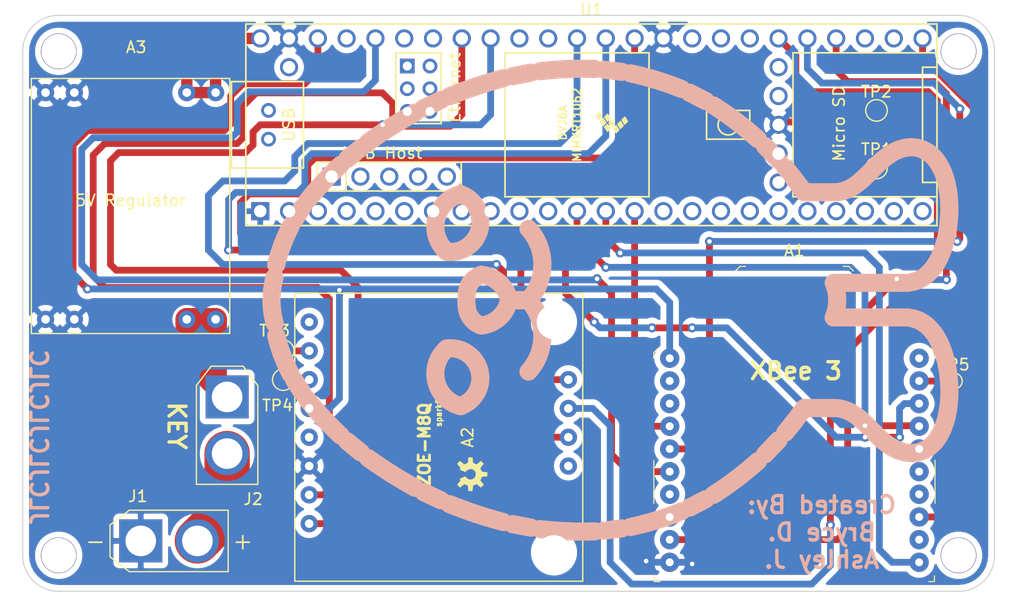
<source format=kicad_pcb>
(kicad_pcb (version 20171130) (host pcbnew "(5.1.10)-1")

  (general
    (thickness 1.6)
    (drawings 153)
    (tracks 235)
    (zones 0)
    (modules 11)
    (nets 23)
  )

  (page A4)
  (layers
    (0 F.Cu signal)
    (31 B.Cu signal)
    (32 B.Adhes user)
    (33 F.Adhes user)
    (34 B.Paste user)
    (35 F.Paste user)
    (36 B.SilkS user)
    (37 F.SilkS user)
    (38 B.Mask user)
    (39 F.Mask user)
    (40 Dwgs.User user)
    (41 Cmts.User user)
    (42 Eco1.User user)
    (43 Eco2.User user)
    (44 Edge.Cuts user)
    (45 Margin user)
    (46 B.CrtYd user)
    (47 F.CrtYd user)
    (48 B.Fab user)
    (49 F.Fab user)
  )

  (setup
    (last_trace_width 0.25)
    (user_trace_width 0.25)
    (user_trace_width 0.4)
    (user_trace_width 0.6)
    (user_trace_width 1)
    (user_trace_width 2)
    (user_trace_width 4)
    (trace_clearance 0.2)
    (zone_clearance 0.508)
    (zone_45_only no)
    (trace_min 0.2)
    (via_size 0.8)
    (via_drill 0.4)
    (via_min_size 0.4)
    (via_min_drill 0.3)
    (user_via 0.4 0.3)
    (user_via 0.5 0.4)
    (user_via 1.25 1)
    (user_via 3.15 3)
    (uvia_size 0.3)
    (uvia_drill 0.1)
    (uvias_allowed no)
    (uvia_min_size 0.2)
    (uvia_min_drill 0.1)
    (edge_width 0.05)
    (segment_width 0.2)
    (pcb_text_width 0.3)
    (pcb_text_size 1.5 1.5)
    (mod_edge_width 0.12)
    (mod_text_size 1 1)
    (mod_text_width 0.15)
    (pad_size 3.8 3.8)
    (pad_drill 2.7)
    (pad_to_mask_clearance 0)
    (aux_axis_origin 0 0)
    (visible_elements 7FFFFFFF)
    (pcbplotparams
      (layerselection 0x010fc_ffffffff)
      (usegerberextensions true)
      (usegerberattributes true)
      (usegerberadvancedattributes true)
      (creategerberjobfile false)
      (excludeedgelayer true)
      (linewidth 0.100000)
      (plotframeref false)
      (viasonmask false)
      (mode 1)
      (useauxorigin false)
      (hpglpennumber 1)
      (hpglpenspeed 20)
      (hpglpendiameter 15.000000)
      (psnegative false)
      (psa4output false)
      (plotreference true)
      (plotvalue false)
      (plotinvisibletext false)
      (padsonsilk false)
      (subtractmaskfromsilk true)
      (outputformat 1)
      (mirror false)
      (drillshape 0)
      (scaleselection 1)
      (outputdirectory "../gerbers/attempt2/"))
  )

  (net 0 "")
  (net 1 "Net-(A1-Pad19)")
  (net 2 "Net-(A1-Pad18)")
  (net 3 "Net-(A1-Pad17)")
  (net 4 GND)
  (net 5 "Net-(A1-Pad9)")
  (net 6 "Net-(A1-Pad6)")
  (net 7 "Net-(A1-Pad5)")
  (net 8 "Net-(A1-Pad4)")
  (net 9 "Net-(A1-Pad1)")
  (net 10 "Net-(A3-Pad2)")
  (net 11 +5V)
  (net 12 "Net-(J1-Pad2)")
  (net 13 "Net-(TP1-Pad1)")
  (net 14 "Net-(A1-Pad13)")
  (net 15 "Net-(A2-Pad2)")
  (net 16 "Net-(A2-Pad3)")
  (net 17 "Net-(A2-Pad10)")
  (net 18 "Net-(A2-Pad9)")
  (net 19 "Net-(A2-Pad11)")
  (net 20 "Net-(A2-Pad8)")
  (net 21 "Net-(A2-Pad7)")
  (net 22 MOSI)

  (net_class Default "This is the default net class."
    (clearance 0.2)
    (trace_width 0.25)
    (via_dia 0.8)
    (via_drill 0.4)
    (uvia_dia 0.3)
    (uvia_drill 0.1)
    (add_net +5V)
    (add_net GND)
    (add_net MOSI)
    (add_net "Net-(A1-Pad1)")
    (add_net "Net-(A1-Pad13)")
    (add_net "Net-(A1-Pad17)")
    (add_net "Net-(A1-Pad18)")
    (add_net "Net-(A1-Pad19)")
    (add_net "Net-(A1-Pad4)")
    (add_net "Net-(A1-Pad5)")
    (add_net "Net-(A1-Pad6)")
    (add_net "Net-(A1-Pad9)")
    (add_net "Net-(A2-Pad10)")
    (add_net "Net-(A2-Pad11)")
    (add_net "Net-(A2-Pad2)")
    (add_net "Net-(A2-Pad3)")
    (add_net "Net-(A2-Pad7)")
    (add_net "Net-(A2-Pad8)")
    (add_net "Net-(A2-Pad9)")
    (add_net "Net-(A3-Pad2)")
    (add_net "Net-(J1-Pad2)")
    (add_net "Net-(TP1-Pad1)")
  )

  (module "GPS Board:Sparkfun-GPS-ZOE-M8Q-Breakout" (layer F.Cu) (tedit 61B52542) (tstamp 61B599B9)
    (at 147.828 97.536 270)
    (path /61AAF79D)
    (fp_text reference A2 (at 0 -2.54 90) (layer F.SilkS)
      (effects (font (size 1 1) (thickness 0.15)))
    )
    (fp_text value Sparkfun-GPS-Breakout (at 0 -15 90) (layer F.Fab)
      (effects (font (size 1 1) (thickness 0.15)))
    )
    (fp_line (start 12.7 -12.7) (end -12.7 -12.7) (layer Dwgs.User) (width 0.12))
    (fp_line (start 12.7 12.7) (end 12.7 -12.7) (layer Dwgs.User) (width 0.12))
    (fp_line (start -12.7 12.7) (end 12.7 12.7) (layer Dwgs.User) (width 0.12))
    (fp_line (start -12.7 -12.7) (end -12.7 12.7) (layer Dwgs.User) (width 0.12))
    (fp_line (start 12.7 -12.7) (end -12.7 -12.7) (layer F.SilkS) (width 0.12))
    (fp_line (start 12.7 12.7) (end 12.7 -12.7) (layer F.SilkS) (width 0.12))
    (fp_line (start -12.7 12.7) (end 12.7 12.7) (layer F.SilkS) (width 0.12))
    (fp_line (start -12.7 0) (end -12.7 12.7) (layer F.SilkS) (width 0.12))
    (fp_line (start -12.7 -12.7) (end -12.7 0) (layer F.SilkS) (width 0.12))
    (fp_poly (pts (xy 3.6575 -1.8412) (xy 3.8093 -1.9194) (xy 4.1863 -1.612) (xy 4.4448 -1.8705)
      (xy 4.1374 -2.2475) (xy 4.2677 -2.562) (xy 4.7516 -2.6112) (xy 4.7516 -2.9768)
      (xy 4.2677 -3.026) (xy 4.1374 -3.3405) (xy 4.4448 -3.7175) (xy 4.1863 -3.976)
      (xy 3.8093 -3.6686) (xy 3.657464 -3.746817) (xy 3.4948 -3.7989) (xy 3.4456 -4.2828)
      (xy 3.08 -4.2828) (xy 3.0308 -3.7989) (xy 2.7163 -3.6686) (xy 2.3393 -3.976)
      (xy 2.0808 -3.7175) (xy 2.3882 -3.3405) (xy 2.2579 -3.026) (xy 1.774 -2.9768)
      (xy 1.774 -2.6112) (xy 2.2579 -2.562) (xy 2.3882 -2.2475) (xy 2.0808 -1.8705)
      (xy 2.3393 -1.612) (xy 2.7163 -1.9194) (xy 2.790579 -1.877153) (xy 2.8681 -1.8412)
      (xy 3.0834 -2.3609) (xy 3.083401 -2.3609) (xy 2.9313 -2.462507) (xy 2.794 -2.794)
      (xy 2.816161 -2.936321) (xy 2.880491 -3.065193) (xy 2.980915 -3.168447) (xy 3.107951 -3.236333)
      (xy 3.249601 -3.262439) (xy 3.392491 -3.244302) (xy 3.523126 -3.183633) (xy 3.629172 -3.086161)
      (xy 3.700614 -2.961091) (xy 3.730706 -2.820234) (xy 3.716606 -2.676889) (xy 3.659646 -2.544594)
      (xy 3.565205 -2.435841) (xy 3.4422 -2.3609)) (layer F.SilkS) (width 0))
    (fp_text user sparkfun (at -2.54 0 90) (layer F.SilkS)
      (effects (font (size 0.5 0.5) (thickness 0.125)))
    )
    (fp_text user ZOE-M8Q (at 0.635 1.27 90) (layer F.SilkS)
      (effects (font (size 1 1) (thickness 0.25)))
    )
    (pad 7 thru_hole circle (at 5.08 11.43 270) (size 1.524 1.524) (drill 0.762) (layers *.Cu *.Mask)
      (net 21 "Net-(A2-Pad7)"))
    (pad 6 thru_hole circle (at 2.54 11.43 270) (size 1.524 1.524) (drill 0.762) (layers *.Cu *.Mask)
      (net 4 GND))
    (pad 5 thru_hole circle (at 0 11.43 270) (size 1.524 1.524) (drill 0.762) (layers *.Cu *.Mask))
    (pad 8 thru_hole circle (at 7.62 11.43 270) (size 1.524 1.524) (drill 0.762) (layers *.Cu *.Mask)
      (net 20 "Net-(A2-Pad8)"))
    (pad 2 thru_hole circle (at -7.62 11.43 270) (size 1.524 1.524) (drill 0.762) (layers *.Cu *.Mask)
      (net 15 "Net-(A2-Pad2)"))
    (pad 1 thru_hole circle (at -10.16 11.43 270) (size 1.524 1.524) (drill 0.762) (layers *.Cu *.Mask))
    (pad 3 thru_hole circle (at -5.08 11.43 270) (size 1.524 1.524) (drill 0.762) (layers *.Cu *.Mask)
      (net 16 "Net-(A2-Pad3)"))
    (pad 4 thru_hole circle (at -2.54 11.43 270) (size 1.524 1.524) (drill 0.762) (layers *.Cu *.Mask)
      (net 9 "Net-(A1-Pad1)"))
    (pad 12 thru_hole circle (at 2.54 -11.43 270) (size 1.524 1.524) (drill 0.762) (layers *.Cu *.Mask))
    (pad 11 thru_hole circle (at 0 -11.43 270) (size 1.524 1.524) (drill 0.762) (layers *.Cu *.Mask)
      (net 19 "Net-(A2-Pad11)"))
    (pad 10 thru_hole circle (at -2.54 -11.43 270) (size 1.524 1.524) (drill 0.762) (layers *.Cu *.Mask)
      (net 17 "Net-(A2-Pad10)"))
    (pad 9 thru_hole circle (at -5.08 -11.43 270) (size 1.524 1.524) (drill 0.762) (layers *.Cu *.Mask)
      (net 18 "Net-(A2-Pad9)"))
    (pad "" np_thru_hole circle (at -10.16 -10.16 270) (size 3.048 3.048) (drill 3.048) (layers *.Cu *.Mask))
    (pad "" np_thru_hole circle (at 10.16 -10.16 270) (size 3.048 3.048) (drill 3.048) (layers *.Cu *.Mask))
  )

  (module "GPS Board:XBEE-20_THT" (layer F.Cu) (tedit 61B52AB5) (tstamp 61B11307)
    (at 179.197 99.568)
    (descr https://www.digi.com/pdf/ds_xbeemultipointmodules.pdf)
    (path /61AB64FA)
    (fp_text reference A1 (at 0 -18.49) (layer F.SilkS)
      (effects (font (size 1 1) (thickness 0.15)))
    )
    (fp_text value XBee-3-Pro (at 0 12.45) (layer F.Fab)
      (effects (font (size 1 1) (thickness 0.15)))
    )
    (fp_line (start -12.25 -9.5) (end -12.25 10.6) (layer F.Fab) (width 0.1))
    (fp_line (start 12.25 -9.5) (end 12.25 10.6) (layer F.Fab) (width 0.1))
    (fp_line (start -12.25 10.6) (end 12.25 10.6) (layer F.Fab) (width 0.1))
    (fp_line (start -4.75 -17) (end 4.75 -17) (layer F.Fab) (width 0.1))
    (fp_line (start 4.75 -17) (end 12.25 -9.5) (layer F.Fab) (width 0.1))
    (fp_line (start -12.25 -9.5) (end -4.75 -17) (layer F.Fab) (width 0.1))
    (fp_line (start 12.35 10.7) (end 11.85 10.7) (layer F.SilkS) (width 0.1))
    (fp_line (start 12.35 10.7) (end 12.35 10.2) (layer F.SilkS) (width 0.1))
    (fp_line (start -12.35 10.7) (end -11.85 10.7) (layer F.SilkS) (width 0.1))
    (fp_line (start -12.35 10.7) (end -12.35 10.2) (layer F.SilkS) (width 0.1))
    (fp_line (start -12.4 -9.5) (end -12.4 -9) (layer F.SilkS) (width 0.1))
    (fp_line (start -12.4 -9.5) (end -12 -9.9) (layer F.SilkS) (width 0.1))
    (fp_line (start 12.4 -9.5) (end 12 -9.9) (layer F.SilkS) (width 0.1))
    (fp_line (start 12.4 -9.5) (end 12.4 -9) (layer F.SilkS) (width 0.1))
    (fp_line (start -4.8 -17.1) (end -5.2 -16.7) (layer F.SilkS) (width 0.1))
    (fp_line (start -4.8 -17.1) (end -4.3 -17.1) (layer F.SilkS) (width 0.1))
    (fp_line (start 4.8 -17.1) (end 4.3 -17.1) (layer F.SilkS) (width 0.1))
    (fp_line (start 4.8 -17.1) (end 5.2 -16.7) (layer F.SilkS) (width 0.1))
    (fp_line (start -12.4 0) (end -12.4 3.8) (layer F.SilkS) (width 0.1))
    (fp_line (start 12.4 0) (end 12.4 3.8) (layer F.SilkS) (width 0.1))
    (fp_line (start -12.5 -17.25) (end -12.5 10.85) (layer F.CrtYd) (width 0.05))
    (fp_line (start 12.5 -17.25) (end 12.5 10.85) (layer F.CrtYd) (width 0.05))
    (fp_line (start -12.5 10.85) (end 12.5 10.85) (layer F.CrtYd) (width 0.05))
    (fp_line (start -12.5 -17.25) (end 12.5 -17.25) (layer F.CrtYd) (width 0.05))
    (fp_text user %R (at 0 0) (layer F.Fab)
      (effects (font (size 1 1) (thickness 0.15)))
    )
    (pad 20 thru_hole circle (at 11 -9) (size 1.7 1.7) (drill 0.7) (layers *.Cu *.Mask))
    (pad 19 thru_hole circle (at 11 -7) (size 1.7 1.7) (drill 0.7) (layers *.Cu *.Mask)
      (net 1 "Net-(A1-Pad19)"))
    (pad 18 thru_hole circle (at 11 -5) (size 1.7 1.7) (drill 0.7) (layers *.Cu *.Mask)
      (net 2 "Net-(A1-Pad18)"))
    (pad 17 thru_hole circle (at 11 -3) (size 1.7 1.7) (drill 0.7) (layers *.Cu *.Mask)
      (net 3 "Net-(A1-Pad17)"))
    (pad 16 thru_hole circle (at 11 -1) (size 1.7 1.7) (drill 0.7) (layers *.Cu *.Mask))
    (pad 15 thru_hole circle (at 11 1) (size 1.7 1.7) (drill 0.7) (layers *.Cu *.Mask))
    (pad 14 thru_hole circle (at 11 3) (size 1.7 1.7) (drill 0.7) (layers *.Cu *.Mask))
    (pad 13 thru_hole circle (at 11 5) (size 1.7 1.7) (drill 0.7) (layers *.Cu *.Mask)
      (net 14 "Net-(A1-Pad13)"))
    (pad 12 thru_hole circle (at 11 7) (size 1.7 1.7) (drill 0.7) (layers *.Cu *.Mask))
    (pad 11 thru_hole circle (at 11 9) (size 1.7 1.7) (drill 0.7) (layers *.Cu *.Mask)
      (net 22 MOSI))
    (pad 10 thru_hole circle (at -11 9) (size 1.7 1.7) (drill 0.7) (layers *.Cu *.Mask)
      (net 4 GND))
    (pad 9 thru_hole circle (at -11 7) (size 1.7 1.7) (drill 0.7) (layers *.Cu *.Mask)
      (net 5 "Net-(A1-Pad9)"))
    (pad 8 thru_hole circle (at -11 5) (size 1.7 1.7) (drill 0.7) (layers *.Cu *.Mask))
    (pad 7 thru_hole circle (at -11 3) (size 1.7 1.7) (drill 0.7) (layers *.Cu *.Mask))
    (pad 6 thru_hole circle (at -11 1) (size 1.7 1.7) (drill 0.7) (layers *.Cu *.Mask)
      (net 6 "Net-(A1-Pad6)"))
    (pad 5 thru_hole circle (at -11 -1) (size 1.7 1.7) (drill 0.7) (layers *.Cu *.Mask)
      (net 7 "Net-(A1-Pad5)"))
    (pad 4 thru_hole circle (at -11 -3) (size 1.7 1.7) (drill 0.7) (layers *.Cu *.Mask)
      (net 8 "Net-(A1-Pad4)"))
    (pad 3 thru_hole circle (at -11 -5) (size 1.7 1.7) (drill 0.7) (layers *.Cu *.Mask))
    (pad 2 thru_hole circle (at -11 -7) (size 1.7 1.7) (drill 0.7) (layers *.Cu *.Mask))
    (pad 1 thru_hole circle (at -11 -9) (size 1.7 1.7) (drill 0.7) (layers *.Cu *.Mask)
      (net 9 "Net-(A1-Pad1)"))
  )

  (module "GPS Board:Teensy41" (layer F.Cu) (tedit 5FD6DEAD) (tstamp 61B111FD)
    (at 161.29 69.977)
    (path /61A899BD)
    (fp_text reference U1 (at 0 -10.16) (layer F.SilkS)
      (effects (font (size 1 1) (thickness 0.15)))
    )
    (fp_text value Teensy4.1 (at 0 10.16) (layer F.Fab)
      (effects (font (size 1 1) (thickness 0.15)))
    )
    (fp_circle (center 12.065 0) (end 12.7 -0.635) (layer F.SilkS) (width 0.15))
    (fp_line (start -7.62 -6.35) (end -7.62 6.35) (layer F.SilkS) (width 0.15))
    (fp_line (start 5.08 -6.35) (end -7.62 -6.35) (layer F.SilkS) (width 0.15))
    (fp_line (start 5.08 6.35) (end 5.08 -6.35) (layer F.SilkS) (width 0.15))
    (fp_line (start -7.62 6.35) (end 5.08 6.35) (layer F.SilkS) (width 0.15))
    (fp_line (start -17.25 -6.3516) (end -17.25 -6.1016) (layer F.SilkS) (width 0.15))
    (fp_line (start -13.25 -6.3516) (end -17.25 -6.3516) (layer F.SilkS) (width 0.15))
    (fp_line (start -13.25 -0.1016) (end -13.25 -6.3516) (layer F.SilkS) (width 0.15))
    (fp_line (start -17.25 -0.1016) (end -13.25 -0.1016) (layer F.SilkS) (width 0.15))
    (fp_line (start -17.25 -6.1016) (end -17.25 -0.1016) (layer F.SilkS) (width 0.15))
    (fp_line (start -21.6408 3.2992) (end -21.6408 5.8392) (layer F.SilkS) (width 0.15))
    (fp_line (start -24.1808 3.2992) (end -21.6408 3.2992) (layer F.SilkS) (width 0.15))
    (fp_line (start -24.1808 5.8392) (end -24.1808 3.2992) (layer F.SilkS) (width 0.15))
    (fp_line (start -11.4808 5.8392) (end -24.1808 5.8392) (layer F.SilkS) (width 0.15))
    (fp_line (start -11.4808 3.2992) (end -11.4808 5.8392) (layer F.SilkS) (width 0.15))
    (fp_line (start -24.1808 3.2992) (end -11.4808 3.2992) (layer F.SilkS) (width 0.15))
    (fp_line (start 10.16 -1.27) (end 13.97 -1.27) (layer F.SilkS) (width 0.15))
    (fp_line (start 10.16 1.27) (end 10.16 -1.27) (layer F.SilkS) (width 0.15))
    (fp_line (start 13.97 1.27) (end 10.16 1.27) (layer F.SilkS) (width 0.15))
    (fp_line (start 13.97 -1.27) (end 13.97 1.27) (layer F.SilkS) (width 0.15))
    (fp_line (start 29.21 5.08) (end 30.48 5.08) (layer F.SilkS) (width 0.15))
    (fp_line (start 29.21 -5.08) (end 29.21 5.08) (layer F.SilkS) (width 0.15))
    (fp_line (start 30.48 -5.08) (end 29.21 -5.08) (layer F.SilkS) (width 0.15))
    (fp_line (start 17.78 6.35) (end 30.48 6.35) (layer F.SilkS) (width 0.15))
    (fp_line (start 17.78 -6.35) (end 17.78 6.35) (layer F.SilkS) (width 0.15))
    (fp_line (start 30.48 -6.35) (end 17.78 -6.35) (layer F.SilkS) (width 0.15))
    (fp_line (start -30.48 3.81) (end -31.75 3.81) (layer F.SilkS) (width 0.15))
    (fp_line (start -31.75 3.81) (end -31.75 -3.81) (layer F.SilkS) (width 0.15))
    (fp_line (start -31.75 -3.81) (end -30.48 -3.81) (layer F.SilkS) (width 0.15))
    (fp_line (start -25.4 3.81) (end -25.4 -3.81) (layer F.SilkS) (width 0.15))
    (fp_line (start -25.4 -3.81) (end -30.48 -3.81) (layer F.SilkS) (width 0.15))
    (fp_line (start -25.4 3.81) (end -30.48 3.81) (layer F.SilkS) (width 0.15))
    (fp_line (start -30.48 -8.89) (end 30.48 -8.89) (layer F.SilkS) (width 0.15))
    (fp_line (start 30.48 -8.89) (end 30.48 8.89) (layer F.SilkS) (width 0.15))
    (fp_line (start 30.48 8.89) (end -30.48 8.89) (layer F.SilkS) (width 0.15))
    (fp_line (start -30.48 8.89) (end -30.48 -8.89) (layer F.SilkS) (width 0.15))
    (fp_poly (pts (xy 2.435 0.455) (xy 2.181 0.709) (xy 1.927 0.328) (xy 2.181 0.074)) (layer F.SilkS) (width 0.1))
    (fp_poly (pts (xy 2.054 -0.053) (xy 1.8 0.201) (xy 1.546 -0.18) (xy 1.8 -0.434)) (layer F.SilkS) (width 0.1))
    (fp_poly (pts (xy 1.673 -0.561) (xy 1.419 -0.307) (xy 1.165 -0.688) (xy 1.419 -0.942)) (layer F.SilkS) (width 0.1))
    (fp_poly (pts (xy 1.673 0.328) (xy 1.419 0.582) (xy 1.165 0.201) (xy 1.419 -0.053)) (layer F.SilkS) (width 0.1))
    (fp_poly (pts (xy 1.292 -0.18) (xy 1.038 0.074) (xy 0.784 -0.307) (xy 1.038 -0.561)) (layer F.SilkS) (width 0.1))
    (fp_poly (pts (xy 0.911 -0.688) (xy 0.657 -0.434) (xy 0.403 -0.815) (xy 0.657 -1.069)) (layer F.SilkS) (width 0.1))
    (fp_poly (pts (xy 2.816 0.074) (xy 2.562 0.328) (xy 2.308 -0.053) (xy 2.562 -0.307)) (layer F.SilkS) (width 0.1))
    (fp_poly (pts (xy 3.197 -0.307) (xy 2.943 -0.053) (xy 2.689 -0.434) (xy 2.943 -0.688)) (layer F.SilkS) (width 0.1))
    (fp_text user "USB Host" (at -18.4658 2.4892) (layer F.SilkS)
      (effects (font (size 1 1) (thickness 0.15)))
    )
    (fp_text user Ethernet (at -12.065 -3.2766 90) (layer F.SilkS)
      (effects (font (size 1 1) (thickness 0.15)))
    )
    (fp_text user USB (at -26.67 0 270) (layer F.SilkS)
      (effects (font (size 1 1) (thickness 0.15)))
    )
    (fp_text user "Micro SD" (at 21.844 -0.127 90) (layer F.SilkS)
      (effects (font (size 1 1) (thickness 0.15)))
    )
    (fp_text user MIMXRT1062 (at -1.27 0 -90) (layer F.SilkS)
      (effects (font (size 0.7 0.7) (thickness 0.15)))
    )
    (fp_text user DVJ6A (at -2.54 -0.18 -90) (layer F.SilkS)
      (effects (font (size 0.7 0.7) (thickness 0.15)))
    )
    (pad 66 thru_hole circle (at -28.48 -1.27) (size 1.3 1.3) (drill 0.8) (layers *.Cu *.Mask))
    (pad 67 thru_hole circle (at -28.48 1.27) (size 1.3 1.3) (drill 0.8) (layers *.Cu *.Mask))
    (pad 54 thru_hole circle (at 16.51 -5.08) (size 1.6 1.6) (drill 1.1) (layers *.Cu *.Mask))
    (pad 53 thru_hole circle (at 16.51 -2.54) (size 1.6 1.6) (drill 1.1) (layers *.Cu *.Mask))
    (pad 52 thru_hole circle (at 16.51 0) (size 1.6 1.6) (drill 1.1) (layers *.Cu *.Mask)
      (net 4 GND))
    (pad 51 thru_hole circle (at 16.51 2.54) (size 1.6 1.6) (drill 1.1) (layers *.Cu *.Mask))
    (pad 50 thru_hole circle (at 16.51 5.08) (size 1.6 1.6) (drill 1.1) (layers *.Cu *.Mask)
      (net 13 "Net-(TP1-Pad1)"))
    (pad 62 thru_hole circle (at -16.24 -1.1816) (size 1.3 1.3) (drill 0.8) (layers *.Cu *.Mask))
    (pad 63 thru_hole circle (at -14.24 -1.1816) (size 1.3 1.3) (drill 0.8) (layers *.Cu *.Mask))
    (pad 64 thru_hole circle (at -14.24 -3.1816) (size 1.3 1.3) (drill 0.8) (layers *.Cu *.Mask))
    (pad 61 thru_hole circle (at -16.24 -3.1816) (size 1.3 1.3) (drill 0.8) (layers *.Cu *.Mask))
    (pad 65 thru_hole circle (at -14.24 -5.1816) (size 1.3 1.3) (drill 0.8) (layers *.Cu *.Mask))
    (pad 60 thru_hole rect (at -16.24 -5.1816) (size 1.3 1.3) (drill 0.8) (layers *.Cu *.Mask))
    (pad 17 thru_hole circle (at 11.43 7.62) (size 1.6 1.6) (drill 1.1) (layers *.Cu *.Mask))
    (pad 18 thru_hole circle (at 13.97 7.62) (size 1.6 1.6) (drill 1.1) (layers *.Cu *.Mask))
    (pad 19 thru_hole circle (at 16.51 7.62) (size 1.6 1.6) (drill 1.1) (layers *.Cu *.Mask))
    (pad 20 thru_hole circle (at 19.05 7.62) (size 1.6 1.6) (drill 1.1) (layers *.Cu *.Mask))
    (pad 16 thru_hole circle (at 8.89 7.62) (size 1.6 1.6) (drill 1.1) (layers *.Cu *.Mask))
    (pad 15 thru_hole circle (at 6.35 7.62) (size 1.6 1.6) (drill 1.1) (layers *.Cu *.Mask))
    (pad 14 thru_hole circle (at 3.81 7.62) (size 1.6 1.6) (drill 1.1) (layers *.Cu *.Mask)
      (net 8 "Net-(A1-Pad4)"))
    (pad 21 thru_hole circle (at 21.59 7.62) (size 1.6 1.6) (drill 1.1) (layers *.Cu *.Mask))
    (pad 22 thru_hole circle (at 24.13 7.62) (size 1.6 1.6) (drill 1.1) (layers *.Cu *.Mask))
    (pad 23 thru_hole circle (at 26.67 7.62) (size 1.6 1.6) (drill 1.1) (layers *.Cu *.Mask))
    (pad 24 thru_hole circle (at 29.21 7.62) (size 1.6 1.6) (drill 1.1) (layers *.Cu *.Mask))
    (pad 25 thru_hole circle (at 29.21 -7.62) (size 1.6 1.6) (drill 1.1) (layers *.Cu *.Mask)
      (net 14 "Net-(A1-Pad13)"))
    (pad 26 thru_hole circle (at 26.67 -7.62) (size 1.6 1.6) (drill 1.1) (layers *.Cu *.Mask))
    (pad 27 thru_hole circle (at 24.13 -7.62) (size 1.6 1.6) (drill 1.1) (layers *.Cu *.Mask))
    (pad 28 thru_hole circle (at 21.59 -7.62) (size 1.6 1.6) (drill 1.1) (layers *.Cu *.Mask)
      (net 17 "Net-(A2-Pad10)"))
    (pad 29 thru_hole circle (at 19.05 -7.62) (size 1.6 1.6) (drill 1.1) (layers *.Cu *.Mask)
      (net 7 "Net-(A1-Pad5)"))
    (pad 30 thru_hole circle (at 16.51 -7.62) (size 1.6 1.6) (drill 1.1) (layers *.Cu *.Mask)
      (net 5 "Net-(A1-Pad9)"))
    (pad 31 thru_hole circle (at 13.97 -7.62) (size 1.6 1.6) (drill 1.1) (layers *.Cu *.Mask))
    (pad 32 thru_hole circle (at 11.43 -7.62) (size 1.6 1.6) (drill 1.1) (layers *.Cu *.Mask))
    (pad 33 thru_hole circle (at 8.89 -7.62) (size 1.6 1.6) (drill 1.1) (layers *.Cu *.Mask))
    (pad 34 thru_hole circle (at 6.35 -7.62) (size 1.6 1.6) (drill 1.1) (layers *.Cu *.Mask)
      (net 4 GND))
    (pad 13 thru_hole circle (at 1.27 7.62) (size 1.6 1.6) (drill 1.1) (layers *.Cu *.Mask)
      (net 22 MOSI))
    (pad 12 thru_hole circle (at -1.27 7.62) (size 1.6 1.6) (drill 1.1) (layers *.Cu *.Mask)
      (net 3 "Net-(A1-Pad17)"))
    (pad 11 thru_hole circle (at -3.81 7.62) (size 1.6 1.6) (drill 1.1) (layers *.Cu *.Mask))
    (pad 10 thru_hole circle (at -6.35 7.62) (size 1.6 1.6) (drill 1.1) (layers *.Cu *.Mask))
    (pad 9 thru_hole circle (at -8.89 7.62) (size 1.6 1.6) (drill 1.1) (layers *.Cu *.Mask))
    (pad 8 thru_hole circle (at -11.43 7.62) (size 1.6 1.6) (drill 1.1) (layers *.Cu *.Mask))
    (pad 7 thru_hole circle (at -13.97 7.62) (size 1.6 1.6) (drill 1.1) (layers *.Cu *.Mask))
    (pad 6 thru_hole circle (at -16.51 7.62) (size 1.6 1.6) (drill 1.1) (layers *.Cu *.Mask))
    (pad 5 thru_hole circle (at -19.05 7.62) (size 1.6 1.6) (drill 1.1) (layers *.Cu *.Mask))
    (pad 4 thru_hole circle (at -21.59 7.62) (size 1.6 1.6) (drill 1.1) (layers *.Cu *.Mask))
    (pad 3 thru_hole circle (at -24.13 7.62) (size 1.6 1.6) (drill 1.1) (layers *.Cu *.Mask))
    (pad 2 thru_hole circle (at -26.67 7.62) (size 1.6 1.6) (drill 1.1) (layers *.Cu *.Mask))
    (pad 1 thru_hole rect (at -29.21 7.62) (size 1.6 1.6) (drill 1.1) (layers *.Cu *.Mask)
      (net 4 GND))
    (pad 35 thru_hole circle (at 3.81 -7.62) (size 1.6 1.6) (drill 1.1) (layers *.Cu *.Mask)
      (net 2 "Net-(A1-Pad18)"))
    (pad 36 thru_hole circle (at 1.27 -7.62) (size 1.6 1.6) (drill 1.1) (layers *.Cu *.Mask)
      (net 18 "Net-(A2-Pad9)"))
    (pad 37 thru_hole circle (at -1.27 -7.62) (size 1.6 1.6) (drill 1.1) (layers *.Cu *.Mask)
      (net 19 "Net-(A2-Pad11)"))
    (pad 38 thru_hole circle (at -3.81 -7.62) (size 1.6 1.6) (drill 1.1) (layers *.Cu *.Mask))
    (pad 39 thru_hole circle (at -6.35 -7.62) (size 1.6 1.6) (drill 1.1) (layers *.Cu *.Mask))
    (pad 40 thru_hole circle (at -8.89 -7.62) (size 1.6 1.6) (drill 1.1) (layers *.Cu *.Mask)
      (net 20 "Net-(A2-Pad8)"))
    (pad 41 thru_hole circle (at -11.43 -7.62) (size 1.6 1.6) (drill 1.1) (layers *.Cu *.Mask)
      (net 21 "Net-(A2-Pad7)"))
    (pad 42 thru_hole circle (at -13.97 -7.62) (size 1.6 1.6) (drill 1.1) (layers *.Cu *.Mask))
    (pad 43 thru_hole circle (at -16.51 -7.62) (size 1.6 1.6) (drill 1.1) (layers *.Cu *.Mask))
    (pad 44 thru_hole circle (at -19.05 -7.62) (size 1.6 1.6) (drill 1.1) (layers *.Cu *.Mask)
      (net 6 "Net-(A1-Pad6)"))
    (pad 45 thru_hole circle (at -21.59 -7.62) (size 1.6 1.6) (drill 1.1) (layers *.Cu *.Mask))
    (pad 46 thru_hole circle (at -24.13 -7.62) (size 1.6 1.6) (drill 1.1) (layers *.Cu *.Mask)
      (net 9 "Net-(A1-Pad1)"))
    (pad 47 thru_hole circle (at -26.67 -7.62) (size 1.6 1.6) (drill 1.1) (layers *.Cu *.Mask)
      (net 4 GND))
    (pad 48 thru_hole circle (at -29.21 -7.62) (size 1.6 1.6) (drill 1.1) (layers *.Cu *.Mask)
      (net 11 +5V))
    (pad 55 thru_hole rect (at -22.9108 4.5692) (size 1.6 1.6) (drill 1.1) (layers *.Cu *.Mask))
    (pad 56 thru_hole circle (at -20.3708 4.5692) (size 1.6 1.6) (drill 1.1) (layers *.Cu *.Mask))
    (pad 57 thru_hole circle (at -17.8308 4.5692) (size 1.6 1.6) (drill 1.1) (layers *.Cu *.Mask))
    (pad 58 thru_hole circle (at -15.2908 4.5692) (size 1.6 1.6) (drill 1.1) (layers *.Cu *.Mask))
    (pad 59 thru_hole circle (at -12.7508 4.5692) (size 1.6 1.6) (drill 1.1) (layers *.Cu *.Mask))
    (pad 49 thru_hole circle (at -26.67 -5.08) (size 1.6 1.6) (drill 1.1) (layers *.Cu *.Mask))
    (model ${KICAD_USER_DIR}/teensy.pretty/Teensy_4.1_Assembly.STEP
      (offset (xyz 0 0 0.762))
      (scale (xyz 1 1 1))
      (rotate (xyz 0 0 0))
    )
  )

  (module TestPoint:TestPoint_Pad_D1.0mm (layer F.Cu) (tedit 5A0F774F) (tstamp 61B115C9)
    (at 193.294 92.583)
    (descr "SMD pad as test Point, diameter 1.0mm")
    (tags "test point SMD pad")
    (path /61AB1BEF)
    (attr virtual)
    (fp_text reference TP5 (at 0 -1.448) (layer F.SilkS)
      (effects (font (size 1 1) (thickness 0.15)))
    )
    (fp_text value TestPoint (at 0 1.55) (layer F.Fab)
      (effects (font (size 1 1) (thickness 0.15)))
    )
    (fp_circle (center 0 0) (end 0 0.7) (layer F.SilkS) (width 0.12))
    (fp_circle (center 0 0) (end 1 0) (layer F.CrtYd) (width 0.05))
    (fp_text user %R (at 0 -1.45) (layer F.Fab)
      (effects (font (size 1 1) (thickness 0.15)))
    )
    (pad 1 smd circle (at 0 0) (size 1 1) (layers F.Cu F.Mask)
      (net 1 "Net-(A1-Pad19)"))
  )

  (module TestPoint:TestPoint_Pad_D1.5mm (layer F.Cu) (tedit 5A0F774F) (tstamp 61B115F3)
    (at 134.112 92.456)
    (descr "SMD pad as test Point, diameter 1.5mm")
    (tags "test point SMD pad")
    (path /61AB9396)
    (attr virtual)
    (fp_text reference TP4 (at -0.508 2.286) (layer F.SilkS)
      (effects (font (size 1 1) (thickness 0.15)))
    )
    (fp_text value TestPoint (at 0 1.75) (layer F.Fab)
      (effects (font (size 1 1) (thickness 0.15)))
    )
    (fp_circle (center 0 0) (end 0 0.95) (layer F.SilkS) (width 0.12))
    (fp_circle (center 0 0) (end 1.25 0) (layer F.CrtYd) (width 0.05))
    (fp_text user %R (at 0 -1.65) (layer F.Fab)
      (effects (font (size 1 1) (thickness 0.15)))
    )
    (pad 1 smd circle (at 0 0) (size 1.5 1.5) (layers F.Cu F.Mask)
      (net 16 "Net-(A2-Pad3)"))
  )

  (module TestPoint:TestPoint_Pad_D1.5mm (layer F.Cu) (tedit 5A0F774F) (tstamp 61B115DE)
    (at 134.112 89.916)
    (descr "SMD pad as test Point, diameter 1.5mm")
    (tags "test point SMD pad")
    (path /61AB8223)
    (attr virtual)
    (fp_text reference TP3 (at -0.762 -1.778) (layer F.SilkS)
      (effects (font (size 1 1) (thickness 0.15)))
    )
    (fp_text value TestPoint (at 0 1.75) (layer F.Fab)
      (effects (font (size 1 1) (thickness 0.15)))
    )
    (fp_circle (center 0 0) (end 0 0.95) (layer F.SilkS) (width 0.12))
    (fp_circle (center 0 0) (end 1.25 0) (layer F.CrtYd) (width 0.05))
    (fp_text user %R (at 0 -1.65) (layer F.Fab)
      (effects (font (size 1 1) (thickness 0.15)))
    )
    (pad 1 smd circle (at 0 0) (size 1.5 1.5) (layers F.Cu F.Mask)
      (net 15 "Net-(A2-Pad2)"))
  )

  (module TestPoint:TestPoint_Pad_D1.5mm (layer F.Cu) (tedit 5A0F774F) (tstamp 61B1161D)
    (at 186.436 68.707)
    (descr "SMD pad as test Point, diameter 1.5mm")
    (tags "test point SMD pad")
    (path /61ACEA37)
    (attr virtual)
    (fp_text reference TP2 (at 0 -1.648) (layer F.SilkS)
      (effects (font (size 1 1) (thickness 0.15)))
    )
    (fp_text value TestPoint (at 0 1.75) (layer F.Fab)
      (effects (font (size 1 1) (thickness 0.15)))
    )
    (fp_circle (center 0 0) (end 0 0.95) (layer F.SilkS) (width 0.12))
    (fp_circle (center 0 0) (end 1.25 0) (layer F.CrtYd) (width 0.05))
    (fp_text user %R (at 0 -1.65) (layer F.Fab)
      (effects (font (size 1 1) (thickness 0.15)))
    )
    (pad 1 smd circle (at 0 0) (size 1.5 1.5) (layers F.Cu F.Mask)
      (net 4 GND))
  )

  (module TestPoint:TestPoint_Pad_D1.5mm (layer F.Cu) (tedit 5A0F774F) (tstamp 61B11608)
    (at 186.436 73.787)
    (descr "SMD pad as test Point, diameter 1.5mm")
    (tags "test point SMD pad")
    (path /61ACF9DD)
    (attr virtual)
    (fp_text reference TP1 (at 0 -1.648) (layer F.SilkS)
      (effects (font (size 1 1) (thickness 0.15)))
    )
    (fp_text value TestPoint (at 0 1.75) (layer F.Fab)
      (effects (font (size 1 1) (thickness 0.15)))
    )
    (fp_circle (center 0 0) (end 0 0.95) (layer F.SilkS) (width 0.12))
    (fp_circle (center 0 0) (end 1.25 0) (layer F.CrtYd) (width 0.05))
    (fp_text user %R (at 0 -1.65) (layer F.Fab)
      (effects (font (size 1 1) (thickness 0.15)))
    )
    (pad 1 smd circle (at 0 0) (size 1.5 1.5) (layers F.Cu F.Mask)
      (net 13 "Net-(TP1-Pad1)"))
  )

  (module Connector_AMASS:AMASS_XT30U-M_1x02_P5.0mm_Vertical (layer F.Cu) (tedit 5C8E9CCA) (tstamp 61B10D41)
    (at 129.159 93.98 270)
    (descr "Connector XT30 Vertical Cable Male, https://www.tme.eu/en/Document/3cbfa5cfa544d79584972dd5234a409e/XT30U%20SPEC.pdf")
    (tags "RC Connector XT30")
    (path /61A98361)
    (fp_text reference J2 (at 9.017 -2.286 180) (layer F.SilkS)
      (effects (font (size 1 1) (thickness 0.15)))
    )
    (fp_text value XT30-M (at 2.5 4 90) (layer F.Fab)
      (effects (font (size 1 1) (thickness 0.15)))
    )
    (fp_line (start -3.1 1.8) (end -1.4 3.1) (layer F.CrtYd) (width 0.05))
    (fp_line (start -3.1 -1.8) (end -1.4 -3.1) (layer F.CrtYd) (width 0.05))
    (fp_line (start -1.4 3.1) (end 8.1 3.1) (layer F.CrtYd) (width 0.05))
    (fp_line (start -3.1 -1.8) (end -3.1 1.8) (layer F.CrtYd) (width 0.05))
    (fp_line (start 8.1 -3.1) (end 8.1 3.1) (layer F.CrtYd) (width 0.05))
    (fp_line (start -1.4 -3.1) (end 8.1 -3.1) (layer F.CrtYd) (width 0.05))
    (fp_line (start -2.71 -1.41) (end -2.71 1.41) (layer F.SilkS) (width 0.12))
    (fp_line (start -2.71 1.41) (end -1.01 2.71) (layer F.SilkS) (width 0.12))
    (fp_line (start -2.71 -1.41) (end -1.01 -2.71) (layer F.SilkS) (width 0.12))
    (fp_line (start -1.01 2.71) (end 7.71 2.71) (layer F.SilkS) (width 0.12))
    (fp_line (start 7.71 -2.71) (end 7.71 2.71) (layer F.SilkS) (width 0.12))
    (fp_line (start -1.01 -2.71) (end 7.71 -2.71) (layer F.SilkS) (width 0.12))
    (fp_line (start -2.6 1.3) (end -0.9 2.6) (layer F.Fab) (width 0.1))
    (fp_line (start -2.6 -1.3) (end -0.9 -2.6) (layer F.Fab) (width 0.1))
    (fp_line (start -0.9 2.6) (end 7.6 2.6) (layer F.Fab) (width 0.1))
    (fp_line (start -0.9 -2.6) (end 7.6 -2.6) (layer F.Fab) (width 0.1))
    (fp_line (start 7.6 -2.6) (end 7.6 2.6) (layer F.Fab) (width 0.1))
    (fp_line (start -2.6 -1.3) (end -2.6 1.3) (layer F.Fab) (width 0.1))
    (fp_text user - (at -4 0 90) (layer F.SilkS) hide
      (effects (font (size 1.5 1.5) (thickness 0.15)))
    )
    (fp_text user + (at 9 0 90) (layer F.SilkS) hide
      (effects (font (size 1.5 1.5) (thickness 0.15)))
    )
    (fp_text user %R (at 2.5 0 90) (layer F.Fab)
      (effects (font (size 1 1) (thickness 0.15)))
    )
    (pad 2 thru_hole circle (at 5 0 270) (size 3.8 3.8) (drill 2.7) (layers *.Cu *.Mask)
      (net 12 "Net-(J1-Pad2)"))
    (pad 1 thru_hole rect (at 0 0 270) (size 3.8 3.8) (drill 2.7) (layers *.Cu *.Mask)
      (net 10 "Net-(A3-Pad2)"))
    (model ${KISYS3DMOD}/Connector_AMASS.3dshapes/AMASS_XT30U-M_1x02_P5.0mm_Vertical.wrl
      (at (xyz 0 0 0))
      (scale (xyz 1 1 1))
      (rotate (xyz 0 0 0))
    )
  )

  (module Connector_AMASS:AMASS_XT30U-M_1x02_P5.0mm_Vertical (layer F.Cu) (tedit 61B52BEA) (tstamp 61B10D26)
    (at 121.539 106.68)
    (descr "Connector XT30 Vertical Cable Male, https://www.tme.eu/en/Document/3cbfa5cfa544d79584972dd5234a409e/XT30U%20SPEC.pdf")
    (tags "RC Connector XT30")
    (path /61A95F1A)
    (fp_text reference J1 (at -0.254 -3.937) (layer F.SilkS)
      (effects (font (size 1 1) (thickness 0.15)))
    )
    (fp_text value XT30-M (at 2.5 4) (layer F.Fab)
      (effects (font (size 1 1) (thickness 0.15)))
    )
    (fp_line (start -3.1 1.8) (end -1.4 3.1) (layer F.CrtYd) (width 0.05))
    (fp_line (start -3.1 -1.8) (end -1.4 -3.1) (layer F.CrtYd) (width 0.05))
    (fp_line (start -1.4 3.1) (end 8.1 3.1) (layer F.CrtYd) (width 0.05))
    (fp_line (start -3.1 -1.8) (end -3.1 1.8) (layer F.CrtYd) (width 0.05))
    (fp_line (start 8.1 -3.1) (end 8.1 3.1) (layer F.CrtYd) (width 0.05))
    (fp_line (start -1.4 -3.1) (end 8.1 -3.1) (layer F.CrtYd) (width 0.05))
    (fp_line (start -2.71 -1.41) (end -2.71 1.41) (layer F.SilkS) (width 0.12))
    (fp_line (start -2.71 1.41) (end -1.01 2.71) (layer F.SilkS) (width 0.12))
    (fp_line (start -2.71 -1.41) (end -1.01 -2.71) (layer F.SilkS) (width 0.12))
    (fp_line (start -1.01 2.71) (end 7.71 2.71) (layer F.SilkS) (width 0.12))
    (fp_line (start 7.71 -2.71) (end 7.71 2.71) (layer F.SilkS) (width 0.12))
    (fp_line (start -1.01 -2.71) (end 7.71 -2.71) (layer F.SilkS) (width 0.12))
    (fp_line (start -2.6 1.3) (end -0.9 2.6) (layer F.Fab) (width 0.1))
    (fp_line (start -2.6 -1.3) (end -0.9 -2.6) (layer F.Fab) (width 0.1))
    (fp_line (start -0.9 2.6) (end 7.6 2.6) (layer F.Fab) (width 0.1))
    (fp_line (start -0.9 -2.6) (end 7.6 -2.6) (layer F.Fab) (width 0.1))
    (fp_line (start 7.6 -2.6) (end 7.6 2.6) (layer F.Fab) (width 0.1))
    (fp_line (start -2.6 -1.3) (end -2.6 1.3) (layer F.Fab) (width 0.1))
    (fp_text user - (at -4 0) (layer F.SilkS)
      (effects (font (size 1.5 1.5) (thickness 0.15)))
    )
    (fp_text user + (at 9 0) (layer F.SilkS)
      (effects (font (size 1.5 1.5) (thickness 0.15)))
    )
    (fp_text user %R (at 2.5 0) (layer F.Fab)
      (effects (font (size 1 1) (thickness 0.15)))
    )
    (pad 2 thru_hole circle (at 5 0) (size 3.8 3.8) (drill 2.7) (layers *.Cu *.Mask)
      (net 12 "Net-(J1-Pad2)"))
    (pad 1 thru_hole rect (at 0 0) (size 3.8 3.8) (drill 2.7) (layers *.Cu *.Mask)
      (net 4 GND))
    (model ${KISYS3DMOD}/Connector_AMASS.3dshapes/AMASS_XT30U-M_1x02_P5.0mm_Vertical.wrl
      (at (xyz 0 0 0))
      (scale (xyz 1 1 1))
      (rotate (xyz 0 0 0))
    )
  )

  (module "GPS Board:EBOOT-MP1584EN-5N-POWER-SUPPLY" (layer F.Cu) (tedit 61A896C9) (tstamp 61B1152B)
    (at 112.141 88.138)
    (path /61A8FD6D)
    (fp_text reference A3 (at 9 -25) (layer F.SilkS)
      (effects (font (size 1 1) (thickness 0.15)))
    )
    (fp_text value Eboot-MP1584EN-5V-Power-Supply (at 8.509 -10.668 90) (layer F.Fab)
      (effects (font (size 1 1) (thickness 0.15)))
    )
    (fp_poly (pts (xy 5 -13) (xy 4 -13) (xy 4 -14) (xy 5 -14)) (layer F.CrtYd) (width 0.1))
    (fp_line (start 0 0) (end 0 -22) (layer Dwgs.User) (width 0.12))
    (fp_line (start 0 -22) (end 17 -22) (layer Dwgs.User) (width 0.12))
    (fp_line (start 17 -22) (end 17 0) (layer Dwgs.User) (width 0.12))
    (fp_line (start 17 0) (end 0 0) (layer Dwgs.User) (width 0.12))
    (fp_line (start -0.25 0.25) (end -0.25 -22.25) (layer F.SilkS) (width 0.12))
    (fp_line (start -0.25 -22.25) (end 17.25 -22.25) (layer F.SilkS) (width 0.12))
    (fp_line (start 17.25 -22.25) (end 17.25 0.25) (layer F.SilkS) (width 0.12))
    (fp_line (start 17.25 0.25) (end -0.25 0.25) (layer F.SilkS) (width 0.12))
    (fp_text user "5V Regulator" (at 8.5 -11.5) (layer F.SilkS)
      (effects (font (size 1 1) (thickness 0.15)))
    )
    (pad 3 thru_hole circle (at 1 -21) (size 1.524 1.524) (drill 0.762) (layers *.Cu *.Mask)
      (net 4 GND))
    (pad 3 thru_hole circle (at 3.54 -21) (size 1.524 1.524) (drill 0.762) (layers *.Cu *.Mask)
      (net 4 GND))
    (pad 1 thru_hole circle (at 3.54 -1) (size 1.524 1.524) (drill 0.762) (layers *.Cu *.Mask)
      (net 4 GND))
    (pad 1 thru_hole circle (at 1 -1) (size 1.524 1.524) (drill 0.762) (layers *.Cu *.Mask)
      (net 4 GND))
    (pad 2 thru_hole circle (at 13.46 -1 180) (size 1.524 1.524) (drill 0.762) (layers *.Cu *.Mask)
      (net 10 "Net-(A3-Pad2)"))
    (pad 2 thru_hole circle (at 16 -1 180) (size 1.524 1.524) (drill 0.762) (layers *.Cu *.Mask)
      (net 10 "Net-(A3-Pad2)"))
    (pad 4 thru_hole circle (at 13.46 -21 180) (size 1.524 1.524) (drill 0.762) (layers *.Cu *.Mask)
      (net 11 +5V))
    (pad 4 thru_hole circle (at 16 -21 180) (size 1.524 1.524) (drill 0.762) (layers *.Cu *.Mask)
      (net 11 +5V))
  )

  (gr_text "XBee 3" (at 179.324 91.694) (layer F.SilkS)
    (effects (font (size 1.5 1.5) (thickness 0.3)))
  )
  (gr_text JLCJLCJLCJLC (at 112.522 97.536 270) (layer B.SilkS)
    (effects (font (size 1.5 1.5) (thickness 0.3)) (justify mirror))
  )
  (gr_text "Created By:\nBryce D.\nAshley J." (at 181.61 105.918) (layer B.SilkS)
    (effects (font (size 1.5 1.5) (thickness 0.3)) (justify mirror))
  )
  (gr_text KEY (at 124.714 96.52 270) (layer F.SilkS)
    (effects (font (size 1.5 1.5) (thickness 0.3)))
  )
  (gr_curve (pts (xy 159.194961 65.055729) (xy 158.389769 65.089149) (xy 157.581203 65.154145) (xy 156.77068 65.250019)) (layer B.SilkS) (width 1.6))
  (gr_curve (pts (xy 191.947566 73.45901) (xy 192.057779 73.639029) (xy 192.160521 73.831541) (xy 192.255327 74.035874)) (layer B.SilkS) (width 1.6) (tstamp 61B11656))
  (gr_curve (pts (xy 177.8 73.097816) (xy 177.198789 72.47103) (xy 177.198789 72.47103) (xy 176.597578 71.844244)) (layer B.SilkS) (width 1.6))
  (gr_curve (pts (xy 189.633734 71.956192) (xy 189.796473 71.973745) (xy 189.796473 71.973745) (xy 189.959212 71.991299)) (layer B.SilkS) (width 1.6) (tstamp 61B11659))
  (gr_curve (pts (xy 185.501531 74.499865) (xy 185.614607 74.387619) (xy 185.614607 74.387619) (xy 185.727682 74.275372)) (layer B.SilkS) (width 1.6) (tstamp 61B1166E))
  (gr_curve (pts (xy 186.190478 73.806166) (xy 186.308502 73.68751) (xy 186.428326 73.568552) (xy 186.550317 73.450209)) (layer B.SilkS) (width 1.6) (tstamp 61B1164D))
  (gr_curve (pts (xy 184.371314 75.423941) (xy 184.485991 75.348031) (xy 184.485991 75.348031) (xy 184.600669 75.272121)) (layer B.SilkS) (width 1.6) (tstamp 61B11671))
  (gr_curve (pts (xy 175.98252 71.249849) (xy 175.353769 70.687962) (xy 174.711559 70.15875) (xy 174.056215 69.662385)) (layer B.SilkS) (width 1.6))
  (gr_curve (pts (xy 139.168211 73.506419) (xy 138.613572 74.026694) (xy 138.087807 74.55587) (xy 137.592767 75.092308)) (layer B.SilkS) (width 1.6))
  (gr_curve (pts (xy 184.714507 75.190444) (xy 184.827642 75.103256) (xy 184.940259 75.010907) (xy 185.052612 74.913886)) (layer B.SilkS) (width 1.6) (tstamp 61B11662))
  (gr_curve (pts (xy 182.668214 75.927936) (xy 182.796618 75.927729) (xy 182.923782 75.921059) (xy 183.049705 75.907927)) (layer B.SilkS) (width 1.6) (tstamp 61B1166B))
  (gr_curve (pts (xy 187.468175 72.684602) (xy 187.607671 72.586885) (xy 187.750409 72.494786) (xy 187.896428 72.409304)) (layer B.SilkS) (width 1.6) (tstamp 61B11686))
  (gr_curve (pts (xy 192.866406 77.577365) (xy 192.858761 77.854936) (xy 192.842979 78.131891) (xy 192.819278 78.406879)) (layer B.SilkS) (width 1.6) (tstamp 61B11668))
  (gr_curve (pts (xy 191.190388 72.562466) (xy 191.327138 72.689407) (xy 191.327138 72.689407) (xy 191.463887 72.816349)) (layer B.SilkS) (width 1.6) (tstamp 61B11677))
  (gr_curve (pts (xy 183.903044 75.667766) (xy 184.021737 75.616129) (xy 184.139301 75.558201) (xy 184.255796 75.494083)) (layer B.SilkS) (width 1.6) (tstamp 61B11653))
  (gr_curve (pts (xy 134.754933 78.946475) (xy 134.466248 79.506842) (xy 134.216034 80.067522) (xy 134.005162 80.627726)) (layer B.SilkS) (width 1.6))
  (gr_curve (pts (xy 191.592608 82.398993) (xy 191.473843 82.566944) (xy 191.349257 82.723206) (xy 191.218938 82.867523)) (layer B.SilkS) (width 1.6))
  (gr_curve (pts (xy 191.918967 81.839508) (xy 191.812204 82.029611) (xy 191.812204 82.029611) (xy 191.70544 82.219714)) (layer B.SilkS) (width 1.6))
  (gr_curve (pts (xy 192.283823 80.976668) (xy 192.202269 81.206415) (xy 192.11415 81.427334) (xy 192.019662 81.638581)) (layer B.SilkS) (width 1.6))
  (gr_curve (pts (xy 192.50859 80.261779) (xy 192.440364 80.508343) (xy 192.365376 80.74692) (xy 192.283823 80.976668)) (layer B.SilkS) (width 1.6))
  (gr_curve (pts (xy 192.677846 79.489668) (xy 192.623836 79.748967) (xy 192.623836 79.748967) (xy 192.569826 80.008265)) (layer B.SilkS) (width 1.6))
  (gr_curve (pts (xy 192.847403 76.751416) (xy 192.856561 77.026002) (xy 192.856561 77.026002) (xy 192.86572 77.300588)) (layer B.SilkS) (width 1.6) (tstamp 61B11665))
  (gr_curve (pts (xy 192.56785 74.936233) (xy 192.628918 75.179955) (xy 192.681276 75.431248) (xy 192.724929 75.688812)) (layer B.SilkS) (width 1.6) (tstamp 61B1165F))
  (gr_curve (pts (xy 191.594971 72.957106) (xy 191.719666 73.111466) (xy 191.837352 73.278991) (xy 191.947566 73.45901)) (layer B.SilkS) (width 1.6) (tstamp 61B1167A))
  (gr_curve (pts (xy 190.121206 72.021679) (xy 190.281643 72.065378) (xy 190.439656 72.122747) (xy 190.594399 72.193965)) (layer B.SilkS) (width 1.6) (tstamp 61B1165C))
  (gr_curve (pts (xy 155.959773 65.375902) (xy 155.150163 65.530803) (xy 155.150163 65.530803) (xy 154.340554 65.685704)) (layer B.SilkS) (width 1.6))
  (gr_curve (pts (xy 188.983137 72.008678) (xy 189.144257 71.978391) (xy 189.306839 71.959076) (xy 189.470252 71.951466)) (layer B.SilkS) (width 1.6) (tstamp 61B11650))
  (gr_curve (pts (xy 185.841436 74.160311) (xy 185.956229 74.043176) (xy 186.072453 73.924822) (xy 186.190478 73.806166)) (layer B.SilkS) (width 1.6) (tstamp 61B1164A))
  (gr_curve (pts (xy 185.052612 74.913886) (xy 185.164965 74.816866) (xy 185.277053 74.715173) (xy 185.389133 74.609297)) (layer B.SilkS) (width 1.6) (tstamp 61B11647))
  (gr_curve (pts (xy 137.592767 75.092308) (xy 137.097728 75.628746) (xy 136.633413 76.172447) (xy 136.201675 76.721774)) (layer B.SilkS) (width 1.6))
  (gr_curve (pts (xy 153.532243 65.869622) (xy 152.726915 66.081565) (xy 151.926366 66.320418) (xy 151.132476 66.584965)) (layer B.SilkS) (width 1.6))
  (gr_curve (pts (xy 174.056215 69.662385) (xy 173.400871 69.16602) (xy 172.732393 68.702502) (xy 172.051106 68.272005)) (layer B.SilkS) (width 1.6))
  (gr_curve (pts (xy 180.065223 75.927936) (xy 179.520012 75.172088) (xy 178.960726 74.44844) (xy 178.387364 73.756992)) (layer B.SilkS) (width 1.6) (tstamp 61B11674))
  (gr_curve (pts (xy 169.228924 66.816204) (xy 168.500176 66.519076) (xy 167.760731 66.255522) (xy 167.011363 66.02553)) (layer B.SilkS) (width 1.6))
  (gr_curve (pts (xy 187.059371 72.99361) (xy 187.192424 72.885654) (xy 187.328679 72.782319) (xy 187.468175 72.684602)) (layer B.SilkS) (width 1.6) (tstamp 61B11683))
  (gr_curve (pts (xy 151.132476 66.584965) (xy 150.338587 66.849511) (xy 149.551357 67.139751) (xy 148.772666 67.454467)) (layer B.SilkS) (width 1.6))
  (gr_curve (pts (xy 183.174387 75.888323) (xy 183.297841 75.862265) (xy 183.297841 75.862265) (xy 183.421294 75.836207)) (layer B.SilkS) (width 1.6) (tstamp 61B11680))
  (gr_line (start 180.065223 75.927936) (end 182.668214 75.927936) (layer B.SilkS) (width 1.6) (tstamp 61B1167D))
  (gr_curve (pts (xy 163.957598 65.306778) (xy 163.173779 65.210445) (xy 163.173779 65.210445) (xy 162.38996 65.114111)) (layer B.SilkS) (width 1.6))
  (gr_curve (pts (xy 143.61587 70.153216) (xy 142.922467 70.591117) (xy 142.247716 71.046313) (xy 141.59369 71.517225)) (layer B.SilkS) (width 1.6))
  (gr_curve (pts (xy 134.005162 80.627726) (xy 133.79429 81.18793) (xy 133.622761 81.747659) (xy 133.491446 82.306125)) (layer B.SilkS) (width 1.6))
  (gr_curve (pts (xy 192.819278 78.406879) (xy 192.795576 78.681867) (xy 192.763954 78.954887) (xy 192.72463 79.224586)) (layer B.SilkS) (width 1.6) (tstamp 61B1163B))
  (gr_curve (pts (xy 190.594399 72.193965) (xy 190.749142 72.265182) (xy 190.900616 72.350248) (xy 191.047973 72.449341)) (layer B.SilkS) (width 1.6) (tstamp 61B11632))
  (gr_curve (pts (xy 188.50479 72.131722) (xy 188.662358 72.080225) (xy 188.822016 72.038965) (xy 188.983137 72.008678)) (layer B.SilkS) (width 1.6) (tstamp 61B11644))
  (gr_curve (pts (xy 145.749968 68.892973) (xy 145.02133 69.294708) (xy 144.309274 69.715315) (xy 143.61587 70.153216)) (layer B.SilkS) (width 1.6))
  (gr_curve (pts (xy 186.674815 73.333463) (xy 186.802079 73.219313) (xy 186.802079 73.219313) (xy 186.929342 73.105163)) (layer B.SilkS) (width 1.6) (tstamp 61B11641))
  (gr_curve (pts (xy 148.004478 67.792338) (xy 147.248804 68.151965) (xy 147.248804 68.151965) (xy 146.493129 68.511591)) (layer B.SilkS) (width 1.6))
  (gr_curve (pts (xy 161.598995 65.050891) (xy 160.80197 65.020464) (xy 160.000153 65.022309) (xy 159.194961 65.055729)) (layer B.SilkS) (width 1.6))
  (gr_curve (pts (xy 183.54352 75.803695) (xy 183.664529 75.764746) (xy 183.784351 75.719402) (xy 183.903044 75.667766)) (layer B.SilkS) (width 1.6) (tstamp 61B11635))
  (gr_curve (pts (xy 135.804227 77.275189) (xy 135.442541 77.831365) (xy 135.442541 77.831365) (xy 135.080856 78.38754)) (layer B.SilkS) (width 1.6))
  (gr_curve (pts (xy 192.724929 75.688812) (xy 192.768581 75.946376) (xy 192.803527 76.210212) (xy 192.829772 76.47902)) (layer B.SilkS) (width 1.6) (tstamp 61B11638))
  (gr_curve (pts (xy 188.045631 72.331412) (xy 188.197722 72.262017) (xy 188.197722 72.262017) (xy 188.349813 72.192621)) (layer B.SilkS) (width 1.6) (tstamp 61B1162F))
  (gr_curve (pts (xy 140.962473 72.002183) (xy 140.356103 72.499481) (xy 140.356103 72.499481) (xy 139.749734 72.99678)) (layer B.SilkS) (width 1.6))
  (gr_curve (pts (xy 171.357426 67.874713) (xy 170.65188 67.510763) (xy 170.65188 67.510763) (xy 169.946335 67.146812)) (layer B.SilkS) (width 1.6))
  (gr_curve (pts (xy 167.011363 66.02553) (xy 166.261996 65.795537) (xy 165.502706 65.599106) (xy 164.73427 65.436226)) (layer B.SilkS) (width 1.6))
  (gr_curve (pts (xy 192.341892 74.251116) (xy 192.420023 74.476206) (xy 192.420023 74.476206) (xy 192.498154 74.701296)) (layer B.SilkS) (width 1.6) (tstamp 61B1163E))
  (gr_curve (pts (xy 134.005162 90.26009) (xy 133.79429 89.699886) (xy 133.622761 89.140157) (xy 133.491446 88.581691)) (layer B.SilkS) (width 1.6))
  (gr_arc (start 148.865621 92.31701) (end 148.530615 89.711108) (angle 167.6596498) (layer B.SilkS) (width 1.6))
  (gr_arc (start 155.033636 85.443975) (end 150.322855 86.21507) (angle 18.45710975) (layer B.SilkS) (width 1.6))
  (gr_arc (start 148.865621 78.570806) (end 149.749815 76.096708) (angle 167.6596498) (layer B.SilkS) (width 1.6))
  (gr_arc (start 152.153523 84.972403) (end 150.321049 84.683998) (angle 63.00154856) (layer B.SilkS) (width 1.6))
  (gr_curve (pts (xy 139.168211 97.381397) (xy 138.613572 96.861122) (xy 138.087807 96.331946) (xy 137.592767 95.795508)) (layer B.SilkS) (width 1.6))
  (gr_curve (pts (xy 134.754933 91.941341) (xy 134.466248 91.380974) (xy 134.216034 90.820294) (xy 134.005162 90.26009)) (layer B.SilkS) (width 1.6))
  (gr_line (start 154.017015 85.443908) (end 155.744215 85.443908) (layer B.SilkS) (width 1.6))
  (gr_line (start 155.744215 85.443908) (end 154.017015 85.443908) (layer B.SilkS) (width 1.6))
  (gr_arc (start 152.289815 82.294308) (end 155.744215 79.144708) (angle 84.71490941) (layer B.SilkS) (width 1.6))
  (gr_curve (pts (xy 137.592767 95.795508) (xy 137.097728 95.25907) (xy 136.633413 94.715369) (xy 136.201675 94.166042)) (layer B.SilkS) (width 1.6))
  (gr_arc (start 140.591263 85.443908) (end 133.350985 87.469916) (angle 31.2658627) (layer B.SilkS) (width 1.6))
  (gr_arc (start 150.477058 91.930265) (end 149.749815 94.791108) (angle 124.4829188) (layer B.SilkS) (width 1.6))
  (gr_arc (start 152.153523 85.915413) (end 151.578615 87.679108) (angle 62.6495621) (layer B.SilkS) (width 1.6))
  (gr_arc (start 150.477058 78.957551) (end 148.530615 81.176708) (angle 124.4829188) (layer B.SilkS) (width 1.6))
  (gr_arc (start 151.310199 84.938654) (end 154.017015 85.443908) (angle 73.8328079) (layer B.SilkS) (width 1.6))
  (gr_arc (start 152.289815 88.593508) (end 155.744215 85.443908) (angle 84.71490941) (layer B.SilkS) (width 1.6))
  (gr_arc (start 151.310199 85.949162) (end 151.578615 83.208708) (angle 73.8328079) (layer B.SilkS) (width 1.6))
  (gr_curve (pts (xy 135.804227 93.612627) (xy 135.442541 93.056451) (xy 135.442541 93.056451) (xy 135.080856 92.500276)) (layer B.SilkS) (width 1.6))
  (gr_curve (pts (xy 192.866406 93.310451) (xy 192.858761 93.03288) (xy 192.842979 92.755925) (xy 192.819278 92.480937)) (layer B.SilkS) (width 1.6))
  (gr_line (start 180.065223 94.95988) (end 182.668214 94.95988) (layer B.SilkS) (width 1.6))
  (gr_curve (pts (xy 191.592608 88.488823) (xy 191.473843 88.320872) (xy 191.349257 88.16461) (xy 191.218938 88.020293)) (layer B.SilkS) (width 1.6))
  (gr_curve (pts (xy 192.677846 91.398148) (xy 192.623836 91.138849) (xy 192.623836 91.138849) (xy 192.569826 90.879551)) (layer B.SilkS) (width 1.6))
  (gr_curve (pts (xy 192.847403 94.1364) (xy 192.856561 93.861814) (xy 192.856561 93.861814) (xy 192.86572 93.587228)) (layer B.SilkS) (width 1.6))
  (gr_curve (pts (xy 187.468175 98.203214) (xy 187.607671 98.300931) (xy 187.750409 98.39303) (xy 187.896428 98.478512)) (layer B.SilkS) (width 1.6))
  (gr_curve (pts (xy 189.691865 83.819333) (xy 189.517168 83.864587) (xy 189.337041 83.897271) (xy 189.151502 83.917377)) (layer B.SilkS) (width 1.6))
  (gr_line (start 188.764214 86.967907) (end 182.668214 86.967907) (layer B.SilkS) (width 1.6))
  (gr_curve (pts (xy 191.594971 97.93071) (xy 191.719666 97.77635) (xy 191.837352 97.608825) (xy 191.947566 97.428806)) (layer B.SilkS) (width 1.6))
  (gr_curve (pts (xy 175.98252 99.637967) (xy 175.353769 100.199854) (xy 174.711559 100.729066) (xy 174.056215 101.225431)) (layer B.SilkS) (width 1.6))
  (gr_curve (pts (xy 191.218938 88.020293) (xy 191.088619 87.875976) (xy 190.952567 87.743604) (xy 190.81087 87.623434)) (layer B.SilkS) (width 1.6))
  (gr_curve (pts (xy 190.199646 87.241952) (xy 190.035829 87.171562) (xy 189.866562 87.113737) (xy 189.691865 87.068483)) (layer B.SilkS) (width 1.6))
  (gr_curve (pts (xy 190.663594 87.515619) (xy 190.510788 87.420248) (xy 190.510788 87.420248) (xy 190.357982 87.324877)) (layer B.SilkS) (width 1.6))
  (gr_curve (pts (xy 192.56785 95.951583) (xy 192.628918 95.707861) (xy 192.681276 95.456568) (xy 192.724929 95.199004)) (layer B.SilkS) (width 1.6))
  (gr_curve (pts (xy 191.190388 98.32535) (xy 191.327138 98.198409) (xy 191.327138 98.198409) (xy 191.463887 98.071467)) (layer B.SilkS) (width 1.6))
  (gr_curve (pts (xy 188.983137 98.879138) (xy 189.144257 98.909425) (xy 189.306839 98.92874) (xy 189.470252 98.93635)) (layer B.SilkS) (width 1.6))
  (gr_curve (pts (xy 187.059371 97.894206) (xy 187.192424 98.002162) (xy 187.328679 98.105497) (xy 187.468175 98.203214)) (layer B.SilkS) (width 1.6))
  (gr_curve (pts (xy 184.714507 95.697372) (xy 184.827642 95.78456) (xy 184.940259 95.876909) (xy 185.052612 95.97393)) (layer B.SilkS) (width 1.6))
  (gr_curve (pts (xy 182.668214 94.95988) (xy 182.796618 94.960087) (xy 182.923782 94.966757) (xy 183.049705 94.979889)) (layer B.SilkS) (width 1.6))
  (gr_curve (pts (xy 190.199646 83.645864) (xy 190.035829 83.716254) (xy 189.866562 83.774079) (xy 189.691865 83.819333)) (layer B.SilkS) (width 1.6))
  (gr_curve (pts (xy 191.218938 82.867523) (xy 191.088619 83.01184) (xy 190.952567 83.144212) (xy 190.81087 83.264382)) (layer B.SilkS) (width 1.6))
  (gr_curve (pts (xy 189.633734 98.931624) (xy 189.796473 98.914071) (xy 189.796473 98.914071) (xy 189.959212 98.896517)) (layer B.SilkS) (width 1.6))
  (gr_curve (pts (xy 192.283823 89.911148) (xy 192.202269 89.681401) (xy 192.11415 89.460482) (xy 192.019662 89.249235)) (layer B.SilkS) (width 1.6))
  (gr_arc (start 179.010619 85.443908) (end 182.668214 83.919909) (angle 45.23978457) (layer B.SilkS) (width 1.6))
  (gr_curve (pts (xy 140.962473 98.885633) (xy 140.356103 98.388335) (xy 140.356103 98.388335) (xy 139.749734 97.891036)) (layer B.SilkS) (width 1.6))
  (gr_curve (pts (xy 143.61587 100.7346) (xy 142.922467 100.296699) (xy 142.247716 99.841503) (xy 141.59369 99.370591)) (layer B.SilkS) (width 1.6))
  (gr_curve (pts (xy 184.371314 95.463875) (xy 184.485991 95.539785) (xy 184.485991 95.539785) (xy 184.600669 95.615695)) (layer B.SilkS) (width 1.6))
  (gr_curve (pts (xy 145.749968 101.994843) (xy 145.02133 101.593108) (xy 144.309274 101.172501) (xy 143.61587 100.7346)) (layer B.SilkS) (width 1.6))
  (gr_curve (pts (xy 161.598995 105.836925) (xy 160.80197 105.867352) (xy 160.000153 105.865507) (xy 159.194961 105.832087)) (layer B.SilkS) (width 1.6))
  (gr_curve (pts (xy 171.357426 103.013103) (xy 170.65188 103.377053) (xy 170.65188 103.377053) (xy 169.946335 103.741004)) (layer B.SilkS) (width 1.6))
  (gr_curve (pts (xy 163.957598 105.581038) (xy 163.173779 105.677371) (xy 163.173779 105.677371) (xy 162.38996 105.773705)) (layer B.SilkS) (width 1.6))
  (gr_curve (pts (xy 188.50479 98.756094) (xy 188.662358 98.807591) (xy 188.822016 98.848851) (xy 188.983137 98.879138)) (layer B.SilkS) (width 1.6))
  (gr_curve (pts (xy 183.54352 95.084121) (xy 183.664529 95.12307) (xy 183.784351 95.168414) (xy 183.903044 95.22005)) (layer B.SilkS) (width 1.6))
  (gr_curve (pts (xy 186.674815 97.554353) (xy 186.802079 97.668503) (xy 186.802079 97.668503) (xy 186.929342 97.782653)) (layer B.SilkS) (width 1.6))
  (gr_curve (pts (xy 189.691865 87.068483) (xy 189.517168 87.023229) (xy 189.337041 86.990545) (xy 189.151502 86.970439)) (layer B.SilkS) (width 1.6))
  (gr_curve (pts (xy 186.190478 97.08165) (xy 186.308502 97.200306) (xy 186.428326 97.319264) (xy 186.550317 97.437607)) (layer B.SilkS) (width 1.6))
  (gr_curve (pts (xy 191.947566 97.428806) (xy 192.057779 97.248787) (xy 192.160521 97.056275) (xy 192.255327 96.851942)) (layer B.SilkS) (width 1.6))
  (gr_curve (pts (xy 151.132476 104.302851) (xy 150.338587 104.038305) (xy 149.551357 103.748065) (xy 148.772666 103.433349)) (layer B.SilkS) (width 1.6))
  (gr_curve (pts (xy 192.724929 95.199004) (xy 192.768581 94.94144) (xy 192.803527 94.677604) (xy 192.829772 94.408796)) (layer B.SilkS) (width 1.6))
  (gr_line (start 188.764214 83.919909) (end 182.668214 83.919909) (layer B.SilkS) (width 1.6))
  (gr_curve (pts (xy 185.501531 96.387951) (xy 185.614607 96.500197) (xy 185.614607 96.500197) (xy 185.727682 96.612444)) (layer B.SilkS) (width 1.6))
  (gr_curve (pts (xy 148.004478 103.095478) (xy 147.248804 102.735851) (xy 147.248804 102.735851) (xy 146.493129 102.376225)) (layer B.SilkS) (width 1.6))
  (gr_curve (pts (xy 153.532243 105.018194) (xy 152.726915 104.806251) (xy 151.926366 104.567398) (xy 151.132476 104.302851)) (layer B.SilkS) (width 1.6))
  (gr_curve (pts (xy 155.959773 105.511914) (xy 155.150163 105.357013) (xy 155.150163 105.357013) (xy 154.340554 105.202112)) (layer B.SilkS) (width 1.6))
  (gr_curve (pts (xy 185.052612 95.97393) (xy 185.164965 96.07095) (xy 185.277053 96.172643) (xy 185.389133 96.278519)) (layer B.SilkS) (width 1.6))
  (gr_curve (pts (xy 180.065223 94.95988) (xy 179.520012 95.715728) (xy 178.960726 96.439376) (xy 178.387364 97.130824)) (layer B.SilkS) (width 1.6))
  (gr_curve (pts (xy 192.341892 96.6367) (xy 192.420023 96.41161) (xy 192.420023 96.41161) (xy 192.498154 96.18652)) (layer B.SilkS) (width 1.6))
  (gr_curve (pts (xy 185.841436 96.727505) (xy 185.956229 96.84464) (xy 186.072453 96.962994) (xy 186.190478 97.08165)) (layer B.SilkS) (width 1.6))
  (gr_curve (pts (xy 190.121206 98.866137) (xy 190.281643 98.822438) (xy 190.439656 98.765069) (xy 190.594399 98.693851)) (layer B.SilkS) (width 1.6))
  (gr_curve (pts (xy 191.918967 89.048308) (xy 191.812204 88.858205) (xy 191.812204 88.858205) (xy 191.70544 88.668102)) (layer B.SilkS) (width 1.6))
  (gr_curve (pts (xy 190.594399 98.693851) (xy 190.749142 98.622634) (xy 190.900616 98.537568) (xy 191.047973 98.438475)) (layer B.SilkS) (width 1.6))
  (gr_curve (pts (xy 188.045631 98.556404) (xy 188.197722 98.625799) (xy 188.197722 98.625799) (xy 188.349813 98.695195)) (layer B.SilkS) (width 1.6))
  (gr_curve (pts (xy 183.903044 95.22005) (xy 184.021737 95.271687) (xy 184.139301 95.329615) (xy 184.255796 95.393733)) (layer B.SilkS) (width 1.6))
  (gr_curve (pts (xy 190.663594 83.372197) (xy 190.510788 83.467568) (xy 190.510788 83.467568) (xy 190.357982 83.562939)) (layer B.SilkS) (width 1.6))
  (gr_curve (pts (xy 159.194961 105.832087) (xy 158.389769 105.798667) (xy 157.581203 105.733671) (xy 156.77068 105.637797)) (layer B.SilkS) (width 1.6))
  (gr_curve (pts (xy 192.50859 90.626037) (xy 192.440364 90.379473) (xy 192.365376 90.140896) (xy 192.283823 89.911148)) (layer B.SilkS) (width 1.6))
  (gr_curve (pts (xy 167.011363 104.862286) (xy 166.261996 105.092279) (xy 165.502706 105.28871) (xy 164.73427 105.45159)) (layer B.SilkS) (width 1.6))
  (gr_curve (pts (xy 192.819278 92.480937) (xy 192.795576 92.205949) (xy 192.763954 91.932929) (xy 192.72463 91.66323)) (layer B.SilkS) (width 1.6))
  (gr_curve (pts (xy 183.174387 94.999493) (xy 183.297841 95.025551) (xy 183.297841 95.025551) (xy 183.421294 95.051609)) (layer B.SilkS) (width 1.6))
  (gr_curve (pts (xy 169.228924 104.071612) (xy 168.500176 104.36874) (xy 167.760731 104.632294) (xy 167.011363 104.862286)) (layer B.SilkS) (width 1.6))
  (gr_curve (pts (xy 174.056215 101.225431) (xy 173.400871 101.721796) (xy 172.732393 102.185314) (xy 172.051106 102.615811)) (layer B.SilkS) (width 1.6))
  (gr_curve (pts (xy 177.8 97.79) (xy 177.198789 98.416786) (xy 177.198789 98.416786) (xy 176.597578 99.043572)) (layer B.SilkS) (width 1.6))
  (gr_circle (center 114.3 63.499999) (end 115.8 63.499999) (layer Edge.Cuts) (width 0.1))
  (gr_arc (start 193.675 107.949999) (end 193.675 111.124999) (angle -90) (layer Edge.Cuts) (width 0.1))
  (gr_circle (center 193.675 63.5) (end 195.175 63.5) (layer Edge.Cuts) (width 0.1) (tstamp 61B1162C))
  (gr_circle (center 193.675 107.949999) (end 195.175 107.949999) (layer Edge.Cuts) (width 0.1))
  (gr_circle (center 114.300001 107.949999) (end 115.800001 107.949999) (layer Edge.Cuts) (width 0.1))
  (gr_line (start 111.125001 107.95) (end 111.125001 63.499999) (layer Edge.Cuts) (width 0.1))
  (gr_arc (start 114.300001 107.949999) (end 111.125001 107.95) (angle -90) (layer Edge.Cuts) (width 0.1))
  (gr_line (start 193.675 111.124999) (end 114.3 111.124999) (layer Edge.Cuts) (width 0.1))
  (gr_line (start 196.85 63.499999) (end 196.850001 107.95) (layer Edge.Cuts) (width 0.1))
  (gr_arc (start 193.675 63.5) (end 196.85 63.499999) (angle -90) (layer Edge.Cuts) (width 0.1))
  (gr_line (start 114.3 60.325) (end 193.675 60.325) (layer Edge.Cuts) (width 0.1))
  (gr_arc (start 114.3 63.5) (end 114.3 60.325) (angle -90) (layer Edge.Cuts) (width 0.1))

  (via (at 193.675 63.5) (size 3.15) (drill 3) (layers F.Cu B.Cu) (net 0))
  (via (at 193.675 107.95) (size 3.15) (drill 3) (layers F.Cu B.Cu) (net 0))
  (via (at 114.3 107.95) (size 3.15) (drill 3) (layers F.Cu B.Cu) (net 0))
  (via (at 114.3 63.5) (size 3.15) (drill 3) (layers F.Cu B.Cu) (net 0))
  (segment (start 190.212 92.583) (end 190.197 92.568) (width 0.6) (layer F.Cu) (net 1))
  (segment (start 193.294 92.583) (end 190.212 92.583) (width 0.6) (layer F.Cu) (net 1))
  (segment (start 190.197 94.568) (end 188.896 94.568) (width 0.6) (layer B.Cu) (net 2))
  (via (at 188.468 97.536) (size 0.8) (drill 0.4) (layers F.Cu B.Cu) (net 2))
  (segment (start 188.468 94.996) (end 188.468 97.536) (width 0.6) (layer B.Cu) (net 2))
  (segment (start 188.896 94.568) (end 188.468 94.996) (width 0.6) (layer B.Cu) (net 2))
  (via (at 185.42 97.536) (size 0.8) (drill 0.4) (layers F.Cu B.Cu) (net 2))
  (segment (start 188.468 97.536) (end 185.42 97.536) (width 0.6) (layer F.Cu) (net 2))
  (via (at 166.624 87.884) (size 0.8) (drill 0.4) (layers F.Cu B.Cu) (net 2))
  (via (at 161.544 87.376) (size 0.8) (drill 0.4) (layers F.Cu B.Cu) (net 2))
  (segment (start 162.052 87.884) (end 161.544 87.376) (width 0.6) (layer B.Cu) (net 2))
  (segment (start 166.624 87.884) (end 162.052 87.884) (width 0.6) (layer B.Cu) (net 2))
  (via (at 170.18 87.884) (size 0.8) (drill 0.4) (layers F.Cu B.Cu) (net 2))
  (segment (start 166.624 87.884) (end 170.18 87.884) (width 0.6) (layer F.Cu) (net 2))
  (segment (start 161.544 87.376) (end 159.004 84.836) (width 0.6) (layer F.Cu) (net 2))
  (segment (start 159.004 84.836) (end 159.004 80.772) (width 0.6) (layer F.Cu) (net 2))
  (segment (start 136.271 73.533) (end 136.906 72.898) (width 0.6) (layer F.Cu) (net 2))
  (segment (start 136.271 75.565) (end 136.271 73.533) (width 0.6) (layer F.Cu) (net 2))
  (segment (start 165.1 70.104) (end 165.1 62.357) (width 0.6) (layer F.Cu) (net 2))
  (segment (start 135.763 76.073) (end 136.271 75.565) (width 0.6) (layer F.Cu) (net 2))
  (segment (start 131.103998 76.073) (end 135.763 76.073) (width 0.6) (layer F.Cu) (net 2))
  (segment (start 130.341998 76.835) (end 131.103998 76.073) (width 0.6) (layer F.Cu) (net 2))
  (segment (start 162.306 72.898) (end 165.1 70.104) (width 0.6) (layer F.Cu) (net 2))
  (segment (start 136.906 72.898) (end 162.306 72.898) (width 0.6) (layer F.Cu) (net 2))
  (segment (start 173.228 87.884) (end 170.18 87.884) (width 0.6) (layer B.Cu) (net 2))
  (segment (start 182.88 97.536) (end 173.228 87.884) (width 0.6) (layer B.Cu) (net 2))
  (segment (start 185.42 97.536) (end 182.88 97.536) (width 0.6) (layer B.Cu) (net 2))
  (segment (start 130.341998 76.835) (end 130.341998 79.541998) (width 0.6) (layer F.Cu) (net 2))
  (segment (start 158.45799 80.22599) (end 159.004 80.772) (width 0.6) (layer F.Cu) (net 2))
  (segment (start 131.02599 80.22599) (end 158.45799 80.22599) (width 0.6) (layer F.Cu) (net 2))
  (segment (start 130.341998 79.541998) (end 131.02599 80.22599) (width 0.6) (layer F.Cu) (net 2))
  (segment (start 185.42 96.52) (end 190.149 96.52) (width 0.6) (layer F.Cu) (net 3))
  (segment (start 184.15 82.55) (end 185.42 83.82) (width 0.6) (layer B.Cu) (net 3))
  (segment (start 185.42 83.82) (end 185.42 96.52) (width 0.6) (layer B.Cu) (net 3))
  (segment (start 190.149 96.52) (end 190.197 96.568) (width 0.6) (layer F.Cu) (net 3))
  (via (at 185.42 96.52) (size 0.8) (drill 0.4) (layers F.Cu B.Cu) (net 3))
  (segment (start 162.56 82.55) (end 184.15 82.55) (width 0.6) (layer B.Cu) (net 3))
  (segment (start 160.02 77.597) (end 160.02 80.01) (width 0.6) (layer F.Cu) (net 3))
  (via (at 162.56 82.55) (size 0.8) (drill 0.4) (layers F.Cu B.Cu) (net 3))
  (segment (start 160.02 80.01) (end 162.56 82.55) (width 0.6) (layer F.Cu) (net 3))
  (segment (start 186.436 68.707) (end 185.42 69.723) (width 0.6) (layer F.Cu) (net 4))
  (segment (start 178.054 69.723) (end 177.8 69.977) (width 0.6) (layer F.Cu) (net 4))
  (segment (start 185.42 69.723) (end 178.054 69.723) (width 0.6) (layer F.Cu) (net 4))
  (segment (start 165.718 108.568) (end 165.1 107.95) (width 0.6) (layer B.Cu) (net 4))
  (via (at 166.116 108.458) (size 0.8) (drill 0.4) (layers F.Cu B.Cu) (net 4))
  (segment (start 166.226 108.568) (end 166.116 108.458) (width 0.6) (layer B.Cu) (net 4))
  (segment (start 168.197 108.568) (end 166.226 108.568) (width 0.6) (layer B.Cu) (net 4))
  (segment (start 170.036 108.568) (end 170.18 108.712) (width 0.6) (layer F.Cu) (net 4))
  (via (at 170.18 108.712) (size 0.8) (drill 0.4) (layers F.Cu B.Cu) (net 4))
  (segment (start 170.036 108.568) (end 170.18 108.712) (width 0.6) (layer B.Cu) (net 4))
  (segment (start 168.197 108.568) (end 170.036 108.568) (width 0.6) (layer B.Cu) (net 4))
  (segment (start 183.896 105.664) (end 182.992 106.568) (width 0.6) (layer F.Cu) (net 5))
  (segment (start 191.800001 82.011999) (end 183.896 89.916) (width 0.6) (layer F.Cu) (net 5))
  (segment (start 191.800001 67.848001) (end 191.800001 82.011999) (width 0.6) (layer F.Cu) (net 5))
  (segment (start 182.992 106.568) (end 168.197 106.568) (width 0.6) (layer F.Cu) (net 5))
  (segment (start 191.008 67.056) (end 191.800001 67.848001) (width 0.6) (layer F.Cu) (net 5))
  (segment (start 180.34 67.056) (end 191.008 67.056) (width 0.6) (layer F.Cu) (net 5))
  (segment (start 183.896 89.916) (end 183.896 105.664) (width 0.6) (layer F.Cu) (net 5))
  (segment (start 179.324 66.04) (end 180.34 67.056) (width 0.6) (layer F.Cu) (net 5))
  (segment (start 179.324 63.881) (end 179.324 66.04) (width 0.6) (layer F.Cu) (net 5))
  (segment (start 177.8 62.357) (end 179.324 63.881) (width 0.6) (layer F.Cu) (net 5))
  (segment (start 142.24 62.357) (end 142.24 66.04) (width 0.6) (layer B.Cu) (net 6))
  (segment (start 142.24 66.04) (end 141.224 67.056) (width 0.6) (layer B.Cu) (net 6))
  (segment (start 141.224 67.056) (end 131.064 67.056) (width 0.6) (layer B.Cu) (net 6))
  (segment (start 131.064 67.056) (end 130.048 68.072) (width 0.6) (layer B.Cu) (net 6))
  (segment (start 130.048 68.072) (end 130.048 70.612) (width 0.6) (layer B.Cu) (net 6))
  (segment (start 130.048 70.612) (end 129.54 71.12) (width 0.6) (layer B.Cu) (net 6))
  (segment (start 129.54 71.12) (end 117.348 71.12) (width 0.6) (layer B.Cu) (net 6))
  (segment (start 117.348 71.12) (end 116.332 72.136) (width 0.6) (layer B.Cu) (net 6))
  (segment (start 116.332 82.296) (end 117.69099 83.65499) (width 0.6) (layer B.Cu) (net 6))
  (segment (start 116.332 72.136) (end 116.332 82.296) (width 0.6) (layer B.Cu) (net 6))
  (segment (start 164.576 100.568) (end 168.197 100.568) (width 0.6) (layer F.Cu) (net 6))
  (segment (start 163.068 99.06) (end 164.576 100.568) (width 0.6) (layer F.Cu) (net 6))
  (segment (start 163.068 84.836) (end 163.068 99.06) (width 0.6) (layer F.Cu) (net 6))
  (segment (start 161.787 83.555) (end 163.068 84.836) (width 0.6) (layer F.Cu) (net 6))
  (via (at 161.787 83.555) (size 0.8) (drill 0.4) (layers F.Cu B.Cu) (net 6))
  (segment (start 161.68701 83.65499) (end 161.787 83.555) (width 0.6) (layer B.Cu) (net 6))
  (segment (start 117.69099 83.65499) (end 161.68701 83.65499) (width 0.6) (layer B.Cu) (net 6))
  (via (at 171.704 80.264) (size 0.8) (drill 0.4) (layers F.Cu B.Cu) (net 7))
  (segment (start 170.672 98.568) (end 168.197 98.568) (width 0.6) (layer F.Cu) (net 7))
  (segment (start 171.704 97.536) (end 170.672 98.568) (width 0.6) (layer F.Cu) (net 7))
  (segment (start 171.704 80.264) (end 171.704 97.536) (width 0.6) (layer F.Cu) (net 7))
  (segment (start 192.024 80.264) (end 171.704 80.264) (width 0.6) (layer B.Cu) (net 7))
  (via (at 193.782774 68.563568) (size 0.8) (drill 0.4) (layers F.Cu B.Cu) (net 7))
  (segment (start 191.516 66.296794) (end 193.782774 68.563568) (width 0.6) (layer B.Cu) (net 7))
  (segment (start 191.516 66.294) (end 191.516 66.296794) (width 0.6) (layer B.Cu) (net 7))
  (segment (start 181.61 66.294) (end 191.516 66.294) (width 0.6) (layer B.Cu) (net 7))
  (segment (start 180.34 65.024) (end 181.61 66.294) (width 0.6) (layer B.Cu) (net 7))
  (segment (start 180.34 62.357) (end 180.34 65.024) (width 0.6) (layer B.Cu) (net 7))
  (via (at 193.548 80.264) (size 0.8) (drill 0.4) (layers F.Cu B.Cu) (net 7))
  (segment (start 193.782774 80.029226) (end 193.548 80.264) (width 0.6) (layer F.Cu) (net 7))
  (segment (start 193.782774 68.563568) (end 193.782774 80.029226) (width 0.6) (layer F.Cu) (net 7))
  (segment (start 192.024 80.264) (end 193.548 80.264) (width 0.6) (layer B.Cu) (net 7))
  (segment (start 165.1 77.597) (end 165.1 95.25) (width 0.6) (layer F.Cu) (net 8))
  (segment (start 166.418 96.568) (end 168.197 96.568) (width 0.6) (layer F.Cu) (net 8))
  (segment (start 165.1 95.25) (end 166.418 96.568) (width 0.6) (layer F.Cu) (net 8))
  (via (at 116.84 84.455) (size 0.8) (drill 0.4) (layers F.Cu B.Cu) (net 9))
  (segment (start 168.197 85.647) (end 168.197 90.568) (width 0.6) (layer B.Cu) (net 9))
  (segment (start 167.005 84.455) (end 168.197 85.647) (width 0.6) (layer B.Cu) (net 9))
  (segment (start 116.84 84.455) (end 167.005 84.455) (width 0.6) (layer B.Cu) (net 9))
  (segment (start 115.57 83.185) (end 116.84 84.455) (width 0.6) (layer F.Cu) (net 9))
  (segment (start 115.57 71.755) (end 115.57 83.185) (width 0.6) (layer F.Cu) (net 9))
  (segment (start 116.84 70.485) (end 115.57 71.755) (width 0.6) (layer F.Cu) (net 9))
  (segment (start 128.905 70.485) (end 116.84 70.485) (width 0.6) (layer F.Cu) (net 9))
  (segment (start 129.4765 69.9135) (end 128.905 70.485) (width 0.6) (layer F.Cu) (net 9))
  (segment (start 129.4765 67.437) (end 129.4765 69.9135) (width 0.6) (layer F.Cu) (net 9))
  (segment (start 130.556 66.3575) (end 129.4765 67.437) (width 0.6) (layer F.Cu) (net 9))
  (segment (start 136.017 66.3575) (end 130.556 66.3575) (width 0.6) (layer F.Cu) (net 9))
  (segment (start 137.16 65.2145) (end 136.017 66.3575) (width 0.6) (layer F.Cu) (net 9))
  (segment (start 137.16 62.357) (end 137.16 65.2145) (width 0.6) (layer F.Cu) (net 9))
  (segment (start 136.398 94.996) (end 138.176 94.996) (width 0.6) (layer B.Cu) (net 9))
  (via (at 139.065 84.55499) (size 0.8) (drill 0.4) (layers F.Cu B.Cu) (net 9))
  (segment (start 139.065 94.107) (end 139.065 84.55499) (width 0.6) (layer B.Cu) (net 9))
  (segment (start 138.176 94.996) (end 139.065 94.107) (width 0.6) (layer B.Cu) (net 9))
  (segment (start 125.601 87.138) (end 128.141 87.138) (width 2) (layer F.Cu) (net 10))
  (segment (start 125.601 90.422) (end 129.159 93.98) (width 2) (layer F.Cu) (net 10))
  (segment (start 125.601 87.138) (end 125.601 90.422) (width 2) (layer F.Cu) (net 10))
  (segment (start 128.141 92.962) (end 129.159 93.98) (width 2) (layer F.Cu) (net 10))
  (segment (start 128.141 87.138) (end 128.141 92.962) (width 2) (layer F.Cu) (net 10))
  (segment (start 125.601 67.138) (end 125.601 65.534) (width 1) (layer F.Cu) (net 11))
  (segment (start 128.778 62.357) (end 132.08 62.357) (width 1) (layer F.Cu) (net 11))
  (segment (start 125.601 67.138) (end 128.141 67.138) (width 1) (layer F.Cu) (net 11))
  (segment (start 125.601 65.534) (end 128.778 62.357) (width 1) (layer F.Cu) (net 11))
  (segment (start 128.141 62.994) (end 128.778 62.357) (width 1) (layer F.Cu) (net 11))
  (segment (start 128.141 67.138) (end 128.141 62.994) (width 1) (layer F.Cu) (net 11))
  (segment (start 129.159 104.06) (end 126.539 106.68) (width 4) (layer F.Cu) (net 12))
  (segment (start 129.159 98.98) (end 129.159 104.06) (width 4) (layer F.Cu) (net 12))
  (segment (start 186.436 73.787) (end 185.42 74.803) (width 0.6) (layer F.Cu) (net 13))
  (segment (start 178.054 74.803) (end 177.8 75.057) (width 0.6) (layer F.Cu) (net 13))
  (segment (start 185.42 74.803) (end 178.054 74.803) (width 0.6) (layer F.Cu) (net 13))
  (segment (start 194.136 104.568) (end 190.197 104.568) (width 0.6) (layer F.Cu) (net 14))
  (segment (start 195.072 103.632) (end 194.136 104.568) (width 0.6) (layer F.Cu) (net 14))
  (segment (start 195.072 68.58) (end 195.072 103.632) (width 0.6) (layer F.Cu) (net 14))
  (segment (start 190.5 64.008) (end 195.072 68.58) (width 0.6) (layer F.Cu) (net 14))
  (segment (start 190.5 62.357) (end 190.5 64.008) (width 0.6) (layer F.Cu) (net 14))
  (segment (start 134.112 89.916) (end 136.398 89.916) (width 0.6) (layer F.Cu) (net 15))
  (segment (start 134.112 92.456) (end 136.398 92.456) (width 0.6) (layer F.Cu) (net 16))
  (segment (start 182.88 62.357) (end 182.88 65.151) (width 0.6) (layer F.Cu) (net 17))
  (segment (start 182.88 65.151) (end 183.896 66.167) (width 0.6) (layer F.Cu) (net 17))
  (segment (start 183.896 66.167) (end 191.527616 66.167) (width 0.6) (layer F.Cu) (net 17))
  (segment (start 192.600011 67.239395) (end 192.600011 83.634011) (width 0.6) (layer F.Cu) (net 17))
  (segment (start 191.527616 66.167) (end 192.600011 67.239395) (width 0.6) (layer F.Cu) (net 17))
  (via (at 192.600011 83.634011) (size 0.8) (drill 0.4) (layers F.Cu B.Cu) (net 17))
  (via (at 188.214 83.566) (size 0.8) (drill 0.4) (layers F.Cu B.Cu) (net 17))
  (segment (start 188.282011 83.634011) (end 188.214 83.566) (width 0.6) (layer B.Cu) (net 17))
  (segment (start 192.600011 83.634011) (end 188.282011 83.634011) (width 0.6) (layer B.Cu) (net 17))
  (segment (start 188.214 83.566) (end 182.372 89.408) (width 0.6) (layer F.Cu) (net 17))
  (via (at 182.372 105.283) (size 0.8) (drill 0.4) (layers F.Cu B.Cu) (net 17))
  (segment (start 182.372 89.408) (end 182.372 105.283) (width 0.6) (layer F.Cu) (net 17))
  (segment (start 161.417 94.996) (end 159.258 94.996) (width 0.6) (layer B.Cu) (net 17))
  (segment (start 162.941 96.52) (end 161.417 94.996) (width 0.6) (layer B.Cu) (net 17))
  (segment (start 162.941 108.585) (end 162.941 96.52) (width 0.6) (layer B.Cu) (net 17))
  (segment (start 164.846 110.49) (end 162.941 108.585) (width 0.6) (layer B.Cu) (net 17))
  (segment (start 180.721 110.49) (end 164.846 110.49) (width 0.6) (layer B.Cu) (net 17))
  (segment (start 182.372 108.839) (end 180.721 110.49) (width 0.6) (layer B.Cu) (net 17))
  (segment (start 182.372 105.283) (end 182.372 108.839) (width 0.6) (layer B.Cu) (net 17))
  (via (at 129.286 81.026) (size 0.8) (drill 0.4) (layers F.Cu B.Cu) (net 18))
  (segment (start 155.067 82.423) (end 153.67 81.026) (width 0.6) (layer F.Cu) (net 18))
  (segment (start 155.067 91.186) (end 155.067 82.423) (width 0.6) (layer F.Cu) (net 18))
  (segment (start 156.337 92.456) (end 155.067 91.186) (width 0.6) (layer F.Cu) (net 18))
  (segment (start 153.67 81.026) (end 129.286 81.026) (width 0.6) (layer F.Cu) (net 18))
  (segment (start 159.258 92.456) (end 156.337 92.456) (width 0.6) (layer F.Cu) (net 18))
  (segment (start 162.56 70.993) (end 162.56 62.357) (width 0.6) (layer B.Cu) (net 18))
  (segment (start 136.652 72.517) (end 161.036 72.517) (width 0.6) (layer B.Cu) (net 18))
  (segment (start 136.017 73.152) (end 136.652 72.517) (width 0.6) (layer B.Cu) (net 18))
  (segment (start 136.017 75.311) (end 136.017 73.152) (width 0.6) (layer B.Cu) (net 18))
  (segment (start 135.382 75.946) (end 136.017 75.311) (width 0.6) (layer B.Cu) (net 18))
  (segment (start 161.036 72.517) (end 162.56 70.993) (width 0.6) (layer B.Cu) (net 18))
  (segment (start 129.921 75.946) (end 135.382 75.946) (width 0.6) (layer B.Cu) (net 18))
  (segment (start 129.286 76.581) (end 129.921 75.946) (width 0.6) (layer B.Cu) (net 18))
  (segment (start 129.286 81.026) (end 129.286 76.581) (width 0.6) (layer B.Cu) (net 18))
  (segment (start 159.258 97.536) (end 155.067 97.536) (width 0.6) (layer F.Cu) (net 19))
  (segment (start 155.067 97.536) (end 153.543 96.012) (width 0.6) (layer F.Cu) (net 19))
  (via (at 152.908 82.296) (size 0.8) (drill 0.4) (layers F.Cu B.Cu) (net 19))
  (segment (start 153.543 82.931) (end 152.908 82.296) (width 0.6) (layer F.Cu) (net 19))
  (segment (start 153.543 96.012) (end 153.543 82.931) (width 0.6) (layer F.Cu) (net 19))
  (segment (start 160.02 70.104) (end 160.02 62.357) (width 0.6) (layer B.Cu) (net 19))
  (segment (start 136.271 71.628) (end 158.496 71.628) (width 0.6) (layer B.Cu) (net 19))
  (segment (start 135.128 72.771) (end 136.271 71.628) (width 0.6) (layer B.Cu) (net 19))
  (segment (start 135.128 74.041) (end 135.128 72.771) (width 0.6) (layer B.Cu) (net 19))
  (segment (start 128.778 74.93) (end 134.239 74.93) (width 0.6) (layer B.Cu) (net 19))
  (segment (start 134.239 74.93) (end 135.128 74.041) (width 0.6) (layer B.Cu) (net 19))
  (segment (start 127.508 76.2) (end 128.778 74.93) (width 0.6) (layer B.Cu) (net 19))
  (segment (start 127.508 81.026) (end 127.508 76.2) (width 0.6) (layer B.Cu) (net 19))
  (segment (start 158.496 71.628) (end 160.02 70.104) (width 0.6) (layer B.Cu) (net 19))
  (segment (start 128.778 82.296) (end 127.508 81.026) (width 0.6) (layer B.Cu) (net 19))
  (segment (start 152.908 82.296) (end 128.778 82.296) (width 0.6) (layer B.Cu) (net 19))
  (segment (start 151.511 69.977) (end 152.4 69.088) (width 0.6) (layer B.Cu) (net 20))
  (segment (start 142.875 69.977) (end 151.511 69.977) (width 0.6) (layer B.Cu) (net 20))
  (segment (start 152.4 69.088) (end 152.4 62.357) (width 0.6) (layer B.Cu) (net 20))
  (segment (start 131.445 70.612) (end 132.08 69.977) (width 0.6) (layer F.Cu) (net 20))
  (segment (start 130.77199 72.42801) (end 131.445 71.755) (width 0.6) (layer F.Cu) (net 20))
  (segment (start 119.59599 72.42801) (end 130.77199 72.42801) (width 0.6) (layer F.Cu) (net 20))
  (segment (start 118.872 73.152) (end 119.59599 72.42801) (width 0.6) (layer F.Cu) (net 20))
  (segment (start 118.872 82.296) (end 118.872 73.152) (width 0.6) (layer F.Cu) (net 20))
  (segment (start 139.192 82.804) (end 119.38 82.804) (width 0.6) (layer F.Cu) (net 20))
  (segment (start 140.716 84.328) (end 139.192 82.804) (width 0.6) (layer F.Cu) (net 20))
  (segment (start 140.716 103.632) (end 140.716 84.328) (width 0.6) (layer F.Cu) (net 20))
  (segment (start 131.445 71.755) (end 131.445 70.612) (width 0.6) (layer F.Cu) (net 20))
  (segment (start 119.38 82.804) (end 118.872 82.296) (width 0.6) (layer F.Cu) (net 20))
  (segment (start 139.192 105.156) (end 140.716 103.632) (width 0.6) (layer F.Cu) (net 20))
  (segment (start 136.398 105.156) (end 139.192 105.156) (width 0.6) (layer F.Cu) (net 20))
  (via (at 142.875 69.977) (size 0.8) (drill 0.4) (layers F.Cu B.Cu) (net 20))
  (segment (start 132.08 69.977) (end 142.875 69.977) (width 0.6) (layer F.Cu) (net 20))
  (segment (start 148.844 70.104) (end 149.86 69.088) (width 0.6) (layer F.Cu) (net 21))
  (segment (start 144.656598 70.104) (end 148.844 70.104) (width 0.6) (layer F.Cu) (net 21))
  (segment (start 143.764 69.211402) (end 144.656598 70.104) (width 0.6) (layer F.Cu) (net 21))
  (segment (start 136.398 102.616) (end 137.668 102.616) (width 0.6) (layer F.Cu) (net 21))
  (segment (start 137.668 102.616) (end 138.176 102.108) (width 0.6) (layer F.Cu) (net 21))
  (segment (start 138.176 102.108) (end 138.176 85.344) (width 0.6) (layer F.Cu) (net 21))
  (segment (start 137.16 84.328) (end 118.364 84.328) (width 0.6) (layer F.Cu) (net 21))
  (segment (start 143.764 68.072) (end 143.764 69.211402) (width 0.6) (layer F.Cu) (net 21))
  (segment (start 138.176 85.344) (end 137.16 84.328) (width 0.6) (layer F.Cu) (net 21))
  (segment (start 118.364 84.328) (end 117.348 83.312) (width 0.6) (layer F.Cu) (net 21))
  (segment (start 130.556 68.326) (end 131.72449 67.15751) (width 0.6) (layer F.Cu) (net 21))
  (segment (start 117.348 72.644) (end 118.364 71.628) (width 0.6) (layer F.Cu) (net 21))
  (segment (start 142.84951 67.15751) (end 143.764 68.072) (width 0.6) (layer F.Cu) (net 21))
  (segment (start 118.364 71.628) (end 130.048 71.628) (width 0.6) (layer F.Cu) (net 21))
  (segment (start 117.348 83.312) (end 117.348 72.644) (width 0.6) (layer F.Cu) (net 21))
  (segment (start 130.048 71.628) (end 130.556 71.12) (width 0.6) (layer F.Cu) (net 21))
  (segment (start 149.86 69.088) (end 149.86 62.357) (width 0.6) (layer F.Cu) (net 21))
  (segment (start 130.556 71.12) (end 130.556 68.326) (width 0.6) (layer F.Cu) (net 21))
  (segment (start 131.72449 67.15751) (end 142.84951 67.15751) (width 0.6) (layer F.Cu) (net 21))
  (segment (start 186.69 107.442) (end 187.816 108.568) (width 0.6) (layer B.Cu) (net 22))
  (segment (start 163.83 81.28) (end 185.42 81.28) (width 0.6) (layer B.Cu) (net 22))
  (segment (start 185.42 81.28) (end 186.69 82.55) (width 0.6) (layer B.Cu) (net 22))
  (segment (start 186.69 82.55) (end 186.69 107.442) (width 0.6) (layer B.Cu) (net 22))
  (segment (start 187.816 108.568) (end 190.197 108.568) (width 0.6) (layer B.Cu) (net 22))
  (segment (start 162.56 77.597) (end 162.56 80.01) (width 0.6) (layer F.Cu) (net 22))
  (via (at 163.83 81.28) (size 0.8) (drill 0.4) (layers F.Cu B.Cu) (net 22))
  (segment (start 162.56 80.01) (end 163.83 81.28) (width 0.6) (layer F.Cu) (net 22))

  (zone (net 4) (net_name GND) (layer B.Cu) (tstamp 61B5C785) (hatch edge 0.508)
    (connect_pads (clearance 0.508))
    (min_thickness 0.254)
    (fill yes (arc_segments 32) (thermal_gap 0.508) (thermal_bridge_width 0.508))
    (polygon
      (pts
        (xy 199.39 113.157) (xy 109.12475 113.03) (xy 109.31525 59.436) (xy 199.4535 59.563)
      )
    )
    (filled_polygon
      (pts
        (xy 167.023708 61.053397) (xy 166.898486 61.120329) (xy 166.826903 61.364298) (xy 167.64 62.177395) (xy 168.453097 61.364298)
        (xy 168.381514 61.120329) (xy 168.148345 61.01) (xy 169.682112 61.01) (xy 169.500273 61.08532) (xy 169.265241 61.242363)
        (xy 169.065363 61.442241) (xy 168.909085 61.676128) (xy 168.876671 61.615486) (xy 168.632702 61.543903) (xy 167.819605 62.357)
        (xy 168.632702 63.170097) (xy 168.876671 63.098514) (xy 168.907194 63.034008) (xy 168.90832 63.036727) (xy 169.065363 63.271759)
        (xy 169.265241 63.471637) (xy 169.500273 63.62868) (xy 169.761426 63.736853) (xy 170.038665 63.792) (xy 170.321335 63.792)
        (xy 170.598574 63.736853) (xy 170.859727 63.62868) (xy 171.094759 63.471637) (xy 171.294637 63.271759) (xy 171.45 63.039241)
        (xy 171.605363 63.271759) (xy 171.805241 63.471637) (xy 172.040273 63.62868) (xy 172.301426 63.736853) (xy 172.578665 63.792)
        (xy 172.861335 63.792) (xy 173.138574 63.736853) (xy 173.399727 63.62868) (xy 173.634759 63.471637) (xy 173.834637 63.271759)
        (xy 173.99 63.039241) (xy 174.145363 63.271759) (xy 174.345241 63.471637) (xy 174.580273 63.62868) (xy 174.841426 63.736853)
        (xy 175.118665 63.792) (xy 175.401335 63.792) (xy 175.678574 63.736853) (xy 175.939727 63.62868) (xy 176.174759 63.471637)
        (xy 176.374637 63.271759) (xy 176.53 63.039241) (xy 176.685363 63.271759) (xy 176.885241 63.471637) (xy 177.117759 63.627)
        (xy 176.885241 63.782363) (xy 176.685363 63.982241) (xy 176.52832 64.217273) (xy 176.420147 64.478426) (xy 176.365 64.755665)
        (xy 176.365 65.038335) (xy 176.420147 65.315574) (xy 176.52832 65.576727) (xy 176.685363 65.811759) (xy 176.885241 66.011637)
        (xy 177.117759 66.167) (xy 176.885241 66.322363) (xy 176.685363 66.522241) (xy 176.52832 66.757273) (xy 176.420147 67.018426)
        (xy 176.365 67.295665) (xy 176.365 67.578335) (xy 176.420147 67.855574) (xy 176.52832 68.116727) (xy 176.685363 68.351759)
        (xy 176.885241 68.551637) (xy 177.119128 68.707915) (xy 177.058486 68.740329) (xy 176.986903 68.984298) (xy 177.8 69.797395)
        (xy 178.613097 68.984298) (xy 178.541514 68.740329) (xy 178.477008 68.709806) (xy 178.479727 68.70868) (xy 178.714759 68.551637)
        (xy 178.914637 68.351759) (xy 179.07168 68.116727) (xy 179.179853 67.855574) (xy 179.235 67.578335) (xy 179.235 67.295665)
        (xy 179.179853 67.018426) (xy 179.07168 66.757273) (xy 178.914637 66.522241) (xy 178.714759 66.322363) (xy 178.482241 66.167)
        (xy 178.714759 66.011637) (xy 178.914637 65.811759) (xy 179.07168 65.576727) (xy 179.179853 65.315574) (xy 179.235 65.038335)
        (xy 179.235 64.755665) (xy 179.179853 64.478426) (xy 179.07168 64.217273) (xy 178.914637 63.982241) (xy 178.714759 63.782363)
        (xy 178.482241 63.627) (xy 178.714759 63.471637) (xy 178.914637 63.271759) (xy 179.07 63.039241) (xy 179.225363 63.271759)
        (xy 179.405 63.451396) (xy 179.405001 64.978058) (xy 179.400476 65.024) (xy 179.418529 65.207291) (xy 179.464025 65.35727)
        (xy 179.471994 65.38354) (xy 179.558815 65.545972) (xy 179.675657 65.688344) (xy 179.711336 65.717625) (xy 180.916374 66.922664)
        (xy 180.945656 66.958344) (xy 181.088028 67.075186) (xy 181.25046 67.162007) (xy 181.373243 67.199253) (xy 181.426707 67.215471)
        (xy 181.609999 67.233524) (xy 181.655931 67.229) (xy 191.125917 67.229) (xy 192.805343 68.908426) (xy 192.865569 69.053824)
        (xy 192.978837 69.223342) (xy 193.123 69.367505) (xy 193.292518 69.480773) (xy 193.480876 69.558794) (xy 193.680835 69.598568)
        (xy 193.884713 69.598568) (xy 194.084672 69.558794) (xy 194.27303 69.480773) (xy 194.442548 69.367505) (xy 194.586711 69.223342)
        (xy 194.699979 69.053824) (xy 194.778 68.865466) (xy 194.817774 68.665507) (xy 194.817774 68.461629) (xy 194.778 68.26167)
        (xy 194.699979 68.073312) (xy 194.586711 67.903794) (xy 194.442548 67.759631) (xy 194.27303 67.646363) (xy 194.127632 67.586137)
        (xy 192.222417 65.680922) (xy 192.180344 65.629656) (xy 192.037972 65.512814) (xy 191.87554 65.425993) (xy 191.699292 65.372529)
        (xy 191.561932 65.359) (xy 191.516 65.354476) (xy 191.470068 65.359) (xy 181.99729 65.359) (xy 181.275 64.636711)
        (xy 181.275 63.451396) (xy 181.454637 63.271759) (xy 181.61 63.039241) (xy 181.765363 63.271759) (xy 181.965241 63.471637)
        (xy 182.200273 63.62868) (xy 182.461426 63.736853) (xy 182.738665 63.792) (xy 183.021335 63.792) (xy 183.298574 63.736853)
        (xy 183.559727 63.62868) (xy 183.794759 63.471637) (xy 183.994637 63.271759) (xy 184.15 63.039241) (xy 184.305363 63.271759)
        (xy 184.505241 63.471637) (xy 184.740273 63.62868) (xy 185.001426 63.736853) (xy 185.278665 63.792) (xy 185.561335 63.792)
        (xy 185.838574 63.736853) (xy 186.099727 63.62868) (xy 186.334759 63.471637) (xy 186.534637 63.271759) (xy 186.69 63.039241)
        (xy 186.845363 63.271759) (xy 187.045241 63.471637) (xy 187.280273 63.62868) (xy 187.541426 63.736853) (xy 187.818665 63.792)
        (xy 188.101335 63.792) (xy 188.378574 63.736853) (xy 188.639727 63.62868) (xy 188.874759 63.471637) (xy 189.074637 63.271759)
        (xy 189.23 63.039241) (xy 189.385363 63.271759) (xy 189.585241 63.471637) (xy 189.820273 63.62868) (xy 190.081426 63.736853)
        (xy 190.358665 63.792) (xy 190.641335 63.792) (xy 190.918574 63.736853) (xy 191.179727 63.62868) (xy 191.414759 63.471637)
        (xy 191.465 63.421396) (xy 191.465 63.717666) (xy 191.549929 64.144633) (xy 191.716524 64.546827) (xy 191.958381 64.908793)
        (xy 192.266207 65.216619) (xy 192.628173 65.458476) (xy 193.030367 65.625071) (xy 193.457334 65.71) (xy 193.892666 65.71)
        (xy 194.319633 65.625071) (xy 194.721827 65.458476) (xy 195.083793 65.216619) (xy 195.391619 64.908793) (xy 195.633476 64.546827)
        (xy 195.800071 64.144633) (xy 195.885 63.717666) (xy 195.885 63.282334) (xy 195.800071 62.855367) (xy 195.633476 62.453173)
        (xy 195.391619 62.091207) (xy 195.083793 61.783381) (xy 194.721827 61.541524) (xy 194.319633 61.374929) (xy 193.892666 61.29)
        (xy 193.457334 61.29) (xy 193.030367 61.374929) (xy 192.628173 61.541524) (xy 192.266207 61.783381) (xy 191.958381 62.091207)
        (xy 191.921286 62.146723) (xy 191.879853 61.938426) (xy 191.77168 61.677273) (xy 191.614637 61.442241) (xy 191.414759 61.242363)
        (xy 191.179727 61.08532) (xy 190.997888 61.01) (xy 193.641495 61.01) (xy 194.158005 61.060644) (xy 194.622612 61.200917)
        (xy 195.051128 61.428763) (xy 195.427222 61.735497) (xy 195.736582 62.109449) (xy 195.96741 62.536357) (xy 196.110925 62.99998)
        (xy 196.165 63.514462) (xy 196.165002 107.916475) (xy 196.114356 108.433005) (xy 195.974082 108.897613) (xy 195.746238 109.326126)
        (xy 195.439501 109.702223) (xy 195.065554 110.011578) (xy 194.638641 110.24241) (xy 194.175021 110.385924) (xy 193.660537 110.439999)
        (xy 182.09329 110.439999) (xy 183.000659 109.53263) (xy 183.036344 109.503344) (xy 183.153186 109.360972) (xy 183.221939 109.232343)
        (xy 183.240007 109.198541) (xy 183.293472 109.022292) (xy 183.311524 108.839) (xy 183.307 108.793065) (xy 183.307 105.730295)
        (xy 183.367226 105.584898) (xy 183.407 105.384939) (xy 183.407 105.181061) (xy 183.367226 104.981102) (xy 183.289205 104.792744)
        (xy 183.175937 104.623226) (xy 183.031774 104.479063) (xy 182.862256 104.365795) (xy 182.673898 104.287774) (xy 182.473939 104.248)
        (xy 182.270061 104.248) (xy 182.070102 104.287774) (xy 181.881744 104.365795) (xy 181.712226 104.479063) (xy 181.568063 104.623226)
        (xy 181.454795 104.792744) (xy 181.376774 104.981102) (xy 181.337 105.181061) (xy 181.337 105.384939) (xy 181.376774 105.584898)
        (xy 181.437 105.730296) (xy 181.437001 108.45171) (xy 180.333711 109.555) (xy 169.3194 109.555) (xy 169.341504 109.532896)
        (xy 169.225399 109.416791) (xy 169.474472 109.339157) (xy 169.600371 109.075117) (xy 169.672339 108.791589) (xy 169.687611 108.499469)
        (xy 169.645599 108.209981) (xy 169.547919 107.934253) (xy 169.474472 107.796843) (xy 169.225399 107.719209) (xy 169.341504 107.603104)
        (xy 169.301754 107.563354) (xy 169.350475 107.514632) (xy 169.51299 107.271411) (xy 169.624932 107.001158) (xy 169.682 106.71426)
        (xy 169.682 106.42174) (xy 169.624932 106.134842) (xy 169.51299 105.864589) (xy 169.350475 105.621368) (xy 169.297107 105.568)
        (xy 169.350475 105.514632) (xy 169.51299 105.271411) (xy 169.624932 105.001158) (xy 169.682 104.71426) (xy 169.682 104.42174)
        (xy 169.624932 104.134842) (xy 169.51299 103.864589) (xy 169.350475 103.621368) (xy 169.297107 103.568) (xy 169.350475 103.514632)
        (xy 169.51299 103.271411) (xy 169.624932 103.001158) (xy 169.682 102.71426) (xy 169.682 102.42174) (xy 169.624932 102.134842)
        (xy 169.51299 101.864589) (xy 169.350475 101.621368) (xy 169.297107 101.568) (xy 169.350475 101.514632) (xy 169.51299 101.271411)
        (xy 169.624932 101.001158) (xy 169.682 100.71426) (xy 169.682 100.42174) (xy 169.624932 100.134842) (xy 169.51299 99.864589)
        (xy 169.350475 99.621368) (xy 169.297107 99.568) (xy 169.350475 99.514632) (xy 169.51299 99.271411) (xy 169.624932 99.001158)
        (xy 169.682 98.71426) (xy 169.682 98.42174) (xy 169.624932 98.134842) (xy 169.51299 97.864589) (xy 169.350475 97.621368)
        (xy 169.297107 97.568) (xy 169.350475 97.514632) (xy 169.51299 97.271411) (xy 169.624932 97.001158) (xy 169.682 96.71426)
        (xy 169.682 96.42174) (xy 169.624932 96.134842) (xy 169.51299 95.864589) (xy 169.350475 95.621368) (xy 169.297107 95.568)
        (xy 169.350475 95.514632) (xy 169.51299 95.271411) (xy 169.624932 95.001158) (xy 169.682 94.71426) (xy 169.682 94.42174)
        (xy 169.624932 94.134842) (xy 169.51299 93.864589) (xy 169.350475 93.621368) (xy 169.297107 93.568) (xy 169.350475 93.514632)
        (xy 169.51299 93.271411) (xy 169.624932 93.001158) (xy 169.682 92.71426) (xy 169.682 92.42174) (xy 169.624932 92.134842)
        (xy 169.51299 91.864589) (xy 169.350475 91.621368) (xy 169.297107 91.568) (xy 169.350475 91.514632) (xy 169.51299 91.271411)
        (xy 169.624932 91.001158) (xy 169.682 90.71426) (xy 169.682 90.42174) (xy 169.624932 90.134842) (xy 169.51299 89.864589)
        (xy 169.350475 89.621368) (xy 169.143632 89.414525) (xy 169.132 89.406753) (xy 169.132 85.692935) (xy 169.136524 85.647)
        (xy 169.118472 85.463708) (xy 169.065007 85.287459) (xy 169.02615 85.214764) (xy 168.978186 85.125028) (xy 168.861344 84.982656)
        (xy 168.82566 84.953371) (xy 167.69863 83.826341) (xy 167.669344 83.790656) (xy 167.526972 83.673814) (xy 167.36454 83.586993)
        (xy 167.188292 83.533529) (xy 167.050932 83.52) (xy 167.005 83.515476) (xy 166.959068 83.52) (xy 162.922799 83.52)
        (xy 163.007295 83.485) (xy 183.762711 83.485) (xy 184.485 84.20729) (xy 184.485001 96.072702) (xy 184.424774 96.218102)
        (xy 184.385 96.418061) (xy 184.385 96.601) (xy 183.26729 96.601) (xy 173.92163 87.255341) (xy 173.892344 87.219656)
        (xy 173.749972 87.102814) (xy 173.58754 87.015993) (xy 173.411292 86.962529) (xy 173.273932 86.949) (xy 173.228 86.944476)
        (xy 173.182068 86.949) (xy 170.627295 86.949) (xy 170.481898 86.888774) (xy 170.281939 86.849) (xy 170.078061 86.849)
        (xy 169.878102 86.888774) (xy 169.689744 86.966795) (xy 169.520226 87.080063) (xy 169.376063 87.224226) (xy 169.262795 87.393744)
        (xy 169.184774 87.582102) (xy 169.145 87.782061) (xy 169.145 87.985939) (xy 169.184774 88.185898) (xy 169.262795 88.374256)
        (xy 169.376063 88.543774) (xy 169.520226 88.687937) (xy 169.689744 88.801205) (xy 169.878102 88.879226) (xy 170.078061 88.919)
        (xy 170.281939 88.919) (xy 170.481898 88.879226) (xy 170.627295 88.819) (xy 172.840711 88.819) (xy 182.186375 98.164665)
        (xy 182.215656 98.200344) (xy 182.358028 98.317186) (xy 182.52046 98.404007) (xy 182.643243 98.441253) (xy 182.696707 98.457471)
        (xy 182.879999 98.475524) (xy 182.925931 98.471) (xy 184.972705 98.471) (xy 185.118102 98.531226) (xy 185.318061 98.571)
        (xy 185.521939 98.571) (xy 185.721898 98.531226) (xy 185.755001 98.517514) (xy 185.755001 107.396058) (xy 185.750476 107.442)
        (xy 185.768529 107.625291) (xy 185.80697 107.752012) (xy 185.821994 107.80154) (xy 185.908815 107.963972) (xy 186.025657 108.106344)
        (xy 186.061336 108.135625) (xy 187.122374 109.196664) (xy 187.151656 109.232344) (xy 187.294028 109.349186) (xy 187.45646 109.436007)
        (xy 187.579243 109.473253) (xy 187.632707 109.489471) (xy 187.637053 109.489899) (xy 187.770068 109.503) (xy 187.770074 109.503)
        (xy 187.815999 109.507523) (xy 187.861924 109.503) (xy 189.035753 109.503) (xy 189.043525 109.514632) (xy 189.250368 109.721475)
        (xy 189.493589 109.88399) (xy 189.763842 109.995932) (xy 190.05074 110.053) (xy 190.34326 110.053) (xy 190.630158 109.995932)
        (xy 190.900411 109.88399) (xy 191.143632 109.721475) (xy 191.350475 109.514632) (xy 191.51299 109.271411) (xy 191.624932 109.001158)
        (xy 191.655229 108.848848) (xy 191.716524 108.996827) (xy 191.958381 109.358793) (xy 192.266207 109.666619) (xy 192.628173 109.908476)
        (xy 193.030367 110.075071) (xy 193.457334 110.16) (xy 193.892666 110.16) (xy 194.319633 110.075071) (xy 194.721827 109.908476)
        (xy 195.083793 109.666619) (xy 195.391619 109.358793) (xy 195.633476 108.996827) (xy 195.800071 108.594633) (xy 195.885 108.167666)
        (xy 195.885 107.732334) (xy 195.800071 107.305367) (xy 195.633476 106.903173) (xy 195.391619 106.541207) (xy 195.083793 106.233381)
        (xy 194.721827 105.991524) (xy 194.319633 105.824929) (xy 193.892666 105.74) (xy 193.457334 105.74) (xy 193.030367 105.824929)
        (xy 192.628173 105.991524) (xy 192.266207 106.233381) (xy 191.958381 106.541207) (xy 191.716524 106.903173) (xy 191.549929 107.305367)
        (xy 191.465 107.732334) (xy 191.465 107.792767) (xy 191.350475 107.621368) (xy 191.297107 107.568) (xy 191.350475 107.514632)
        (xy 191.51299 107.271411) (xy 191.624932 107.001158) (xy 191.682 106.71426) (xy 191.682 106.42174) (xy 191.624932 106.134842)
        (xy 191.51299 105.864589) (xy 191.350475 105.621368) (xy 191.297107 105.568) (xy 191.350475 105.514632) (xy 191.51299 105.271411)
        (xy 191.624932 105.001158) (xy 191.682 104.71426) (xy 191.682 104.42174) (xy 191.624932 104.134842) (xy 191.51299 103.864589)
        (xy 191.350475 103.621368) (xy 191.297107 103.568) (xy 191.350475 103.514632) (xy 191.51299 103.271411) (xy 191.624932 103.001158)
        (xy 191.682 102.71426) (xy 191.682 102.42174) (xy 191.624932 102.134842) (xy 191.51299 101.864589) (xy 191.350475 101.621368)
        (xy 191.297107 101.568) (xy 191.350475 101.514632) (xy 191.51299 101.271411) (xy 191.624932 101.001158) (xy 191.682 100.71426)
        (xy 191.682 100.42174) (xy 191.624932 100.134842) (xy 191.51299 99.864589) (xy 191.350475 99.621368) (xy 191.297107 99.568)
        (xy 191.350475 99.514632) (xy 191.51299 99.271411) (xy 191.624932 99.001158) (xy 191.682 98.71426) (xy 191.682 98.42174)
        (xy 191.624932 98.134842) (xy 191.51299 97.864589) (xy 191.350475 97.621368) (xy 191.297107 97.568) (xy 191.350475 97.514632)
        (xy 191.51299 97.271411) (xy 191.624932 97.001158) (xy 191.682 96.71426) (xy 191.682 96.42174) (xy 191.624932 96.134842)
        (xy 191.51299 95.864589) (xy 191.350475 95.621368) (xy 191.297107 95.568) (xy 191.350475 95.514632) (xy 191.51299 95.271411)
        (xy 191.624932 95.001158) (xy 191.682 94.71426) (xy 191.682 94.42174) (xy 191.624932 94.134842) (xy 191.51299 93.864589)
        (xy 191.350475 93.621368) (xy 191.297107 93.568) (xy 191.350475 93.514632) (xy 191.51299 93.271411) (xy 191.624932 93.001158)
        (xy 191.682 92.71426) (xy 191.682 92.42174) (xy 191.624932 92.134842) (xy 191.51299 91.864589) (xy 191.350475 91.621368)
        (xy 191.297107 91.568) (xy 191.350475 91.514632) (xy 191.51299 91.271411) (xy 191.624932 91.001158) (xy 191.682 90.71426)
        (xy 191.682 90.42174) (xy 191.624932 90.134842) (xy 191.51299 89.864589) (xy 191.350475 89.621368) (xy 191.143632 89.414525)
        (xy 190.900411 89.25201) (xy 190.630158 89.140068) (xy 190.34326 89.083) (xy 190.05074 89.083) (xy 189.763842 89.140068)
        (xy 189.493589 89.25201) (xy 189.250368 89.414525) (xy 189.043525 89.621368) (xy 188.88101 89.864589) (xy 188.769068 90.134842)
        (xy 188.712 90.42174) (xy 188.712 90.71426) (xy 188.769068 91.001158) (xy 188.88101 91.271411) (xy 189.043525 91.514632)
        (xy 189.096893 91.568) (xy 189.043525 91.621368) (xy 188.88101 91.864589) (xy 188.769068 92.134842) (xy 188.712 92.42174)
        (xy 188.712 92.71426) (xy 188.769068 93.001158) (xy 188.88101 93.271411) (xy 189.043525 93.514632) (xy 189.096893 93.568)
        (xy 189.043525 93.621368) (xy 189.035753 93.633) (xy 188.941931 93.633) (xy 188.895999 93.628476) (xy 188.712707 93.646529)
        (xy 188.659243 93.662747) (xy 188.53646 93.699993) (xy 188.374028 93.786814) (xy 188.231656 93.903656) (xy 188.20237 93.939341)
        (xy 187.839341 94.30237) (xy 187.803656 94.331656) (xy 187.686814 94.474029) (xy 187.625 94.589676) (xy 187.625 84.417227)
        (xy 187.723744 84.483205) (xy 187.912102 84.561226) (xy 188.112061 84.601) (xy 188.315939 84.601) (xy 188.47676 84.569011)
        (xy 192.152716 84.569011) (xy 192.298113 84.629237) (xy 192.498072 84.669011) (xy 192.70195 84.669011) (xy 192.901909 84.629237)
        (xy 193.090267 84.551216) (xy 193.259785 84.437948) (xy 193.403948 84.293785) (xy 193.517216 84.124267) (xy 193.595237 83.935909)
        (xy 193.635011 83.73595) (xy 193.635011 83.532072) (xy 193.595237 83.332113) (xy 193.517216 83.143755) (xy 193.403948 82.974237)
        (xy 193.259785 82.830074) (xy 193.090267 82.716806) (xy 192.901909 82.638785) (xy 192.70195 82.599011) (xy 192.498072 82.599011)
        (xy 192.298113 82.638785) (xy 192.152716 82.699011) (xy 188.77941 82.699011) (xy 188.704256 82.648795) (xy 188.515898 82.570774)
        (xy 188.315939 82.531) (xy 188.112061 82.531) (xy 187.912102 82.570774) (xy 187.723744 82.648795) (xy 187.625 82.714773)
        (xy 187.625 82.595931) (xy 187.629524 82.549999) (xy 187.611471 82.366707) (xy 187.561347 82.201471) (xy 187.558007 82.19046)
        (xy 187.471186 82.028028) (xy 187.354344 81.885656) (xy 187.318665 81.856375) (xy 186.661289 81.199) (xy 193.100705 81.199)
        (xy 193.246102 81.259226) (xy 193.446061 81.299) (xy 193.649939 81.299) (xy 193.849898 81.259226) (xy 194.038256 81.181205)
        (xy 194.207774 81.067937) (xy 194.351937 80.923774) (xy 194.465205 80.754256) (xy 194.543226 80.565898) (xy 194.583 80.365939)
        (xy 194.583 80.162061) (xy 194.543226 79.962102) (xy 194.465205 79.773744) (xy 194.351937 79.604226) (xy 194.207774 79.460063)
        (xy 194.038256 79.346795) (xy 193.849898 79.268774) (xy 193.649939 79.229) (xy 193.446061 79.229) (xy 193.246102 79.268774)
        (xy 193.100705 79.329) (xy 172.151295 79.329) (xy 172.005898 79.268774) (xy 171.805939 79.229) (xy 171.602061 79.229)
        (xy 171.402102 79.268774) (xy 171.213744 79.346795) (xy 171.044226 79.460063) (xy 170.900063 79.604226) (xy 170.786795 79.773744)
        (xy 170.708774 79.962102) (xy 170.669 80.162061) (xy 170.669 80.345) (xy 164.277295 80.345) (xy 164.131898 80.284774)
        (xy 163.931939 80.245) (xy 163.728061 80.245) (xy 163.528102 80.284774) (xy 163.339744 80.362795) (xy 163.170226 80.476063)
        (xy 163.026063 80.620226) (xy 162.912795 80.789744) (xy 162.834774 80.978102) (xy 162.795 81.178061) (xy 162.795 81.381939)
        (xy 162.828039 81.548039) (xy 162.661939 81.515) (xy 162.458061 81.515) (xy 162.258102 81.554774) (xy 162.069744 81.632795)
        (xy 161.900226 81.746063) (xy 161.756063 81.890226) (xy 161.642795 82.059744) (xy 161.564774 82.248102) (xy 161.525 82.448061)
        (xy 161.525 82.551838) (xy 161.485102 82.559774) (xy 161.296744 82.637795) (xy 161.17373 82.71999) (xy 153.852653 82.71999)
        (xy 153.903226 82.597898) (xy 153.943 82.397939) (xy 153.943 82.194061) (xy 153.903226 81.994102) (xy 153.825205 81.805744)
        (xy 153.711937 81.636226) (xy 153.567774 81.492063) (xy 153.398256 81.378795) (xy 153.209898 81.300774) (xy 153.009939 81.261)
        (xy 152.806061 81.261) (xy 152.606102 81.300774) (xy 152.460705 81.361) (xy 130.267515 81.361) (xy 130.281226 81.327898)
        (xy 130.321 81.127939) (xy 130.321 80.924061) (xy 130.281226 80.724102) (xy 130.221 80.578705) (xy 130.221 78.397)
        (xy 130.641928 78.397) (xy 130.654188 78.521482) (xy 130.690498 78.64118) (xy 130.749463 78.751494) (xy 130.828815 78.848185)
        (xy 130.925506 78.927537) (xy 131.03582 78.986502) (xy 131.155518 79.022812) (xy 131.28 79.035072) (xy 131.79425 79.032)
        (xy 131.953 78.87325) (xy 131.953 77.724) (xy 130.80375 77.724) (xy 130.645 77.88275) (xy 130.641928 78.397)
        (xy 130.221 78.397) (xy 130.221 76.968289) (xy 130.308289 76.881) (xy 130.64243 76.881) (xy 130.645 77.31125)
        (xy 130.80375 77.47) (xy 131.953 77.47) (xy 131.953 77.45) (xy 132.207 77.45) (xy 132.207 77.47)
        (xy 132.227 77.47) (xy 132.227 77.724) (xy 132.207 77.724) (xy 132.207 78.87325) (xy 132.36575 79.032)
        (xy 132.88 79.035072) (xy 133.004482 79.022812) (xy 133.12418 78.986502) (xy 133.234494 78.927537) (xy 133.331185 78.848185)
        (xy 133.410537 78.751494) (xy 133.469502 78.64118) (xy 133.505812 78.521482) (xy 133.506643 78.513039) (xy 133.705241 78.711637)
        (xy 133.940273 78.86868) (xy 134.201426 78.976853) (xy 134.478665 79.032) (xy 134.761335 79.032) (xy 135.038574 78.976853)
        (xy 135.299727 78.86868) (xy 135.534759 78.711637) (xy 135.734637 78.511759) (xy 135.89 78.279241) (xy 136.045363 78.511759)
        (xy 136.245241 78.711637) (xy 136.480273 78.86868) (xy 136.741426 78.976853) (xy 137.018665 79.032) (xy 137.301335 79.032)
        (xy 137.578574 78.976853) (xy 137.839727 78.86868) (xy 138.074759 78.711637) (xy 138.274637 78.511759) (xy 138.43 78.279241)
        (xy 138.585363 78.511759) (xy 138.785241 78.711637) (xy 139.020273 78.86868) (xy 139.281426 78.976853) (xy 139.558665 79.032)
        (xy 139.841335 79.032) (xy 140.118574 78.976853) (xy 140.379727 78.86868) (xy 140.614759 78.711637) (xy 140.814637 78.511759)
        (xy 140.97 78.279241) (xy 141.125363 78.511759) (xy 141.325241 78.711637) (xy 141.560273 78.86868) (xy 141.821426 78.976853)
        (xy 142.098665 79.032) (xy 142.381335 79.032) (xy 142.658574 78.976853) (xy 142.919727 78.86868) (xy 143.154759 78.711637)
        (xy 143.354637 78.511759) (xy 143.51 78.279241) (xy 143.665363 78.511759) (xy 143.865241 78.711637) (xy 144.100273 78.86868)
        (xy 144.361426 78.976853) (xy 144.638665 79.032) (xy 144.921335 79.032) (xy 145.198574 78.976853) (xy 145.459727 78.86868)
        (xy 145.694759 78.711637) (xy 145.894637 78.511759) (xy 146.05 78.279241) (xy 146.205363 78.511759) (xy 146.405241 78.711637)
        (xy 146.640273 78.86868) (xy 146.901426 78.976853) (xy 147.178665 79.032) (xy 147.461335 79.032) (xy 147.738574 78.976853)
        (xy 147.999727 78.86868) (xy 148.234759 78.711637) (xy 148.434637 78.511759) (xy 148.59 78.279241) (xy 148.745363 78.511759)
        (xy 148.945241 78.711637) (xy 149.180273 78.86868) (xy 149.441426 78.976853) (xy 149.718665 79.032) (xy 150.001335 79.032)
        (xy 150.278574 78.976853) (xy 150.539727 78.86868) (xy 150.774759 78.711637) (xy 150.974637 78.511759) (xy 151.13 78.279241)
        (xy 151.285363 78.511759) (xy 151.485241 78.711637) (xy 151.720273 78.86868) (xy 151.981426 78.976853) (xy 152.258665 79.032)
        (xy 152.541335 79.032) (xy 152.818574 78.976853) (xy 153.079727 78.86868) (xy 153.314759 78.711637) (xy 153.514637 78.511759)
        (xy 153.67 78.279241) (xy 153.825363 78.511759) (xy 154.025241 78.711637) (xy 154.260273 78.86868) (xy 154.521426 78.976853)
        (xy 154.798665 79.032) (xy 155.081335 79.032) (xy 155.358574 78.976853) (xy 155.619727 78.86868) (xy 155.854759 78.711637)
        (xy 156.054637 78.511759) (xy 156.21 78.279241) (xy 156.365363 78.511759) (xy 156.565241 78.711637) (xy 156.800273 78.86868)
        (xy 157.061426 78.976853) (xy 157.338665 79.032) (xy 157.621335 79.032) (xy 157.898574 78.976853) (xy 158.159727 78.86868)
        (xy 158.394759 78.711637) (xy 158.594637 78.511759) (xy 158.75 78.279241) (xy 158.905363 78.511759) (xy 159.105241 78.711637)
        (xy 159.340273 78.86868) (xy 159.601426 78.976853) (xy 159.878665 79.032) (xy 160.161335 79.032) (xy 160.438574 78.976853)
        (xy 160.699727 78.86868) (xy 160.934759 78.711637) (xy 161.134637 78.511759) (xy 161.29 78.279241) (xy 161.445363 78.511759)
        (xy 161.645241 78.711637) (xy 161.880273 78.86868) (xy 162.141426 78.976853) (xy 162.418665 79.032) (xy 162.701335 79.032)
        (xy 162.978574 78.976853) (xy 163.239727 78.86868) (xy 163.474759 78.711637) (xy 163.674637 78.511759) (xy 163.83 78.279241)
        (xy 163.985363 78.511759) (xy 164.185241 78.711637) (xy 164.420273 78.86868) (xy 164.681426 78.976853) (xy 164.958665 79.032)
        (xy 165.241335 79.032) (xy 165.518574 78.976853) (xy 165.779727 78.86868) (xy 166.014759 78.711637) (xy 166.214637 78.511759)
        (xy 166.37 78.279241) (xy 166.525363 78.511759) (xy 166.725241 78.711637) (xy 166.960273 78.86868) (xy 167.221426 78.976853)
        (xy 167.498665 79.032) (xy 167.781335 79.032) (xy 168.058574 78.976853) (xy 168.319727 78.86868) (xy 168.554759 78.711637)
        (xy 168.754637 78.511759) (xy 168.91 78.279241) (xy 169.065363 78.511759) (xy 169.265241 78.711637) (xy 169.500273 78.86868)
        (xy 169.761426 78.976853) (xy 170.038665 79.032) (xy 170.321335 79.032) (xy 170.598574 78.976853) (xy 170.859727 78.86868)
        (xy 171.094759 78.711637) (xy 171.294637 78.511759) (xy 171.45 78.279241) (xy 171.605363 78.511759) (xy 171.805241 78.711637)
        (xy 172.040273 78.86868) (xy 172.301426 78.976853) (xy 172.578665 79.032) (xy 172.861335 79.032) (xy 173.138574 78.976853)
        (xy 173.399727 78.86868) (xy 173.634759 78.711637) (xy 173.834637 78.511759) (xy 173.99 78.279241) (xy 174.145363 78.511759)
        (xy 174.345241 78.711637) (xy 174.580273 78.86868) (xy 174.841426 78.976853) (xy 175.118665 79.032) (xy 175.401335 79.032)
        (xy 175.678574 78.976853) (xy 175.939727 78.86868) (xy 176.174759 78.711637) (xy 176.374637 78.511759) (xy 176.53 78.279241)
        (xy 176.685363 78.511759) (xy 176.885241 78.711637) (xy 177.120273 78.86868) (xy 177.381426 78.976853) (xy 177.658665 79.032)
        (xy 177.941335 79.032) (xy 178.218574 78.976853) (xy 178.479727 78.86868) (xy 178.714759 78.711637) (xy 178.914637 78.511759)
        (xy 179.07 78.279241) (xy 179.225363 78.511759) (xy 179.425241 78.711637) (xy 179.660273 78.86868) (xy 179.921426 78.976853)
        (xy 180.198665 79.032) (xy 180.481335 79.032) (xy 180.758574 78.976853) (xy 181.019727 78.86868) (xy 181.254759 78.711637)
        (xy 181.454637 78.511759) (xy 181.61 78.279241) (xy 181.765363 78.511759) (xy 181.965241 78.711637) (xy 182.200273 78.86868)
        (xy 182.461426 78.976853) (xy 182.738665 79.032) (xy 183.021335 79.032) (xy 183.298574 78.976853) (xy 183.559727 78.86868)
        (xy 183.794759 78.711637) (xy 183.994637 78.511759) (xy 184.15 78.279241) (xy 184.305363 78.511759) (xy 184.505241 78.711637)
        (xy 184.740273 78.86868) (xy 185.001426 78.976853) (xy 185.278665 79.032) (xy 185.561335 79.032) (xy 185.838574 78.976853)
        (xy 186.099727 78.86868) (xy 186.334759 78.711637) (xy 186.534637 78.511759) (xy 186.69 78.279241) (xy 186.845363 78.511759)
        (xy 187.045241 78.711637) (xy 187.280273 78.86868) (xy 187.541426 78.976853) (xy 187.818665 79.032) (xy 188.101335 79.032)
        (xy 188.378574 78.976853) (xy 188.639727 78.86868) (xy 188.874759 78.711637) (xy 189.074637 78.511759) (xy 189.23 78.279241)
        (xy 189.385363 78.511759) (xy 189.585241 78.711637) (xy 189.820273 78.86868) (xy 190.081426 78.976853) (xy 190.358665 79.032)
        (xy 190.641335 79.032) (xy 190.918574 78.976853) (xy 191.179727 78.86868) (xy 191.414759 78.711637) (xy 191.614637 78.511759)
        (xy 191.77168 78.276727) (xy 191.879853 78.015574) (xy 191.935 77.738335) (xy 191.935 77.455665) (xy 191.879853 77.178426)
        (xy 191.77168 76.917273) (xy 191.614637 76.682241) (xy 191.414759 76.482363) (xy 191.179727 76.32532) (xy 190.918574 76.217147)
        (xy 190.641335 76.162) (xy 190.358665 76.162) (xy 190.081426 76.217147) (xy 189.820273 76.32532) (xy 189.585241 76.482363)
        (xy 189.385363 76.682241) (xy 189.23 76.914759) (xy 189.074637 76.682241) (xy 188.874759 76.482363) (xy 188.639727 76.32532)
        (xy 188.378574 76.217147) (xy 188.101335 76.162) (xy 187.818665 76.162) (xy 187.541426 76.217147) (xy 187.280273 76.32532)
        (xy 187.045241 76.482363) (xy 186.845363 76.682241) (xy 186.69 76.914759) (xy 186.534637 76.682241) (xy 186.334759 76.482363)
        (xy 186.099727 76.32532) (xy 185.838574 76.217147) (xy 185.561335 76.162) (xy 185.278665 76.162) (xy 185.001426 76.217147)
        (xy 184.740273 76.32532) (xy 184.505241 76.482363) (xy 184.305363 76.682241) (xy 184.15 76.914759) (xy 183.994637 76.682241)
        (xy 183.794759 76.482363) (xy 183.559727 76.32532) (xy 183.298574 76.217147) (xy 183.021335 76.162) (xy 182.738665 76.162)
        (xy 182.461426 76.217147) (xy 182.200273 76.32532) (xy 181.965241 76.482363) (xy 181.765363 76.682241) (xy 181.61 76.914759)
        (xy 181.454637 76.682241) (xy 181.254759 76.482363) (xy 181.019727 76.32532) (xy 180.758574 76.217147) (xy 180.481335 76.162)
        (xy 180.198665 76.162) (xy 179.921426 76.217147) (xy 179.660273 76.32532) (xy 179.425241 76.482363) (xy 179.225363 76.682241)
        (xy 179.07 76.914759) (xy 178.914637 76.682241) (xy 178.714759 76.482363) (xy 178.482241 76.327) (xy 178.714759 76.171637)
        (xy 178.914637 75.971759) (xy 179.07168 75.736727) (xy 179.179853 75.475574) (xy 179.235 75.198335) (xy 179.235 74.915665)
        (xy 179.179853 74.638426) (xy 179.07168 74.377273) (xy 178.914637 74.142241) (xy 178.714759 73.942363) (xy 178.482241 73.787)
        (xy 178.714759 73.631637) (xy 178.914637 73.431759) (xy 179.07168 73.196727) (xy 179.179853 72.935574) (xy 179.235 72.658335)
        (xy 179.235 72.375665) (xy 179.179853 72.098426) (xy 179.07168 71.837273) (xy 178.914637 71.602241) (xy 178.714759 71.402363)
        (xy 178.480872 71.246085) (xy 178.541514 71.213671) (xy 178.613097 70.969702) (xy 177.8 70.156605) (xy 176.986903 70.969702)
        (xy 177.058486 71.213671) (xy 177.122992 71.244194) (xy 177.120273 71.24532) (xy 176.885241 71.402363) (xy 176.685363 71.602241)
        (xy 176.52832 71.837273) (xy 176.420147 72.098426) (xy 176.365 72.375665) (xy 176.365 72.658335) (xy 176.420147 72.935574)
        (xy 176.52832 73.196727) (xy 176.685363 73.431759) (xy 176.885241 73.631637) (xy 177.117759 73.787) (xy 176.885241 73.942363)
        (xy 176.685363 74.142241) (xy 176.52832 74.377273) (xy 176.420147 74.638426) (xy 176.365 74.915665) (xy 176.365 75.198335)
        (xy 176.420147 75.475574) (xy 176.52832 75.736727) (xy 176.685363 75.971759) (xy 176.885241 76.171637) (xy 177.117759 76.327)
        (xy 176.885241 76.482363) (xy 176.685363 76.682241) (xy 176.53 76.914759) (xy 176.374637 76.682241) (xy 176.174759 76.482363)
        (xy 175.939727 76.32532) (xy 175.678574 76.217147) (xy 175.401335 76.162) (xy 175.118665 76.162) (xy 174.841426 76.217147)
        (xy 174.580273 76.32532) (xy 174.345241 76.482363) (xy 174.145363 76.682241) (xy 173.99 76.914759) (xy 173.834637 76.682241)
        (xy 173.634759 76.482363) (xy 173.399727 76.32532) (xy 173.138574 76.217147) (xy 172.861335 76.162) (xy 172.578665 76.162)
        (xy 172.301426 76.217147) (xy 172.040273 76.32532) (xy 171.805241 76.482363) (xy 171.605363 76.682241) (xy 171.45 76.914759)
        (xy 171.294637 76.682241) (xy 171.094759 76.482363) (xy 170.859727 76.32532) (xy 170.598574 76.217147) (xy 170.321335 76.162)
        (xy 170.038665 76.162) (xy 169.761426 76.217147) (xy 169.500273 76.32532) (xy 169.265241 76.482363) (xy 169.065363 76.682241)
        (xy 168.91 76.914759) (xy 168.754637 76.682241) (xy 168.554759 76.482363) (xy 168.319727 76.32532) (xy 168.058574 76.217147)
        (xy 167.781335 76.162) (xy 167.498665 76.162) (xy 167.221426 76.217147) (xy 166.960273 76.32532) (xy 166.725241 76.482363)
        (xy 166.525363 76.682241) (xy 166.37 76.914759) (xy 166.214637 76.682241) (xy 166.014759 76.482363) (xy 165.779727 76.32532)
        (xy 165.518574 76.217147) (xy 165.241335 76.162) (xy 164.958665 76.162) (xy 164.681426 76.217147) (xy 164.420273 76.32532)
        (xy 164.185241 76.482363) (xy 163.985363 76.682241) (xy 163.83 76.914759) (xy 163.674637 76.682241) (xy 163.474759 76.482363)
        (xy 163.239727 76.32532) (xy 162.978574 76.217147) (xy 162.701335 76.162) (xy 162.418665 76.162) (xy 162.141426 76.217147)
        (xy 161.880273 76.32532) (xy 161.645241 76.482363) (xy 161.445363 76.682241) (xy 161.29 76.914759) (xy 161.134637 76.682241)
        (xy 160.934759 76.482363) (xy 160.699727 76.32532) (xy 160.438574 76.217147) (xy 160.161335 76.162) (xy 159.878665 76.162)
        (xy 159.601426 76.217147) (xy 159.340273 76.32532) (xy 159.105241 76.482363) (xy 158.905363 76.682241) (xy 158.75 76.914759)
        (xy 158.594637 76.682241) (xy 158.394759 76.482363) (xy 158.159727 76.32532) (xy 157.898574 76.217147) (xy 157.621335 76.162)
        (xy 157.338665 76.162) (xy 157.061426 76.217147) (xy 156.800273 76.32532) (xy 156.565241 76.482363) (xy 156.365363 76.682241)
        (xy 156.21 76.914759) (xy 156.054637 76.682241) (xy 155.854759 76.482363) (xy 155.619727 76.32532) (xy 155.358574 76.217147)
        (xy 155.081335 76.162) (xy 154.798665 76.162) (xy 154.521426 76.217147) (xy 154.260273 76.32532) (xy 154.025241 76.482363)
        (xy 153.825363 76.682241) (xy 153.67 76.914759) (xy 153.514637 76.682241) (xy 153.314759 76.482363) (xy 153.079727 76.32532)
        (xy 152.818574 76.217147) (xy 152.541335 76.162) (xy 152.258665 76.162) (xy 151.981426 76.217147) (xy 151.720273 76.32532)
        (xy 151.485241 76.482363) (xy 151.285363 76.682241) (xy 151.13 76.914759) (xy 150.974637 76.682241) (xy 150.774759 76.482363)
        (xy 150.539727 76.32532) (xy 150.278574 76.217147) (xy 150.001335 76.162) (xy 149.718665 76.162) (xy 149.441426 76.217147)
        (xy 149.180273 76.32532) (xy 148.945241 76.482363) (xy 148.745363 76.682241) (xy 148.59 76.914759) (xy 148.434637 76.682241)
        (xy 148.234759 76.482363) (xy 147.999727 76.32532) (xy 147.738574 76.217147) (xy 147.461335 76.162) (xy 147.178665 76.162)
        (xy 146.901426 76.217147) (xy 146.640273 76.32532) (xy 146.405241 76.482363) (xy 146.205363 76.682241) (xy 146.05 76.914759)
        (xy 145.894637 76.682241) (xy 145.694759 76.482363) (xy 145.459727 76.32532) (xy 145.198574 76.217147) (xy 144.921335 76.162)
        (xy 144.638665 76.162) (xy 144.361426 76.217147) (xy 144.100273 76.32532) (xy 143.865241 76.482363) (xy 143.665363 76.682241)
        (xy 143.51 76.914759) (xy 143.354637 76.682241) (xy 143.154759 76.482363) (xy 142.919727 76.32532) (xy 142.658574 76.217147)
        (xy 142.381335 76.162) (xy 142.098665 76.162) (xy 141.821426 76.217147) (xy 141.560273 76.32532) (xy 141.325241 76.482363)
        (xy 141.125363 76.682241) (xy 140.97 76.914759) (xy 140.814637 76.682241) (xy 140.614759 76.482363) (xy 140.379727 76.32532)
        (xy 140.118574 76.217147) (xy 139.841335 76.162) (xy 139.558665 76.162) (xy 139.281426 76.217147) (xy 139.020273 76.32532)
        (xy 138.785241 76.482363) (xy 138.585363 76.682241) (xy 138.43 76.914759) (xy 138.274637 76.682241) (xy 138.074759 76.482363)
        (xy 137.839727 76.32532) (xy 137.578574 76.217147) (xy 137.301335 76.162) (xy 137.018665 76.162) (xy 136.741426 76.217147)
        (xy 136.480273 76.32532) (xy 136.245241 76.482363) (xy 136.045363 76.682241) (xy 135.89 76.914759) (xy 135.801327 76.78205)
        (xy 135.903972 76.727186) (xy 136.046344 76.610344) (xy 136.07563 76.574659) (xy 136.64566 76.004629) (xy 136.681344 75.975344)
        (xy 136.798186 75.832972) (xy 136.862316 75.712993) (xy 136.885007 75.670541) (xy 136.938472 75.494292) (xy 136.947093 75.406762)
        (xy 136.953388 75.470682) (xy 136.989698 75.59038) (xy 137.048663 75.700694) (xy 137.128015 75.797385) (xy 137.224706 75.876737)
        (xy 137.33502 75.935702) (xy 137.454718 75.972012) (xy 137.5792 75.984272) (xy 139.1792 75.984272) (xy 139.303682 75.972012)
        (xy 139.42338 75.935702) (xy 139.533694 75.876737) (xy 139.630385 75.797385) (xy 139.709737 75.700694) (xy 139.768702 75.59038)
        (xy 139.805012 75.470682) (xy 139.805843 75.462239) (xy 140.004441 75.660837) (xy 140.239473 75.81788) (xy 140.500626 75.926053)
        (xy 140.777865 75.9812) (xy 141.060535 75.9812) (xy 141.337774 75.926053) (xy 141.598927 75.81788) (xy 141.833959 75.660837)
        (xy 142.033837 75.460959) (xy 142.1892 75.228441) (xy 142.344563 75.460959) (xy 142.544441 75.660837) (xy 142.779473 75.81788)
        (xy 143.040626 75.926053) (xy 143.317865 75.9812) (xy 143.600535 75.9812) (xy 143.877774 75.926053) (xy 144.138927 75.81788)
        (xy 144.373959 75.660837) (xy 144.573837 75.460959) (xy 144.7292 75.228441) (xy 144.884563 75.460959) (xy 145.084441 75.660837)
        (xy 145.319473 75.81788) (xy 145.580626 75.926053) (xy 145.857865 75.9812) (xy 146.140535 75.9812) (xy 146.417774 75.926053)
        (xy 146.678927 75.81788) (xy 146.913959 75.660837) (xy 147.113837 75.460959) (xy 147.2692 75.228441) (xy 147.424563 75.460959)
        (xy 147.624441 75.660837) (xy 147.859473 75.81788) (xy 148.120626 75.926053) (xy 148.397865 75.9812) (xy 148.680535 75.9812)
        (xy 148.957774 75.926053) (xy 149.218927 75.81788) (xy 149.453959 75.660837) (xy 149.653837 75.460959) (xy 149.81088 75.225927)
        (xy 149.919053 74.964774) (xy 149.9742 74.687535) (xy 149.9742 74.404865) (xy 149.919053 74.127626) (xy 149.81088 73.866473)
        (xy 149.653837 73.631441) (xy 149.474396 73.452) (xy 160.990068 73.452) (xy 161.036 73.456524) (xy 161.081932 73.452)
        (xy 161.219292 73.438471) (xy 161.39554 73.385007) (xy 161.557972 73.298186) (xy 161.700344 73.181344) (xy 161.72963 73.145659)
        (xy 163.188665 71.686624) (xy 163.224344 71.657344) (xy 163.341186 71.514972) (xy 163.428007 71.35254) (xy 163.481471 71.176292)
        (xy 163.495 71.038932) (xy 163.495 71.038926) (xy 163.499523 70.993001) (xy 163.495 70.947076) (xy 163.495 70.047512)
        (xy 176.359783 70.047512) (xy 176.401213 70.32713) (xy 176.496397 70.593292) (xy 176.563329 70.718514) (xy 176.807298 70.790097)
        (xy 177.620395 69.977) (xy 177.979605 69.977) (xy 178.792702 70.790097) (xy 179.036671 70.718514) (xy 179.157571 70.463004)
        (xy 179.2263 70.188816) (xy 179.240217 69.906488) (xy 179.198787 69.62687) (xy 179.103603 69.360708) (xy 179.036671 69.235486)
        (xy 178.792702 69.163903) (xy 177.979605 69.977) (xy 177.620395 69.977) (xy 176.807298 69.163903) (xy 176.563329 69.235486)
        (xy 176.442429 69.490996) (xy 176.3737 69.765184) (xy 176.359783 70.047512) (xy 163.495 70.047512) (xy 163.495 63.451396)
        (xy 163.674637 63.271759) (xy 163.83 63.039241) (xy 163.985363 63.271759) (xy 164.185241 63.471637) (xy 164.420273 63.62868)
        (xy 164.681426 63.736853) (xy 164.958665 63.792) (xy 165.241335 63.792) (xy 165.518574 63.736853) (xy 165.779727 63.62868)
        (xy 166.014759 63.471637) (xy 166.136694 63.349702) (xy 166.826903 63.349702) (xy 166.898486 63.593671) (xy 167.153996 63.714571)
        (xy 167.428184 63.7833) (xy 167.710512 63.797217) (xy 167.99013 63.755787) (xy 168.256292 63.660603) (xy 168.381514 63.593671)
        (xy 168.453097 63.349702) (xy 167.64 62.536605) (xy 166.826903 63.349702) (xy 166.136694 63.349702) (xy 166.214637 63.271759)
        (xy 166.370915 63.037872) (xy 166.403329 63.098514) (xy 166.647298 63.170097) (xy 167.460395 62.357) (xy 166.647298 61.543903)
        (xy 166.403329 61.615486) (xy 166.372806 61.679992) (xy 166.37168 61.677273) (xy 166.214637 61.442241) (xy 166.014759 61.242363)
        (xy 165.779727 61.08532) (xy 165.597888 61.01) (xy 167.145059 61.01)
      )
    )
    (filled_polygon
      (pts
        (xy 131.400273 61.08532) (xy 131.165241 61.242363) (xy 130.965363 61.442241) (xy 130.80832 61.677273) (xy 130.700147 61.938426)
        (xy 130.645 62.215665) (xy 130.645 62.498335) (xy 130.700147 62.775574) (xy 130.80832 63.036727) (xy 130.965363 63.271759)
        (xy 131.165241 63.471637) (xy 131.400273 63.62868) (xy 131.661426 63.736853) (xy 131.938665 63.792) (xy 132.221335 63.792)
        (xy 132.498574 63.736853) (xy 132.759727 63.62868) (xy 132.994759 63.471637) (xy 133.194637 63.271759) (xy 133.350915 63.037872)
        (xy 133.383329 63.098514) (xy 133.627298 63.170097) (xy 134.440395 62.357) (xy 133.627298 61.543903) (xy 133.383329 61.615486)
        (xy 133.352806 61.679992) (xy 133.35168 61.677273) (xy 133.194637 61.442241) (xy 132.994759 61.242363) (xy 132.759727 61.08532)
        (xy 132.577888 61.01) (xy 134.125059 61.01) (xy 134.003708 61.053397) (xy 133.878486 61.120329) (xy 133.806903 61.364298)
        (xy 134.62 62.177395) (xy 135.433097 61.364298) (xy 135.361514 61.120329) (xy 135.128345 61.01) (xy 136.662112 61.01)
        (xy 136.480273 61.08532) (xy 136.245241 61.242363) (xy 136.045363 61.442241) (xy 135.889085 61.676128) (xy 135.856671 61.615486)
        (xy 135.612702 61.543903) (xy 134.799605 62.357) (xy 135.612702 63.170097) (xy 135.856671 63.098514) (xy 135.887194 63.034008)
        (xy 135.88832 63.036727) (xy 136.045363 63.271759) (xy 136.245241 63.471637) (xy 136.480273 63.62868) (xy 136.741426 63.736853)
        (xy 137.018665 63.792) (xy 137.301335 63.792) (xy 137.578574 63.736853) (xy 137.839727 63.62868) (xy 138.074759 63.471637)
        (xy 138.274637 63.271759) (xy 138.43 63.039241) (xy 138.585363 63.271759) (xy 138.785241 63.471637) (xy 139.020273 63.62868)
        (xy 139.281426 63.736853) (xy 139.558665 63.792) (xy 139.841335 63.792) (xy 140.118574 63.736853) (xy 140.379727 63.62868)
        (xy 140.614759 63.471637) (xy 140.814637 63.271759) (xy 140.97 63.039241) (xy 141.125363 63.271759) (xy 141.305 63.451396)
        (xy 141.305001 65.65271) (xy 140.836711 66.121) (xy 135.371085 66.121) (xy 135.534759 66.011637) (xy 135.734637 65.811759)
        (xy 135.89168 65.576727) (xy 135.999853 65.315574) (xy 136.055 65.038335) (xy 136.055 64.755665) (xy 135.999853 64.478426)
        (xy 135.89168 64.217273) (xy 135.734637 63.982241) (xy 135.534759 63.782363) (xy 135.300872 63.626085) (xy 135.361514 63.593671)
        (xy 135.433097 63.349702) (xy 134.62 62.536605) (xy 133.806903 63.349702) (xy 133.878486 63.593671) (xy 133.942992 63.624194)
        (xy 133.940273 63.62532) (xy 133.705241 63.782363) (xy 133.505363 63.982241) (xy 133.34832 64.217273) (xy 133.240147 64.478426)
        (xy 133.185 64.755665) (xy 133.185 65.038335) (xy 133.240147 65.315574) (xy 133.34832 65.576727) (xy 133.505363 65.811759)
        (xy 133.705241 66.011637) (xy 133.868915 66.121) (xy 131.109932 66.121) (xy 131.064 66.116476) (xy 131.018068 66.121)
        (xy 130.880708 66.134529) (xy 130.70446 66.187993) (xy 130.542028 66.274814) (xy 130.399656 66.391656) (xy 130.37037 66.427341)
        (xy 129.538 67.259711) (xy 129.538 67.000408) (xy 129.484314 66.73051) (xy 129.379005 66.476273) (xy 129.22612 66.247465)
        (xy 129.031535 66.05288) (xy 128.802727 65.899995) (xy 128.54849 65.794686) (xy 128.278592 65.741) (xy 128.003408 65.741)
        (xy 127.73351 65.794686) (xy 127.479273 65.899995) (xy 127.250465 66.05288) (xy 127.05588 66.247465) (xy 126.902995 66.476273)
        (xy 126.871 66.553515) (xy 126.839005 66.476273) (xy 126.68612 66.247465) (xy 126.491535 66.05288) (xy 126.262727 65.899995)
        (xy 126.00849 65.794686) (xy 125.738592 65.741) (xy 125.463408 65.741) (xy 125.19351 65.794686) (xy 124.939273 65.899995)
        (xy 124.710465 66.05288) (xy 124.51588 66.247465) (xy 124.362995 66.476273) (xy 124.257686 66.73051) (xy 124.204 67.000408)
        (xy 124.204 67.275592) (xy 124.257686 67.54549) (xy 124.362995 67.799727) (xy 124.51588 68.028535) (xy 124.710465 68.22312)
        (xy 124.939273 68.376005) (xy 125.19351 68.481314) (xy 125.463408 68.535) (xy 125.738592 68.535) (xy 126.00849 68.481314)
        (xy 126.262727 68.376005) (xy 126.491535 68.22312) (xy 126.68612 68.028535) (xy 126.839005 67.799727) (xy 126.871 67.722485)
        (xy 126.902995 67.799727) (xy 127.05588 68.028535) (xy 127.250465 68.22312) (xy 127.479273 68.376005) (xy 127.73351 68.481314)
        (xy 128.003408 68.535) (xy 128.278592 68.535) (xy 128.54849 68.481314) (xy 128.802727 68.376005) (xy 129.031535 68.22312)
        (xy 129.113 68.141655) (xy 129.113001 70.185) (xy 117.393932 70.185) (xy 117.348 70.180476) (xy 117.302068 70.185)
        (xy 117.164708 70.198529) (xy 116.98846 70.251993) (xy 116.826028 70.338814) (xy 116.683656 70.455656) (xy 116.65437 70.491341)
        (xy 115.703341 71.44237) (xy 115.667656 71.471656) (xy 115.550814 71.614029) (xy 115.463993 71.776461) (xy 115.430057 71.888334)
        (xy 115.410529 71.952709) (xy 115.392476 72.136) (xy 115.397 72.181932) (xy 115.397001 82.250058) (xy 115.392476 82.296)
        (xy 115.410529 82.479291) (xy 115.457317 82.633529) (xy 115.463994 82.65554) (xy 115.550815 82.817972) (xy 115.667657 82.960344)
        (xy 115.703336 82.989625) (xy 116.290854 83.577144) (xy 116.180226 83.651063) (xy 116.036063 83.795226) (xy 115.922795 83.964744)
        (xy 115.844774 84.153102) (xy 115.805 84.353061) (xy 115.805 84.556939) (xy 115.844774 84.756898) (xy 115.922795 84.945256)
        (xy 116.036063 85.114774) (xy 116.180226 85.258937) (xy 116.349744 85.372205) (xy 116.538102 85.450226) (xy 116.738061 85.49)
        (xy 116.941939 85.49) (xy 117.141898 85.450226) (xy 117.287295 85.39) (xy 138.130001 85.39) (xy 138.13 93.719711)
        (xy 137.788711 94.061) (xy 137.438655 94.061) (xy 137.288535 93.91088) (xy 137.059727 93.757995) (xy 136.982485 93.726)
        (xy 137.059727 93.694005) (xy 137.288535 93.54112) (xy 137.48312 93.346535) (xy 137.636005 93.117727) (xy 137.741314 92.86349)
        (xy 137.795 92.593592) (xy 137.795 92.318408) (xy 137.741314 92.04851) (xy 137.636005 91.794273) (xy 137.48312 91.565465)
        (xy 137.288535 91.37088) (xy 137.059727 91.217995) (xy 136.982485 91.186) (xy 137.059727 91.154005) (xy 137.288535 91.00112)
        (xy 137.48312 90.806535) (xy 137.636005 90.577727) (xy 137.741314 90.32349) (xy 137.795 90.053592) (xy 137.795 89.778408)
        (xy 137.741314 89.50851) (xy 137.636005 89.254273) (xy 137.48312 89.025465) (xy 137.288535 88.83088) (xy 137.059727 88.677995)
        (xy 136.982485 88.646) (xy 137.059727 88.614005) (xy 137.288535 88.46112) (xy 137.48312 88.266535) (xy 137.636005 88.037727)
        (xy 137.741314 87.78349) (xy 137.795 87.513592) (xy 137.795 87.238408) (xy 137.741314 86.96851) (xy 137.636005 86.714273)
        (xy 137.48312 86.485465) (xy 137.288535 86.29088) (xy 137.059727 86.137995) (xy 136.80549 86.032686) (xy 136.535592 85.979)
        (xy 136.260408 85.979) (xy 135.99051 86.032686) (xy 135.736273 86.137995) (xy 135.507465 86.29088) (xy 135.31288 86.485465)
        (xy 135.159995 86.714273) (xy 135.054686 86.96851) (xy 135.001 87.238408) (xy 135.001 87.513592) (xy 135.054686 87.78349)
        (xy 135.159995 88.037727) (xy 135.31288 88.266535) (xy 135.507465 88.46112) (xy 135.736273 88.614005) (xy 135.813515 88.646)
        (xy 135.736273 88.677995) (xy 135.507465 88.83088) (xy 135.31288 89.025465) (xy 135.159995 89.254273) (xy 135.054686 89.50851)
        (xy 135.001 89.778408) (xy 135.001 90.053592) (xy 135.054686 90.32349) (xy 135.159995 90.577727) (xy 135.31288 90.806535)
        (xy 135.507465 91.00112) (xy 135.736273 91.154005) (xy 135.813515 91.186) (xy 135.736273 91.217995) (xy 135.507465 91.37088)
        (xy 135.31288 91.565465) (xy 135.159995 91.794273) (xy 135.054686 92.04851) (xy 135.001 92.318408) (xy 135.001 92.593592)
        (xy 135.054686 92.86349) (xy 135.159995 93.117727) (xy 135.31288 93.346535) (xy 135.507465 93.54112) (xy 135.736273 93.694005)
        (xy 135.813515 93.726) (xy 135.736273 93.757995) (xy 135.507465 93.91088) (xy 135.31288 94.105465) (xy 135.159995 94.334273)
        (xy 135.054686 94.58851) (xy 135.001 94.858408) (xy 135.001 95.133592) (xy 135.054686 95.40349) (xy 135.159995 95.657727)
        (xy 135.31288 95.886535) (xy 135.507465 96.08112) (xy 135.736273 96.234005) (xy 135.813515 96.266) (xy 135.736273 96.297995)
        (xy 135.507465 96.45088) (xy 135.31288 96.645465) (xy 135.159995 96.874273) (xy 135.054686 97.12851) (xy 135.001 97.398408)
        (xy 135.001 97.673592) (xy 135.054686 97.94349) (xy 135.159995 98.197727) (xy 135.31288 98.426535) (xy 135.507465 98.62112)
        (xy 135.736273 98.774005) (xy 135.807943 98.803692) (xy 135.794977 98.808364) (xy 135.67902 98.870344) (xy 135.61204 99.110435)
        (xy 136.398 99.896395) (xy 137.18396 99.110435) (xy 137.11698 98.870344) (xy 136.98124 98.806515) (xy 137.059727 98.774005)
        (xy 137.288535 98.62112) (xy 137.48312 98.426535) (xy 137.636005 98.197727) (xy 137.741314 97.94349) (xy 137.795 97.673592)
        (xy 137.795 97.398408) (xy 137.741314 97.12851) (xy 137.636005 96.874273) (xy 137.48312 96.645465) (xy 137.288535 96.45088)
        (xy 137.059727 96.297995) (xy 136.982485 96.266) (xy 137.059727 96.234005) (xy 137.288535 96.08112) (xy 137.438655 95.931)
        (xy 138.130068 95.931) (xy 138.176 95.935524) (xy 138.221932 95.931) (xy 138.359292 95.917471) (xy 138.53554 95.864007)
        (xy 138.697972 95.777186) (xy 138.840344 95.660344) (xy 138.86963 95.624659) (xy 139.69366 94.800629) (xy 139.729344 94.771344)
        (xy 139.846186 94.628972) (xy 139.933007 94.46654) (xy 139.986471 94.290292) (xy 140 94.152932) (xy 140 94.152931)
        (xy 140.004524 94.107) (xy 140 94.061068) (xy 140 85.39) (xy 157.14089 85.39) (xy 156.96533 85.462719)
        (xy 156.611718 85.698996) (xy 156.310996 85.999718) (xy 156.074719 86.35333) (xy 155.91197 86.746243) (xy 155.829 87.163357)
        (xy 155.829 87.588643) (xy 155.91197 88.005757) (xy 156.074719 88.39867) (xy 156.310996 88.752282) (xy 156.611718 89.053004)
        (xy 156.96533 89.289281) (xy 157.358243 89.45203) (xy 157.775357 89.535) (xy 158.200643 89.535) (xy 158.617757 89.45203)
        (xy 159.01067 89.289281) (xy 159.364282 89.053004) (xy 159.665004 88.752282) (xy 159.901281 88.39867) (xy 160.06403 88.005757)
        (xy 160.147 87.588643) (xy 160.147 87.163357) (xy 160.06403 86.746243) (xy 159.901281 86.35333) (xy 159.665004 85.999718)
        (xy 159.364282 85.698996) (xy 159.01067 85.462719) (xy 158.83511 85.39) (xy 166.617711 85.39) (xy 167.262 86.034289)
        (xy 167.262 87.065514) (xy 167.114256 86.966795) (xy 166.925898 86.888774) (xy 166.725939 86.849) (xy 166.522061 86.849)
        (xy 166.322102 86.888774) (xy 166.176705 86.949) (xy 162.487407 86.949) (xy 162.461205 86.885744) (xy 162.347937 86.716226)
        (xy 162.203774 86.572063) (xy 162.034256 86.458795) (xy 161.845898 86.380774) (xy 161.645939 86.341) (xy 161.442061 86.341)
        (xy 161.242102 86.380774) (xy 161.053744 86.458795) (xy 160.884226 86.572063) (xy 160.740063 86.716226) (xy 160.626795 86.885744)
        (xy 160.548774 87.074102) (xy 160.509 87.274061) (xy 160.509 87.477939) (xy 160.548774 87.677898) (xy 160.626795 87.866256)
        (xy 160.740063 88.035774) (xy 160.884226 88.179937) (xy 161.053744 88.293205) (xy 161.199142 88.353431) (xy 161.35837 88.512659)
        (xy 161.387656 88.548344) (xy 161.530028 88.665186) (xy 161.69246 88.752007) (xy 161.815243 88.789253) (xy 161.868707 88.805471)
        (xy 161.88711 88.807283) (xy 162.006068 88.819) (xy 162.006074 88.819) (xy 162.051999 88.823523) (xy 162.097924 88.819)
        (xy 166.176705 88.819) (xy 166.322102 88.879226) (xy 166.522061 88.919) (xy 166.725939 88.919) (xy 166.925898 88.879226)
        (xy 167.114256 88.801205) (xy 167.262001 88.702485) (xy 167.262001 89.406752) (xy 167.250368 89.414525) (xy 167.043525 89.621368)
        (xy 166.88101 89.864589) (xy 166.769068 90.134842) (xy 166.712 90.42174) (xy 166.712 90.71426) (xy 166.769068 91.001158)
        (xy 166.88101 91.271411) (xy 167.043525 91.514632) (xy 167.096893 91.568) (xy 167.043525 91.621368) (xy 166.88101 91.864589)
        (xy 166.769068 92.134842) (xy 166.712 92.42174) (xy 166.712 92.71426) (xy 166.769068 93.001158) (xy 166.88101 93.271411)
        (xy 167.043525 93.514632) (xy 167.096893 93.568) (xy 167.043525 93.621368) (xy 166.88101 93.864589) (xy 166.769068 94.134842)
        (xy 166.712 94.42174) (xy 166.712 94.71426) (xy 166.769068 95.001158) (xy 166.88101 95.271411) (xy 167.043525 95.514632)
        (xy 167.096893 95.568) (xy 167.043525 95.621368) (xy 166.88101 95.864589) (xy 166.769068 96.134842) (xy 166.712 96.42174)
        (xy 166.712 96.71426) (xy 166.769068 97.001158) (xy 166.88101 97.271411) (xy 167.043525 97.514632) (xy 167.096893 97.568)
        (xy 167.043525 97.621368) (xy 166.88101 97.864589) (xy 166.769068 98.134842) (xy 166.712 98.42174) (xy 166.712 98.71426)
        (xy 166.769068 99.001158) (xy 166.88101 99.271411) (xy 167.043525 99.514632) (xy 167.096893 99.568) (xy 167.043525 99.621368)
        (xy 166.88101 99.864589) (xy 166.769068 100.134842) (xy 166.712 100.42174) (xy 166.712 100.71426) (xy 166.769068 101.001158)
        (xy 166.88101 101.271411) (xy 167.043525 101.514632) (xy 167.096893 101.568) (xy 167.043525 101.621368) (xy 166.88101 101.864589)
        (xy 166.769068 102.134842) (xy 166.712 102.42174) (xy 166.712 102.71426) (xy 166.769068 103.001158) (xy 166.88101 103.271411)
        (xy 167.043525 103.514632) (xy 167.096893 103.568) (xy 167.043525 103.621368) (xy 166.88101 103.864589) (xy 166.769068 104.134842)
        (xy 166.712 104.42174) (xy 166.712 104.71426) (xy 166.769068 105.001158) (xy 166.88101 105.271411) (xy 167.043525 105.514632)
        (xy 167.096893 105.568) (xy 167.043525 105.621368) (xy 166.88101 105.864589) (xy 166.769068 106.134842) (xy 166.712 106.42174)
        (xy 166.712 106.71426) (xy 166.769068 107.001158) (xy 166.88101 107.271411) (xy 167.043525 107.514632) (xy 167.092247 107.563354)
        (xy 167.052496 107.603104) (xy 167.168601 107.719209) (xy 166.919528 107.796843) (xy 166.793629 108.060883) (xy 166.721661 108.344411)
        (xy 166.706389 108.636531) (xy 166.748401 108.926019) (xy 166.846081 109.201747) (xy 166.919528 109.339157) (xy 167.168601 109.416791)
        (xy 167.052496 109.532896) (xy 167.0746 109.555) (xy 165.233289 109.555) (xy 163.876 108.197711) (xy 163.876 96.565924)
        (xy 163.880523 96.519999) (xy 163.876 96.474074) (xy 163.876 96.474068) (xy 163.862471 96.336708) (xy 163.809007 96.16046)
        (xy 163.722186 95.998028) (xy 163.605344 95.855656) (xy 163.569664 95.826374) (xy 162.11063 94.367341) (xy 162.081344 94.331656)
        (xy 161.938972 94.214814) (xy 161.77654 94.127993) (xy 161.600292 94.074529) (xy 161.462932 94.061) (xy 161.417 94.056476)
        (xy 161.371068 94.061) (xy 160.298655 94.061) (xy 160.148535 93.91088) (xy 159.919727 93.757995) (xy 159.842485 93.726)
        (xy 159.919727 93.694005) (xy 160.148535 93.54112) (xy 160.34312 93.346535) (xy 160.496005 93.117727) (xy 160.601314 92.86349)
        (xy 160.655 92.593592) (xy 160.655 92.318408) (xy 160.601314 92.04851) (xy 160.496005 91.794273) (xy 160.34312 91.565465)
        (xy 160.148535 91.37088) (xy 159.919727 91.217995) (xy 159.66549 91.112686) (xy 159.395592 91.059) (xy 159.120408 91.059)
        (xy 158.85051 91.112686) (xy 158.596273 91.217995) (xy 158.367465 91.37088) (xy 158.17288 91.565465) (xy 158.019995 91.794273)
        (xy 157.914686 92.04851) (xy 157.861 92.318408) (xy 157.861 92.593592) (xy 157.914686 92.86349) (xy 158.019995 93.117727)
        (xy 158.17288 93.346535) (xy 158.367465 93.54112) (xy 158.596273 93.694005) (xy 158.673515 93.726) (xy 158.596273 93.757995)
        (xy 158.367465 93.91088) (xy 158.17288 94.105465) (xy 158.019995 94.334273) (xy 157.914686 94.58851) (xy 157.861 94.858408)
        (xy 157.861 95.133592) (xy 157.914686 95.40349) (xy 158.019995 95.657727) (xy 158.17288 95.886535) (xy 158.367465 96.08112)
        (xy 158.596273 96.234005) (xy 158.673515 96.266) (xy 158.596273 96.297995) (xy 158.367465 96.45088) (xy 158.17288 96.645465)
        (xy 158.019995 96.874273) (xy 157.914686 97.12851) (xy 157.861 97.398408) (xy 157.861 97.673592) (xy 157.914686 97.94349)
        (xy 158.019995 98.197727) (xy 158.17288 98.426535) (xy 158.367465 98.62112) (xy 158.596273 98.774005) (xy 158.673515 98.806)
        (xy 158.596273 98.837995) (xy 158.367465 98.99088) (xy 158.17288 99.185465) (xy 158.019995 99.414273) (xy 157.914686 99.66851)
        (xy 157.861 99.938408) (xy 157.861 100.213592) (xy 157.914686 100.48349) (xy 158.019995 100.737727) (xy 158.17288 100.966535)
        (xy 158.367465 101.16112) (xy 158.596273 101.314005) (xy 158.85051 101.419314) (xy 159.120408 101.473) (xy 159.395592 101.473)
        (xy 159.66549 101.419314) (xy 159.919727 101.314005) (xy 160.148535 101.16112) (xy 160.34312 100.966535) (xy 160.496005 100.737727)
        (xy 160.601314 100.48349) (xy 160.655 100.213592) (xy 160.655 99.938408) (xy 160.601314 99.66851) (xy 160.496005 99.414273)
        (xy 160.34312 99.185465) (xy 160.148535 98.99088) (xy 159.919727 98.837995) (xy 159.842485 98.806) (xy 159.919727 98.774005)
        (xy 160.148535 98.62112) (xy 160.34312 98.426535) (xy 160.496005 98.197727) (xy 160.601314 97.94349) (xy 160.655 97.673592)
        (xy 160.655 97.398408) (xy 160.601314 97.12851) (xy 160.496005 96.874273) (xy 160.34312 96.645465) (xy 160.148535 96.45088)
        (xy 159.919727 96.297995) (xy 159.842485 96.266) (xy 159.919727 96.234005) (xy 160.148535 96.08112) (xy 160.298655 95.931)
        (xy 161.029711 95.931) (xy 162.006001 96.907291) (xy 162.006 108.539068) (xy 162.001476 108.585) (xy 162.009726 108.668765)
        (xy 162.019529 108.768291) (xy 162.072993 108.944539) (xy 162.159814 109.106971) (xy 162.276656 109.249344) (xy 162.312341 109.27863)
        (xy 163.47371 110.439999) (xy 114.333506 110.439999) (xy 113.816996 110.389355) (xy 113.352389 110.249082) (xy 112.923874 110.021236)
        (xy 112.547777 109.714499) (xy 112.238421 109.340553) (xy 112.007591 108.913642) (xy 111.864076 108.450019) (xy 111.810001 107.935537)
        (xy 111.810001 107.732334) (xy 112.09 107.732334) (xy 112.09 108.167666) (xy 112.174929 108.594633) (xy 112.341524 108.996827)
        (xy 112.583381 109.358793) (xy 112.891207 109.666619) (xy 113.253173 109.908476) (xy 113.655367 110.075071) (xy 114.082334 110.16)
        (xy 114.517666 110.16) (xy 114.944633 110.075071) (xy 115.346827 109.908476) (xy 115.708793 109.666619) (xy 116.016619 109.358793)
        (xy 116.258476 108.996827) (xy 116.425071 108.594633) (xy 116.427981 108.58) (xy 119.000928 108.58) (xy 119.013188 108.704482)
        (xy 119.049498 108.82418) (xy 119.108463 108.934494) (xy 119.187815 109.031185) (xy 119.284506 109.110537) (xy 119.39482 109.169502)
        (xy 119.514518 109.205812) (xy 119.639 109.218072) (xy 121.25325 109.215) (xy 121.412 109.05625) (xy 121.412 106.807)
        (xy 119.16275 106.807) (xy 119.004 106.96575) (xy 119.000928 108.58) (xy 116.427981 108.58) (xy 116.51 108.167666)
        (xy 116.51 107.732334) (xy 116.425071 107.305367) (xy 116.258476 106.903173) (xy 116.016619 106.541207) (xy 115.708793 106.233381)
        (xy 115.346827 105.991524) (xy 114.944633 105.824929) (xy 114.517666 105.74) (xy 114.082334 105.74) (xy 113.655367 105.824929)
        (xy 113.253173 105.991524) (xy 112.891207 106.233381) (xy 112.583381 106.541207) (xy 112.341524 106.903173) (xy 112.174929 107.305367)
        (xy 112.09 107.732334) (xy 111.810001 107.732334) (xy 111.810001 104.78) (xy 119.000928 104.78) (xy 119.004 106.39425)
        (xy 119.16275 106.553) (xy 121.412 106.553) (xy 121.412 104.30375) (xy 121.666 104.30375) (xy 121.666 106.553)
        (xy 121.686 106.553) (xy 121.686 106.807) (xy 121.666 106.807) (xy 121.666 109.05625) (xy 121.82475 109.215)
        (xy 123.439 109.218072) (xy 123.563482 109.205812) (xy 123.68318 109.169502) (xy 123.793494 109.110537) (xy 123.890185 109.031185)
        (xy 123.969537 108.934494) (xy 124.028502 108.82418) (xy 124.064812 108.704482) (xy 124.077072 108.58) (xy 124.074607 107.284643)
        (xy 124.101418 107.419432) (xy 124.292512 107.880773) (xy 124.569937 108.295968) (xy 124.923032 108.649063) (xy 125.338227 108.926488)
        (xy 125.799568 109.117582) (xy 126.289324 109.215) (xy 126.788676 109.215) (xy 127.278432 109.117582) (xy 127.739773 108.926488)
        (xy 128.154968 108.649063) (xy 128.508063 108.295968) (xy 128.785488 107.880773) (xy 128.950103 107.483357) (xy 155.829 107.483357)
        (xy 155.829 107.908643) (xy 155.91197 108.325757) (xy 156.074719 108.71867) (xy 156.310996 109.072282) (xy 156.611718 109.373004)
        (xy 156.96533 109.609281) (xy 157.358243 109.77203) (xy 157.775357 109.855) (xy 158.200643 109.855) (xy 158.617757 109.77203)
        (xy 159.01067 109.609281) (xy 159.364282 109.373004) (xy 159.665004 109.072282) (xy 159.901281 108.71867) (xy 160.06403 108.325757)
        (xy 160.147 107.908643) (xy 160.147 107.483357) (xy 160.06403 107.066243) (xy 159.901281 106.67333) (xy 159.665004 106.319718)
        (xy 159.364282 106.018996) (xy 159.01067 105.782719) (xy 158.617757 105.61997) (xy 158.200643 105.537) (xy 157.775357 105.537)
        (xy 157.358243 105.61997) (xy 156.96533 105.782719) (xy 156.611718 106.018996) (xy 156.310996 106.319718) (xy 156.074719 106.67333)
        (xy 155.91197 107.066243) (xy 155.829 107.483357) (xy 128.950103 107.483357) (xy 128.976582 107.419432) (xy 129.074 106.929676)
        (xy 129.074 106.430324) (xy 128.976582 105.940568) (xy 128.785488 105.479227) (xy 128.508063 105.064032) (xy 128.154968 104.710937)
        (xy 127.739773 104.433512) (xy 127.278432 104.242418) (xy 126.788676 104.145) (xy 126.289324 104.145) (xy 125.799568 104.242418)
        (xy 125.338227 104.433512) (xy 124.923032 104.710937) (xy 124.569937 105.064032) (xy 124.292512 105.479227) (xy 124.101418 105.940568)
        (xy 124.074607 106.075357) (xy 124.077072 104.78) (xy 124.064812 104.655518) (xy 124.028502 104.53582) (xy 123.969537 104.425506)
        (xy 123.890185 104.328815) (xy 123.793494 104.249463) (xy 123.68318 104.190498) (xy 123.563482 104.154188) (xy 123.439 104.141928)
        (xy 121.82475 104.145) (xy 121.666 104.30375) (xy 121.412 104.30375) (xy 121.25325 104.145) (xy 119.639 104.141928)
        (xy 119.514518 104.154188) (xy 119.39482 104.190498) (xy 119.284506 104.249463) (xy 119.187815 104.328815) (xy 119.108463 104.425506)
        (xy 119.049498 104.53582) (xy 119.013188 104.655518) (xy 119.000928 104.78) (xy 111.810001 104.78) (xy 111.810001 102.478408)
        (xy 135.001 102.478408) (xy 135.001 102.753592) (xy 135.054686 103.02349) (xy 135.159995 103.277727) (xy 135.31288 103.506535)
        (xy 135.507465 103.70112) (xy 135.736273 103.854005) (xy 135.813515 103.886) (xy 135.736273 103.917995) (xy 135.507465 104.07088)
        (xy 135.31288 104.265465) (xy 135.159995 104.494273) (xy 135.054686 104.74851) (xy 135.001 105.018408) (xy 135.001 105.293592)
        (xy 135.054686 105.56349) (xy 135.159995 105.817727) (xy 135.31288 106.046535) (xy 135.507465 106.24112) (xy 135.736273 106.394005)
        (xy 135.99051 106.499314) (xy 136.260408 106.553) (xy 136.535592 106.553) (xy 136.80549 106.499314) (xy 137.059727 106.394005)
        (xy 137.288535 106.24112) (xy 137.48312 106.046535) (xy 137.636005 105.817727) (xy 137.741314 105.56349) (xy 137.795 105.293592)
        (xy 137.795 105.018408) (xy 137.741314 104.74851) (xy 137.636005 104.494273) (xy 137.48312 104.265465) (xy 137.288535 104.07088)
        (xy 137.059727 103.917995) (xy 136.982485 103.886) (xy 137.059727 103.854005) (xy 137.288535 103.70112) (xy 137.48312 103.506535)
        (xy 137.636005 103.277727) (xy 137.741314 103.02349) (xy 137.795 102.753592) (xy 137.795 102.478408) (xy 137.741314 102.20851)
        (xy 137.636005 101.954273) (xy 137.48312 101.725465) (xy 137.288535 101.53088) (xy 137.059727 101.377995) (xy 136.988057 101.348308)
        (xy 137.001023 101.343636) (xy 137.11698 101.281656) (xy 137.18396 101.041565) (xy 136.398 100.255605) (xy 135.61204 101.041565)
        (xy 135.67902 101.281656) (xy 135.81476 101.345485) (xy 135.736273 101.377995) (xy 135.507465 101.53088) (xy 135.31288 101.725465)
        (xy 135.159995 101.954273) (xy 135.054686 102.20851) (xy 135.001 102.478408) (xy 111.810001 102.478408) (xy 111.810001 92.08)
        (xy 126.620928 92.08) (xy 126.620928 95.88) (xy 126.633188 96.004482) (xy 126.669498 96.12418) (xy 126.728463 96.234494)
        (xy 126.807815 96.331185) (xy 126.904506 96.410537) (xy 127.01482 96.469502) (xy 127.134518 96.505812) (xy 127.259 96.518072)
        (xy 128.541964 96.518072) (xy 128.419568 96.542418) (xy 127.958227 96.733512) (xy 127.543032 97.010937) (xy 127.189937 97.364032)
        (xy 126.912512 97.779227) (xy 126.721418 98.240568) (xy 126.624 98.730324) (xy 126.624 99.229676) (xy 126.721418 99.719432)
        (xy 126.912512 100.180773) (xy 127.189937 100.595968) (xy 127.543032 100.949063) (xy 127.958227 101.226488) (xy 128.419568 101.417582)
        (xy 128.909324 101.515) (xy 129.408676 101.515) (xy 129.898432 101.417582) (xy 130.359773 101.226488) (xy 130.774968 100.949063)
        (xy 131.128063 100.595968) (xy 131.405488 100.180773) (xy 131.419056 100.148017) (xy 134.99609 100.148017) (xy 135.037078 100.420133)
        (xy 135.130364 100.679023) (xy 135.192344 100.79498) (xy 135.432435 100.86196) (xy 136.218395 100.076) (xy 136.577605 100.076)
        (xy 137.363565 100.86196) (xy 137.603656 100.79498) (xy 137.720756 100.545952) (xy 137.787023 100.278865) (xy 137.79991 100.003983)
        (xy 137.758922 99.731867) (xy 137.665636 99.472977) (xy 137.603656 99.35702) (xy 137.363565 99.29004) (xy 136.577605 100.076)
        (xy 136.218395 100.076) (xy 135.432435 99.29004) (xy 135.192344 99.35702) (xy 135.075244 99.606048) (xy 135.008977 99.873135)
        (xy 134.99609 100.148017) (xy 131.419056 100.148017) (xy 131.596582 99.719432) (xy 131.694 99.229676) (xy 131.694 98.730324)
        (xy 131.596582 98.240568) (xy 131.405488 97.779227) (xy 131.128063 97.364032) (xy 130.774968 97.010937) (xy 130.359773 96.733512)
        (xy 129.898432 96.542418) (xy 129.776036 96.518072) (xy 131.059 96.518072) (xy 131.183482 96.505812) (xy 131.30318 96.469502)
        (xy 131.413494 96.410537) (xy 131.510185 96.331185) (xy 131.589537 96.234494) (xy 131.648502 96.12418) (xy 131.684812 96.004482)
        (xy 131.697072 95.88) (xy 131.697072 92.08) (xy 131.684812 91.955518) (xy 131.648502 91.83582) (xy 131.589537 91.725506)
        (xy 131.510185 91.628815) (xy 131.413494 91.549463) (xy 131.30318 91.490498) (xy 131.183482 91.454188) (xy 131.059 91.441928)
        (xy 127.259 91.441928) (xy 127.134518 91.454188) (xy 127.01482 91.490498) (xy 126.904506 91.549463) (xy 126.807815 91.628815)
        (xy 126.728463 91.725506) (xy 126.669498 91.83582) (xy 126.633188 91.955518) (xy 126.620928 92.08) (xy 111.810001 92.08)
        (xy 111.810001 88.103565) (xy 112.35504 88.103565) (xy 112.42202 88.343656) (xy 112.671048 88.460756) (xy 112.938135 88.527023)
        (xy 113.213017 88.53991) (xy 113.485133 88.498922) (xy 113.744023 88.405636) (xy 113.85998 88.343656) (xy 113.92696 88.103565)
        (xy 114.89504 88.103565) (xy 114.96202 88.343656) (xy 115.211048 88.460756) (xy 115.478135 88.527023) (xy 115.753017 88.53991)
        (xy 116.025133 88.498922) (xy 116.284023 88.405636) (xy 116.39998 88.343656) (xy 116.46696 88.103565) (xy 115.681 87.317605)
        (xy 114.89504 88.103565) (xy 113.92696 88.103565) (xy 113.141 87.317605) (xy 112.35504 88.103565) (xy 111.810001 88.103565)
        (xy 111.810001 87.565176) (xy 111.873364 87.741023) (xy 111.935344 87.85698) (xy 112.175435 87.92396) (xy 112.961395 87.138)
        (xy 113.320605 87.138) (xy 114.106565 87.92396) (xy 114.346656 87.85698) (xy 114.408079 87.726356) (xy 114.413364 87.741023)
        (xy 114.475344 87.85698) (xy 114.715435 87.92396) (xy 115.501395 87.138) (xy 115.860605 87.138) (xy 116.646565 87.92396)
        (xy 116.886656 87.85698) (xy 117.003756 87.607952) (xy 117.070023 87.340865) (xy 117.08291 87.065983) (xy 117.073033 87.000408)
        (xy 124.204 87.000408) (xy 124.204 87.275592) (xy 124.257686 87.54549) (xy 124.362995 87.799727) (xy 124.51588 88.028535)
        (xy 124.710465 88.22312) (xy 124.939273 88.376005) (xy 125.19351 88.481314) (xy 125.463408 88.535) (xy 125.738592 88.535)
        (xy 126.00849 88.481314) (xy 126.262727 88.376005) (xy 126.491535 88.22312) (xy 126.68612 88.028535) (xy 126.839005 87.799727)
        (xy 126.871 87.722485) (xy 126.902995 87.799727) (xy 127.05588 88.028535) (xy 127.250465 88.22312) (xy 127.479273 88.376005)
        (xy 127.73351 88.481314) (xy 128.003408 88.535) (xy 128.278592 88.535) (xy 128.54849 88.481314) (xy 128.802727 88.376005)
        (xy 129.031535 88.22312) (xy 129.22612 88.028535) (xy 129.379005 87.799727) (xy 129.484314 87.54549) (xy 129.538 87.275592)
        (xy 129.538 87.000408) (xy 129.484314 86.73051) (xy 129.379005 86.476273) (xy 129.22612 86.247465) (xy 129.031535 86.05288)
        (xy 128.802727 85.899995) (xy 128.54849 85.794686) (xy 128.278592 85.741) (xy 128.003408 85.741) (xy 127.73351 85.794686)
        (xy 127.479273 85.899995) (xy 127.250465 86.05288) (xy 127.05588 86.247465) (xy 126.902995 86.476273) (xy 126.871 86.553515)
        (xy 126.839005 86.476273) (xy 126.68612 86.247465) (xy 126.491535 86.05288) (xy 126.262727 85.899995) (xy 126.00849 85.794686)
        (xy 125.738592 85.741) (xy 125.463408 85.741) (xy 125.19351 85.794686) (xy 124.939273 85.899995) (xy 124.710465 86.05288)
        (xy 124.51588 86.247465) (xy 124.362995 86.476273) (xy 124.257686 86.73051) (xy 124.204 87.000408) (xy 117.073033 87.000408)
        (xy 117.041922 86.793867) (xy 116.948636 86.534977) (xy 116.886656 86.41902) (xy 116.646565 86.35204) (xy 115.860605 87.138)
        (xy 115.501395 87.138) (xy 114.715435 86.35204) (xy 114.475344 86.41902) (xy 114.413921 86.549644) (xy 114.408636 86.534977)
        (xy 114.346656 86.41902) (xy 114.106565 86.35204) (xy 113.320605 87.138) (xy 112.961395 87.138) (xy 112.175435 86.35204)
        (xy 111.935344 86.41902) (xy 111.818244 86.668048) (xy 111.810001 86.701271) (xy 111.810001 86.172435) (xy 112.35504 86.172435)
        (xy 113.141 86.958395) (xy 113.92696 86.172435) (xy 114.89504 86.172435) (xy 115.681 86.958395) (xy 116.46696 86.172435)
        (xy 116.39998 85.932344) (xy 116.150952 85.815244) (xy 115.883865 85.748977) (xy 115.608983 85.73609) (xy 115.336867 85.777078)
        (xy 115.077977 85.870364) (xy 114.96202 85.932344) (xy 114.89504 86.172435) (xy 113.92696 86.172435) (xy 113.85998 85.932344)
        (xy 113.610952 85.815244) (xy 113.343865 85.748977) (xy 113.068983 85.73609) (xy 112.796867 85.777078) (xy 112.537977 85.870364)
        (xy 112.42202 85.932344) (xy 112.35504 86.172435) (xy 111.810001 86.172435) (xy 111.810001 68.103565) (xy 112.35504 68.103565)
        (xy 112.42202 68.343656) (xy 112.671048 68.460756) (xy 112.938135 68.527023) (xy 113.213017 68.53991) (xy 113.485133 68.498922)
        (xy 113.744023 68.405636) (xy 113.85998 68.343656) (xy 113.92696 68.103565) (xy 114.89504 68.103565) (xy 114.96202 68.343656)
        (xy 115.211048 68.460756) (xy 115.478135 68.527023) (xy 115.753017 68.53991) (xy 116.025133 68.498922) (xy 116.284023 68.405636)
        (xy 116.39998 68.343656) (xy 116.46696 68.103565) (xy 115.681 67.317605) (xy 114.89504 68.103565) (xy 113.92696 68.103565)
        (xy 113.141 67.317605) (xy 112.35504 68.103565) (xy 111.810001 68.103565) (xy 111.810001 67.565176) (xy 111.873364 67.741023)
        (xy 111.935344 67.85698) (xy 112.175435 67.92396) (xy 112.961395 67.138) (xy 113.320605 67.138) (xy 114.106565 67.92396)
        (xy 114.346656 67.85698) (xy 114.408079 67.726356) (xy 114.413364 67.741023) (xy 114.475344 67.85698) (xy 114.715435 67.92396)
        (xy 115.501395 67.138) (xy 115.860605 67.138) (xy 116.646565 67.92396) (xy 116.886656 67.85698) (xy 117.003756 67.607952)
        (xy 117.070023 67.340865) (xy 117.08291 67.065983) (xy 117.041922 66.793867) (xy 116.948636 66.534977) (xy 116.886656 66.41902)
        (xy 116.646565 66.35204) (xy 115.860605 67.138) (xy 115.501395 67.138) (xy 114.715435 66.35204) (xy 114.475344 66.41902)
        (xy 114.413921 66.549644) (xy 114.408636 66.534977) (xy 114.346656 66.41902) (xy 114.106565 66.35204) (xy 113.320605 67.138)
        (xy 112.961395 67.138) (xy 112.175435 66.35204) (xy 111.935344 66.41902) (xy 111.818244 66.668048) (xy 111.810001 66.701271)
        (xy 111.810001 66.172435) (xy 112.35504 66.172435) (xy 113.141 66.958395) (xy 113.92696 66.172435) (xy 114.89504 66.172435)
        (xy 115.681 66.958395) (xy 116.46696 66.172435) (xy 116.39998 65.932344) (xy 116.150952 65.815244) (xy 115.883865 65.748977)
        (xy 115.608983 65.73609) (xy 115.336867 65.777078) (xy 115.077977 65.870364) (xy 114.96202 65.932344) (xy 114.89504 66.172435)
        (xy 113.92696 66.172435) (xy 113.85998 65.932344) (xy 113.610952 65.815244) (xy 113.343865 65.748977) (xy 113.068983 65.73609)
        (xy 112.796867 65.777078) (xy 112.537977 65.870364) (xy 112.42202 65.932344) (xy 112.35504 66.172435) (xy 111.810001 66.172435)
        (xy 111.810001 63.533494) (xy 111.834627 63.282334) (xy 112.09 63.282334) (xy 112.09 63.717666) (xy 112.174929 64.144633)
        (xy 112.341524 64.546827) (xy 112.583381 64.908793) (xy 112.891207 65.216619) (xy 113.253173 65.458476) (xy 113.655367 65.625071)
        (xy 114.082334 65.71) (xy 114.517666 65.71) (xy 114.944633 65.625071) (xy 115.346827 65.458476) (xy 115.708793 65.216619)
        (xy 116.016619 64.908793) (xy 116.258476 64.546827) (xy 116.425071 64.144633) (xy 116.51 63.717666) (xy 116.51 63.282334)
        (xy 116.425071 62.855367) (xy 116.258476 62.453173) (xy 116.016619 62.091207) (xy 115.708793 61.783381) (xy 115.346827 61.541524)
        (xy 114.944633 61.374929) (xy 114.517666 61.29) (xy 114.082334 61.29) (xy 113.655367 61.374929) (xy 113.253173 61.541524)
        (xy 112.891207 61.783381) (xy 112.583381 62.091207) (xy 112.341524 62.453173) (xy 112.174929 62.855367) (xy 112.09 63.282334)
        (xy 111.834627 63.282334) (xy 111.860644 63.016994) (xy 112.000918 62.552386) (xy 112.228762 62.123873) (xy 112.535499 61.747776)
        (xy 112.909447 61.43842) (xy 113.336359 61.207589) (xy 113.799979 61.064075) (xy 114.314463 61.01) (xy 131.582112 61.01)
      )
    )
    (filled_polygon
      (pts
        (xy 168.390748 108.553858) (xy 168.376605 108.568) (xy 168.390748 108.582143) (xy 168.211143 108.761748) (xy 168.197 108.747605)
        (xy 168.182858 108.761748) (xy 168.003253 108.582143) (xy 168.017395 108.568) (xy 168.003253 108.553858) (xy 168.182858 108.374253)
        (xy 168.197 108.388395) (xy 168.211143 108.374253)
      )
    )
  )
)

</source>
